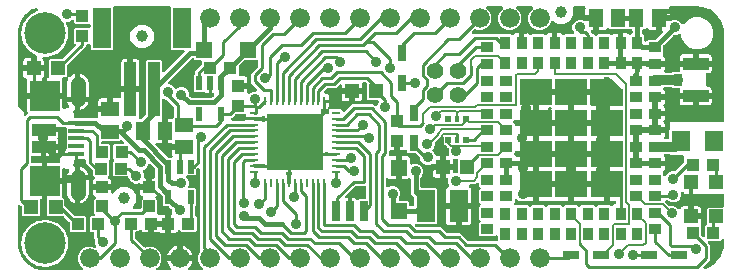
<source format=gbr>
G04 EAGLE Gerber RS-274X export*
G75*
%MOMM*%
%FSLAX34Y34*%
%LPD*%
%INTop Copper*%
%IPPOS*%
%AMOC8*
5,1,8,0,0,1.08239X$1,22.5*%
G01*
%ADD10R,1.500000X1.300000*%
%ADD11R,1.000000X1.100000*%
%ADD12R,1.100000X1.000000*%
%ADD13R,1.200000X1.300000*%
%ADD14R,1.200000X1.200000*%
%ADD15R,0.250000X0.800000*%
%ADD16R,0.800000X0.250000*%
%ADD17R,4.700000X4.700000*%
%ADD18C,1.000000*%
%ADD19R,1.000000X1.000000*%
%ADD20C,3.516000*%
%ADD21R,0.700000X1.700000*%
%ADD22R,2.500000X2.500000*%
%ADD23C,1.308000*%
%ADD24R,1.350000X0.400000*%
%ADD25R,2.000000X1.000000*%
%ADD26R,0.550000X1.200000*%
%ADD27R,1.400000X1.400000*%
%ADD28C,1.676400*%
%ADD29R,1.000000X4.600000*%
%ADD30R,1.600000X3.400000*%
%ADD31R,1.300000X1.500000*%
%ADD32R,0.900000X1.100000*%
%ADD33R,1.100000X0.900000*%
%ADD34R,1.500000X1.500000*%
%ADD35R,2.700000X2.300000*%
%ADD36R,1.350000X0.800000*%
%ADD37R,0.800000X1.350000*%
%ADD38R,0.500000X0.500000*%
%ADD39R,0.400000X0.500000*%
%ADD40R,1.600000X2.700000*%
%ADD41R,2.200000X1.050000*%
%ADD42R,0.800000X1.000000*%
%ADD43C,1.408000*%
%ADD44R,1.600000X1.800000*%
%ADD45C,0.254000*%
%ADD46C,0.906400*%
%ADD47C,0.406400*%
%ADD48C,0.152400*%
%ADD49C,0.304800*%
%ADD50C,0.203200*%
%ADD51C,0.812800*%

G36*
X492248Y56394D02*
X492248Y56394D01*
X492367Y56397D01*
X492406Y56409D01*
X492446Y56412D01*
X492559Y56453D01*
X492673Y56486D01*
X492707Y56506D01*
X492746Y56520D01*
X492844Y56587D01*
X492947Y56647D01*
X492992Y56687D01*
X493009Y56699D01*
X493022Y56714D01*
X493067Y56754D01*
X494038Y57725D01*
X504302Y57725D01*
X504600Y57427D01*
X504699Y57350D01*
X504794Y57267D01*
X504824Y57252D01*
X504851Y57232D01*
X504966Y57182D01*
X505079Y57126D01*
X505112Y57119D01*
X505143Y57105D01*
X505267Y57086D01*
X505390Y57060D01*
X505423Y57061D01*
X505457Y57056D01*
X505582Y57067D01*
X505708Y57073D01*
X505740Y57082D01*
X505773Y57085D01*
X505891Y57128D01*
X506012Y57164D01*
X506041Y57182D01*
X506073Y57193D01*
X506176Y57263D01*
X506284Y57329D01*
X506308Y57353D01*
X506336Y57372D01*
X506419Y57466D01*
X506507Y57556D01*
X506534Y57596D01*
X506546Y57610D01*
X506556Y57629D01*
X506596Y57690D01*
X506637Y57760D01*
X507110Y58233D01*
X507689Y58568D01*
X508422Y58764D01*
X508564Y58822D01*
X508705Y58878D01*
X508711Y58882D01*
X508717Y58884D01*
X508839Y58975D01*
X508963Y59064D01*
X508967Y59070D01*
X508972Y59074D01*
X509067Y59191D01*
X509165Y59309D01*
X509168Y59316D01*
X509172Y59321D01*
X509236Y59460D01*
X509301Y59597D01*
X509302Y59604D01*
X509305Y59610D01*
X509332Y59761D01*
X509361Y59910D01*
X509360Y59916D01*
X509361Y59923D01*
X509350Y60074D01*
X509341Y60227D01*
X509339Y60233D01*
X509338Y60240D01*
X509289Y60386D01*
X509243Y60529D01*
X509239Y60535D01*
X509237Y60542D01*
X509154Y60670D01*
X509073Y60798D01*
X509068Y60803D01*
X509064Y60808D01*
X508953Y60911D01*
X508841Y61016D01*
X508835Y61019D01*
X508830Y61024D01*
X508696Y61096D01*
X508563Y61170D01*
X508556Y61171D01*
X508550Y61174D01*
X508401Y61211D01*
X508255Y61249D01*
X508246Y61250D01*
X508241Y61251D01*
X508231Y61251D01*
X508094Y61259D01*
X503709Y61259D01*
X503709Y72761D01*
X513588Y72761D01*
X513706Y72776D01*
X513825Y72783D01*
X513863Y72796D01*
X513904Y72801D01*
X514014Y72844D01*
X514127Y72881D01*
X514162Y72903D01*
X514199Y72918D01*
X514295Y72988D01*
X514396Y73051D01*
X514424Y73081D01*
X514457Y73105D01*
X514533Y73196D01*
X514614Y73283D01*
X514634Y73318D01*
X514659Y73349D01*
X514710Y73457D01*
X514768Y73561D01*
X514778Y73601D01*
X514795Y73637D01*
X514817Y73754D01*
X514847Y73869D01*
X514851Y73930D01*
X514855Y73950D01*
X514853Y73970D01*
X514857Y74030D01*
X514857Y76570D01*
X514842Y76688D01*
X514835Y76807D01*
X514822Y76845D01*
X514817Y76885D01*
X514774Y76996D01*
X514737Y77109D01*
X514715Y77144D01*
X514700Y77181D01*
X514631Y77277D01*
X514567Y77378D01*
X514537Y77406D01*
X514514Y77438D01*
X514422Y77514D01*
X514335Y77596D01*
X514300Y77615D01*
X514269Y77641D01*
X514161Y77692D01*
X514057Y77749D01*
X514017Y77760D01*
X513981Y77777D01*
X513864Y77799D01*
X513749Y77829D01*
X513689Y77833D01*
X513669Y77837D01*
X513648Y77835D01*
X513588Y77839D01*
X503709Y77839D01*
X503709Y100030D01*
X503694Y100148D01*
X503687Y100267D01*
X503674Y100305D01*
X503669Y100345D01*
X503626Y100456D01*
X503589Y100569D01*
X503567Y100604D01*
X503552Y100641D01*
X503482Y100737D01*
X503419Y100838D01*
X503389Y100866D01*
X503365Y100898D01*
X503274Y100974D01*
X503187Y101056D01*
X503152Y101075D01*
X503120Y101101D01*
X503013Y101152D01*
X502909Y101209D01*
X502869Y101220D01*
X502833Y101237D01*
X502716Y101259D01*
X502601Y101289D01*
X502540Y101293D01*
X502520Y101297D01*
X502500Y101295D01*
X502440Y101299D01*
X501169Y101299D01*
X501169Y101301D01*
X502440Y101301D01*
X502558Y101316D01*
X502677Y101323D01*
X502715Y101336D01*
X502755Y101341D01*
X502866Y101385D01*
X502979Y101421D01*
X503014Y101443D01*
X503051Y101458D01*
X503147Y101528D01*
X503248Y101591D01*
X503276Y101621D01*
X503308Y101645D01*
X503384Y101736D01*
X503466Y101823D01*
X503485Y101858D01*
X503511Y101890D01*
X503562Y101997D01*
X503619Y102101D01*
X503630Y102141D01*
X503647Y102177D01*
X503669Y102294D01*
X503699Y102409D01*
X503703Y102470D01*
X503707Y102490D01*
X503705Y102510D01*
X503709Y102570D01*
X503709Y126030D01*
X503694Y126148D01*
X503687Y126267D01*
X503674Y126305D01*
X503669Y126345D01*
X503625Y126456D01*
X503589Y126569D01*
X503567Y126604D01*
X503552Y126641D01*
X503482Y126737D01*
X503419Y126838D01*
X503389Y126866D01*
X503365Y126898D01*
X503274Y126974D01*
X503187Y127056D01*
X503152Y127075D01*
X503120Y127101D01*
X503013Y127152D01*
X502909Y127209D01*
X502869Y127220D01*
X502833Y127237D01*
X502716Y127259D01*
X502601Y127289D01*
X502540Y127293D01*
X502520Y127297D01*
X502500Y127295D01*
X502440Y127299D01*
X501169Y127299D01*
X501169Y127301D01*
X502440Y127301D01*
X502558Y127316D01*
X502677Y127323D01*
X502715Y127336D01*
X502755Y127341D01*
X502866Y127385D01*
X502979Y127421D01*
X503014Y127443D01*
X503051Y127458D01*
X503147Y127528D01*
X503248Y127591D01*
X503276Y127621D01*
X503308Y127645D01*
X503384Y127736D01*
X503466Y127823D01*
X503485Y127858D01*
X503511Y127890D01*
X503562Y127997D01*
X503619Y128101D01*
X503630Y128141D01*
X503647Y128177D01*
X503669Y128294D01*
X503699Y128409D01*
X503703Y128470D01*
X503707Y128490D01*
X503705Y128510D01*
X503709Y128570D01*
X503709Y141666D01*
X514170Y141666D01*
X514235Y141677D01*
X514301Y141679D01*
X514344Y141697D01*
X514391Y141705D01*
X514448Y141739D01*
X514508Y141764D01*
X514543Y141795D01*
X514584Y141820D01*
X514626Y141871D01*
X514674Y141915D01*
X514696Y141957D01*
X514725Y141994D01*
X514746Y142056D01*
X514777Y142115D01*
X514785Y142169D01*
X514797Y142206D01*
X514796Y142246D01*
X514804Y142300D01*
X514804Y151686D01*
X514817Y151754D01*
X514847Y151869D01*
X514851Y151930D01*
X514855Y151950D01*
X514853Y151970D01*
X514857Y152030D01*
X514857Y154570D01*
X514842Y154688D01*
X514835Y154807D01*
X514823Y154845D01*
X514817Y154885D01*
X514804Y154919D01*
X514804Y155800D01*
X514797Y155842D01*
X514799Y155884D01*
X514777Y155951D01*
X514765Y156021D01*
X514743Y156057D01*
X514730Y156098D01*
X514676Y156171D01*
X514650Y156214D01*
X514634Y156227D01*
X514618Y156248D01*
X506118Y164748D01*
X506084Y164773D01*
X506055Y164804D01*
X505992Y164836D01*
X505934Y164877D01*
X505893Y164887D01*
X505855Y164907D01*
X505766Y164920D01*
X505717Y164933D01*
X505696Y164930D01*
X505670Y164934D01*
X503698Y164934D01*
X503694Y164964D01*
X503687Y165083D01*
X503674Y165121D01*
X503669Y165162D01*
X503625Y165272D01*
X503589Y165385D01*
X503567Y165420D01*
X503552Y165457D01*
X503482Y165553D01*
X503419Y165654D01*
X503389Y165682D01*
X503365Y165715D01*
X503274Y165791D01*
X503187Y165872D01*
X503152Y165892D01*
X503120Y165917D01*
X503013Y165968D01*
X502909Y166026D01*
X502869Y166036D01*
X502833Y166053D01*
X502716Y166075D01*
X502601Y166105D01*
X502540Y166109D01*
X502520Y166113D01*
X502500Y166111D01*
X502440Y166115D01*
X499900Y166115D01*
X499782Y166100D01*
X499663Y166093D01*
X499625Y166080D01*
X499585Y166075D01*
X499474Y166032D01*
X499361Y165995D01*
X499326Y165973D01*
X499289Y165958D01*
X499193Y165889D01*
X499092Y165825D01*
X499064Y165795D01*
X499031Y165772D01*
X498956Y165680D01*
X498874Y165593D01*
X498854Y165558D01*
X498829Y165527D01*
X498778Y165419D01*
X498720Y165315D01*
X498710Y165275D01*
X498693Y165239D01*
X498671Y165122D01*
X498641Y165007D01*
X498637Y164947D01*
X498635Y164934D01*
X488170Y164934D01*
X488105Y164923D01*
X488039Y164921D01*
X487996Y164903D01*
X487949Y164895D01*
X487892Y164861D01*
X487832Y164836D01*
X487797Y164805D01*
X487756Y164780D01*
X487715Y164729D01*
X487666Y164685D01*
X487644Y164643D01*
X487615Y164606D01*
X487594Y164544D01*
X487563Y164485D01*
X487555Y164431D01*
X487543Y164394D01*
X487544Y164354D01*
X487536Y164300D01*
X487536Y155839D01*
X472440Y155839D01*
X472322Y155824D01*
X472203Y155817D01*
X472165Y155804D01*
X472125Y155799D01*
X472014Y155755D01*
X471901Y155719D01*
X471866Y155697D01*
X471829Y155682D01*
X471733Y155612D01*
X471632Y155549D01*
X471604Y155519D01*
X471572Y155495D01*
X471496Y155404D01*
X471414Y155317D01*
X471395Y155282D01*
X471369Y155250D01*
X471318Y155143D01*
X471261Y155039D01*
X471250Y154999D01*
X471233Y154963D01*
X471211Y154846D01*
X471181Y154731D01*
X471177Y154670D01*
X471173Y154650D01*
X471175Y154630D01*
X471171Y154570D01*
X471171Y153299D01*
X471169Y153299D01*
X471169Y154570D01*
X471154Y154688D01*
X471147Y154807D01*
X471134Y154845D01*
X471129Y154885D01*
X471085Y154996D01*
X471049Y155109D01*
X471027Y155144D01*
X471012Y155181D01*
X470942Y155277D01*
X470879Y155378D01*
X470849Y155406D01*
X470825Y155438D01*
X470734Y155514D01*
X470647Y155596D01*
X470612Y155615D01*
X470580Y155641D01*
X470473Y155692D01*
X470369Y155749D01*
X470329Y155760D01*
X470293Y155777D01*
X470176Y155799D01*
X470061Y155829D01*
X470000Y155833D01*
X469980Y155837D01*
X469960Y155835D01*
X469900Y155839D01*
X442440Y155839D01*
X442322Y155824D01*
X442203Y155817D01*
X442165Y155804D01*
X442125Y155799D01*
X442014Y155755D01*
X441901Y155719D01*
X441866Y155697D01*
X441829Y155682D01*
X441733Y155612D01*
X441632Y155549D01*
X441604Y155519D01*
X441572Y155495D01*
X441496Y155404D01*
X441414Y155317D01*
X441395Y155282D01*
X441369Y155250D01*
X441318Y155143D01*
X441261Y155039D01*
X441250Y154999D01*
X441233Y154963D01*
X441211Y154846D01*
X441181Y154731D01*
X441177Y154670D01*
X441173Y154650D01*
X441175Y154630D01*
X441171Y154570D01*
X441171Y153299D01*
X439900Y153299D01*
X439782Y153284D01*
X439663Y153277D01*
X439625Y153264D01*
X439585Y153259D01*
X439474Y153215D01*
X439361Y153179D01*
X439326Y153157D01*
X439289Y153142D01*
X439193Y153072D01*
X439092Y153009D01*
X439064Y152979D01*
X439031Y152955D01*
X438956Y152864D01*
X438874Y152777D01*
X438854Y152742D01*
X438829Y152710D01*
X438778Y152603D01*
X438720Y152499D01*
X438710Y152459D01*
X438693Y152423D01*
X438671Y152306D01*
X438641Y152191D01*
X438637Y152130D01*
X438633Y152110D01*
X438635Y152090D01*
X438631Y152030D01*
X438631Y129839D01*
X424839Y129839D01*
X424813Y129877D01*
X424797Y129891D01*
X424786Y129907D01*
X424678Y129996D01*
X424574Y130088D01*
X424556Y130097D01*
X424541Y130110D01*
X424415Y130169D01*
X424291Y130233D01*
X424271Y130237D01*
X424253Y130246D01*
X424117Y130272D01*
X423981Y130302D01*
X423960Y130302D01*
X423940Y130305D01*
X423802Y130297D01*
X423663Y130293D01*
X423643Y130287D01*
X423623Y130286D01*
X423491Y130243D01*
X423357Y130204D01*
X423340Y130194D01*
X423321Y130188D01*
X423203Y130113D01*
X423083Y130043D01*
X423062Y130024D01*
X423052Y130017D01*
X423038Y130003D01*
X422962Y129936D01*
X422224Y129198D01*
X422151Y129103D01*
X422072Y129014D01*
X422054Y128978D01*
X422029Y128946D01*
X421982Y128837D01*
X421927Y128731D01*
X421919Y128692D01*
X421903Y128654D01*
X421884Y128537D01*
X421858Y128421D01*
X421859Y128380D01*
X421853Y128340D01*
X421864Y128222D01*
X421867Y128103D01*
X421879Y128064D01*
X421882Y128024D01*
X421923Y127911D01*
X421956Y127797D01*
X421976Y127763D01*
X421990Y127724D01*
X422057Y127626D01*
X422117Y127523D01*
X422157Y127478D01*
X422169Y127461D01*
X422184Y127448D01*
X422224Y127403D01*
X423195Y126432D01*
X423195Y126030D01*
X423210Y125912D01*
X423217Y125793D01*
X423230Y125755D01*
X423235Y125715D01*
X423278Y125604D01*
X423315Y125491D01*
X423337Y125456D01*
X423352Y125419D01*
X423421Y125323D01*
X423485Y125222D01*
X423515Y125194D01*
X423538Y125161D01*
X423630Y125086D01*
X423717Y125004D01*
X423752Y124984D01*
X423783Y124959D01*
X423891Y124908D01*
X423995Y124850D01*
X424035Y124840D01*
X424071Y124823D01*
X424188Y124801D01*
X424303Y124771D01*
X424363Y124767D01*
X424383Y124763D01*
X424404Y124765D01*
X424464Y124761D01*
X438631Y124761D01*
X438631Y103839D01*
X424464Y103839D01*
X424346Y103824D01*
X424227Y103817D01*
X424189Y103804D01*
X424148Y103799D01*
X424038Y103755D01*
X423925Y103719D01*
X423890Y103697D01*
X423853Y103682D01*
X423757Y103612D01*
X423656Y103549D01*
X423628Y103519D01*
X423595Y103495D01*
X423519Y103404D01*
X423438Y103317D01*
X423418Y103282D01*
X423393Y103250D01*
X423342Y103143D01*
X423284Y103039D01*
X423274Y102999D01*
X423257Y102963D01*
X423235Y102846D01*
X423205Y102731D01*
X423201Y102670D01*
X423197Y102650D01*
X423199Y102630D01*
X423195Y102570D01*
X423195Y102168D01*
X422897Y101870D01*
X422820Y101771D01*
X422737Y101676D01*
X422722Y101646D01*
X422702Y101619D01*
X422652Y101504D01*
X422596Y101391D01*
X422589Y101358D01*
X422575Y101327D01*
X422556Y101203D01*
X422530Y101080D01*
X422531Y101047D01*
X422526Y101013D01*
X422537Y100888D01*
X422543Y100762D01*
X422552Y100730D01*
X422555Y100697D01*
X422598Y100579D01*
X422634Y100458D01*
X422652Y100429D01*
X422663Y100397D01*
X422733Y100294D01*
X422799Y100186D01*
X422823Y100162D01*
X422842Y100134D01*
X422936Y100051D01*
X423026Y99963D01*
X423066Y99936D01*
X423080Y99924D01*
X423099Y99914D01*
X423160Y99874D01*
X423230Y99833D01*
X423730Y99333D01*
X423747Y99311D01*
X423803Y99222D01*
X423842Y99185D01*
X423875Y99142D01*
X423958Y99076D01*
X424035Y99004D01*
X424082Y98978D01*
X424124Y98945D01*
X424221Y98902D01*
X424313Y98850D01*
X424365Y98837D01*
X424415Y98815D01*
X424519Y98797D01*
X424621Y98771D01*
X424707Y98766D01*
X424728Y98762D01*
X424744Y98763D01*
X424782Y98761D01*
X438631Y98761D01*
X438631Y76570D01*
X438646Y76452D01*
X438653Y76333D01*
X438666Y76295D01*
X438671Y76255D01*
X438714Y76144D01*
X438751Y76031D01*
X438773Y75996D01*
X438788Y75959D01*
X438858Y75863D01*
X438921Y75762D01*
X438951Y75734D01*
X438975Y75702D01*
X439066Y75626D01*
X439153Y75544D01*
X439188Y75525D01*
X439219Y75499D01*
X439327Y75448D01*
X439431Y75391D01*
X439471Y75380D01*
X439507Y75363D01*
X439624Y75341D01*
X439739Y75311D01*
X439800Y75307D01*
X439820Y75303D01*
X439840Y75305D01*
X439900Y75301D01*
X441171Y75301D01*
X441171Y75299D01*
X439900Y75299D01*
X439782Y75284D01*
X439663Y75277D01*
X439625Y75264D01*
X439585Y75259D01*
X439474Y75215D01*
X439361Y75179D01*
X439326Y75157D01*
X439289Y75142D01*
X439193Y75072D01*
X439092Y75009D01*
X439064Y74979D01*
X439031Y74955D01*
X438956Y74864D01*
X438874Y74777D01*
X438854Y74742D01*
X438829Y74710D01*
X438778Y74603D01*
X438720Y74499D01*
X438710Y74459D01*
X438693Y74423D01*
X438671Y74306D01*
X438641Y74191D01*
X438637Y74130D01*
X438633Y74110D01*
X438635Y74090D01*
X438631Y74030D01*
X438631Y61259D01*
X427336Y61259D01*
X426689Y61432D01*
X426110Y61767D01*
X425637Y62240D01*
X425563Y62368D01*
X425475Y62483D01*
X425390Y62602D01*
X425379Y62610D01*
X425371Y62621D01*
X425257Y62711D01*
X425145Y62804D01*
X425132Y62810D01*
X425122Y62819D01*
X424988Y62878D01*
X424857Y62940D01*
X424844Y62942D01*
X424831Y62948D01*
X424687Y62973D01*
X424544Y63000D01*
X424531Y62999D01*
X424518Y63001D01*
X424372Y62989D01*
X424227Y62980D01*
X424214Y62976D01*
X424201Y62975D01*
X424063Y62927D01*
X423925Y62882D01*
X423913Y62875D01*
X423900Y62870D01*
X423779Y62790D01*
X423656Y62712D01*
X423647Y62702D01*
X423635Y62695D01*
X423538Y62587D01*
X423438Y62480D01*
X423431Y62468D01*
X423422Y62458D01*
X423355Y62329D01*
X423284Y62202D01*
X423281Y62189D01*
X423275Y62177D01*
X423241Y62034D01*
X423205Y61894D01*
X423204Y61876D01*
X423202Y61867D01*
X423202Y61850D01*
X423195Y61733D01*
X423195Y60168D01*
X422918Y59892D01*
X422833Y59782D01*
X422744Y59675D01*
X422735Y59656D01*
X422723Y59640D01*
X422667Y59512D01*
X422608Y59387D01*
X422605Y59367D01*
X422596Y59348D01*
X422575Y59210D01*
X422549Y59074D01*
X422550Y59054D01*
X422547Y59034D01*
X422560Y58895D01*
X422568Y58757D01*
X422575Y58738D01*
X422576Y58718D01*
X422624Y58587D01*
X422666Y58455D01*
X422677Y58437D01*
X422684Y58418D01*
X422762Y58304D01*
X422837Y58186D01*
X422851Y58172D01*
X422863Y58155D01*
X422967Y58063D01*
X423068Y57968D01*
X423086Y57958D01*
X423101Y57945D01*
X423225Y57882D01*
X423347Y57814D01*
X423366Y57809D01*
X423384Y57800D01*
X423520Y57770D01*
X423655Y57735D01*
X423683Y57733D01*
X423695Y57730D01*
X423715Y57731D01*
X423815Y57725D01*
X434302Y57725D01*
X435272Y56754D01*
X435367Y56681D01*
X435456Y56602D01*
X435492Y56584D01*
X435524Y56559D01*
X435633Y56512D01*
X435739Y56457D01*
X435778Y56449D01*
X435816Y56433D01*
X435933Y56414D01*
X436049Y56388D01*
X436090Y56389D01*
X436130Y56383D01*
X436248Y56394D01*
X436367Y56397D01*
X436406Y56409D01*
X436446Y56412D01*
X436559Y56453D01*
X436673Y56486D01*
X436707Y56506D01*
X436746Y56520D01*
X436844Y56587D01*
X436947Y56647D01*
X436992Y56687D01*
X437009Y56699D01*
X437022Y56714D01*
X437067Y56754D01*
X438038Y57725D01*
X448302Y57725D01*
X449272Y56754D01*
X449367Y56681D01*
X449456Y56602D01*
X449492Y56584D01*
X449524Y56559D01*
X449633Y56512D01*
X449739Y56457D01*
X449778Y56449D01*
X449816Y56433D01*
X449933Y56414D01*
X450049Y56388D01*
X450090Y56389D01*
X450130Y56383D01*
X450248Y56394D01*
X450367Y56397D01*
X450406Y56409D01*
X450446Y56412D01*
X450559Y56453D01*
X450673Y56486D01*
X450707Y56506D01*
X450746Y56520D01*
X450844Y56587D01*
X450947Y56647D01*
X450992Y56687D01*
X451009Y56699D01*
X451022Y56714D01*
X451067Y56754D01*
X452038Y57725D01*
X462302Y57725D01*
X463272Y56754D01*
X463367Y56681D01*
X463456Y56602D01*
X463492Y56584D01*
X463524Y56559D01*
X463633Y56512D01*
X463739Y56457D01*
X463778Y56449D01*
X463816Y56433D01*
X463933Y56414D01*
X464049Y56388D01*
X464090Y56389D01*
X464130Y56383D01*
X464248Y56394D01*
X464367Y56397D01*
X464406Y56409D01*
X464446Y56412D01*
X464559Y56453D01*
X464673Y56486D01*
X464707Y56506D01*
X464746Y56520D01*
X464844Y56587D01*
X464947Y56647D01*
X464992Y56687D01*
X465009Y56699D01*
X465022Y56714D01*
X465067Y56754D01*
X466038Y57725D01*
X476302Y57725D01*
X477272Y56754D01*
X477367Y56681D01*
X477456Y56602D01*
X477492Y56584D01*
X477524Y56559D01*
X477633Y56512D01*
X477739Y56457D01*
X477778Y56449D01*
X477816Y56433D01*
X477933Y56414D01*
X478049Y56388D01*
X478090Y56389D01*
X478130Y56383D01*
X478248Y56394D01*
X478367Y56397D01*
X478406Y56409D01*
X478446Y56412D01*
X478559Y56453D01*
X478673Y56486D01*
X478707Y56506D01*
X478746Y56520D01*
X478844Y56587D01*
X478947Y56647D01*
X478992Y56687D01*
X479009Y56699D01*
X479022Y56714D01*
X479067Y56754D01*
X480038Y57725D01*
X490302Y57725D01*
X491272Y56754D01*
X491367Y56681D01*
X491456Y56602D01*
X491492Y56584D01*
X491524Y56559D01*
X491633Y56512D01*
X491739Y56457D01*
X491778Y56449D01*
X491816Y56433D01*
X491933Y56414D01*
X492049Y56388D01*
X492090Y56389D01*
X492130Y56383D01*
X492248Y56394D01*
G37*
G36*
X550611Y82170D02*
X550611Y82170D01*
X550701Y82175D01*
X550767Y82197D01*
X550836Y82209D01*
X550918Y82246D01*
X551003Y82273D01*
X551062Y82311D01*
X551126Y82339D01*
X551196Y82395D01*
X551272Y82444D01*
X551320Y82494D01*
X551374Y82538D01*
X551429Y82610D01*
X551490Y82675D01*
X551524Y82736D01*
X551566Y82792D01*
X551637Y82937D01*
X551965Y83729D01*
X553811Y85575D01*
X556224Y86575D01*
X558898Y86575D01*
X558996Y86587D01*
X559095Y86590D01*
X559154Y86607D01*
X559214Y86615D01*
X559306Y86651D01*
X559401Y86679D01*
X559453Y86709D01*
X559509Y86732D01*
X559589Y86790D01*
X559675Y86840D01*
X559750Y86906D01*
X559767Y86918D01*
X559775Y86928D01*
X559796Y86946D01*
X566141Y93292D01*
X566209Y93380D01*
X566284Y93462D01*
X566306Y93505D01*
X566336Y93543D01*
X566380Y93645D01*
X566432Y93744D01*
X566443Y93791D01*
X566462Y93835D01*
X566480Y93945D01*
X566506Y94053D01*
X566509Y94128D01*
X566512Y94149D01*
X566511Y94167D01*
X566513Y94214D01*
X566419Y99084D01*
X566404Y99190D01*
X566397Y99297D01*
X566381Y99347D01*
X566373Y99399D01*
X566332Y99498D01*
X566299Y99599D01*
X566271Y99644D01*
X566250Y99693D01*
X566186Y99778D01*
X566129Y99868D01*
X566090Y99904D01*
X566059Y99946D01*
X565975Y100013D01*
X565897Y100086D01*
X565851Y100111D01*
X565810Y100144D01*
X565712Y100188D01*
X565619Y100240D01*
X565568Y100253D01*
X565520Y100274D01*
X565414Y100292D01*
X565311Y100319D01*
X565228Y100324D01*
X565206Y100328D01*
X565190Y100327D01*
X565150Y100329D01*
X554918Y100329D01*
X554906Y100360D01*
X554869Y100473D01*
X554847Y100508D01*
X554832Y100545D01*
X554763Y100641D01*
X554699Y100742D01*
X554669Y100770D01*
X554646Y100803D01*
X554554Y100879D01*
X554467Y100960D01*
X554432Y100980D01*
X554401Y101005D01*
X554293Y101056D01*
X554189Y101114D01*
X554149Y101124D01*
X554113Y101141D01*
X553996Y101163D01*
X553881Y101193D01*
X553821Y101197D01*
X553801Y101201D01*
X553780Y101199D01*
X553720Y101203D01*
X550837Y101203D01*
X550706Y101187D01*
X550574Y101176D01*
X550549Y101167D01*
X550522Y101163D01*
X550399Y101115D01*
X550274Y101071D01*
X550251Y101056D01*
X550226Y101046D01*
X550119Y100969D01*
X550009Y100895D01*
X549991Y100875D01*
X549969Y100860D01*
X549884Y100758D01*
X549796Y100659D01*
X549783Y100635D01*
X549766Y100615D01*
X549710Y100495D01*
X549648Y100378D01*
X549642Y100351D01*
X549630Y100327D01*
X549606Y100197D01*
X549575Y100068D01*
X549576Y100041D01*
X549571Y100015D01*
X549579Y99883D01*
X549581Y99750D01*
X549589Y99724D01*
X549590Y99697D01*
X549631Y99571D01*
X549667Y99444D01*
X549684Y99409D01*
X549688Y99395D01*
X549700Y99376D01*
X549738Y99299D01*
X550038Y98781D01*
X550211Y98134D01*
X550211Y95549D01*
X543150Y95549D01*
X543032Y95534D01*
X542913Y95527D01*
X542875Y95514D01*
X542835Y95509D01*
X542724Y95466D01*
X542611Y95429D01*
X542577Y95407D01*
X542539Y95392D01*
X542443Y95323D01*
X542342Y95259D01*
X542314Y95229D01*
X542282Y95206D01*
X542206Y95114D01*
X542174Y95080D01*
X542169Y95088D01*
X542139Y95116D01*
X542115Y95149D01*
X542024Y95225D01*
X541937Y95306D01*
X541902Y95326D01*
X541870Y95351D01*
X541763Y95402D01*
X541658Y95460D01*
X541619Y95470D01*
X541583Y95487D01*
X541466Y95509D01*
X541350Y95539D01*
X541290Y95543D01*
X541270Y95547D01*
X541250Y95545D01*
X541190Y95549D01*
X528419Y95549D01*
X528419Y106320D01*
X528404Y106438D01*
X528397Y106557D01*
X528384Y106595D01*
X528379Y106635D01*
X528336Y106746D01*
X528299Y106859D01*
X528277Y106893D01*
X528262Y106931D01*
X528193Y107027D01*
X528129Y107128D01*
X528099Y107156D01*
X528076Y107188D01*
X527984Y107264D01*
X527950Y107296D01*
X527958Y107301D01*
X527986Y107331D01*
X528019Y107355D01*
X528095Y107446D01*
X528176Y107533D01*
X528196Y107568D01*
X528221Y107600D01*
X528272Y107707D01*
X528330Y107812D01*
X528340Y107851D01*
X528357Y107887D01*
X528379Y108004D01*
X528409Y108120D01*
X528413Y108180D01*
X528417Y108200D01*
X528415Y108220D01*
X528419Y108280D01*
X528419Y119051D01*
X541190Y119051D01*
X541308Y119066D01*
X541427Y119073D01*
X541465Y119085D01*
X541505Y119091D01*
X541616Y119134D01*
X541729Y119171D01*
X541763Y119193D01*
X541801Y119208D01*
X541897Y119277D01*
X541998Y119341D01*
X542026Y119371D01*
X542058Y119394D01*
X542134Y119486D01*
X542166Y119520D01*
X542171Y119512D01*
X542201Y119484D01*
X542225Y119451D01*
X542316Y119375D01*
X542403Y119294D01*
X542438Y119274D01*
X542470Y119249D01*
X542577Y119198D01*
X542682Y119140D01*
X542721Y119130D01*
X542757Y119113D01*
X542874Y119091D01*
X542990Y119061D01*
X543050Y119057D01*
X543070Y119053D01*
X543090Y119055D01*
X543150Y119051D01*
X550211Y119051D01*
X550211Y116466D01*
X550038Y115819D01*
X549738Y115301D01*
X549687Y115179D01*
X549630Y115059D01*
X549625Y115032D01*
X549615Y115007D01*
X549595Y114876D01*
X549571Y114746D01*
X549572Y114720D01*
X549568Y114693D01*
X549582Y114561D01*
X549590Y114429D01*
X549599Y114403D01*
X549601Y114377D01*
X549648Y114252D01*
X549688Y114127D01*
X549703Y114104D01*
X549712Y114078D01*
X549788Y113970D01*
X549859Y113858D01*
X549878Y113839D01*
X549894Y113817D01*
X549994Y113731D01*
X550090Y113640D01*
X550114Y113627D01*
X550134Y113609D01*
X550253Y113550D01*
X550369Y113486D01*
X550395Y113480D01*
X550419Y113468D01*
X550549Y113440D01*
X550677Y113407D01*
X550715Y113405D01*
X550730Y113401D01*
X550752Y113402D01*
X550837Y113397D01*
X553056Y113397D01*
X553174Y113412D01*
X553293Y113419D01*
X553331Y113432D01*
X553372Y113437D01*
X553482Y113480D01*
X553595Y113517D01*
X553630Y113539D01*
X553667Y113554D01*
X553763Y113623D01*
X553864Y113687D01*
X553892Y113717D01*
X553925Y113740D01*
X554001Y113832D01*
X554082Y113919D01*
X554102Y113954D01*
X554127Y113985D01*
X554178Y114093D01*
X554236Y114197D01*
X554246Y114237D01*
X554263Y114273D01*
X554285Y114390D01*
X554315Y114505D01*
X554319Y114565D01*
X554323Y114585D01*
X554321Y114606D01*
X554325Y114666D01*
X554325Y121392D01*
X554617Y121684D01*
X554678Y121762D01*
X554746Y121834D01*
X554775Y121887D01*
X554812Y121935D01*
X554852Y122026D01*
X554900Y122113D01*
X554915Y122171D01*
X554939Y122227D01*
X554954Y122325D01*
X554979Y122421D01*
X554985Y122521D01*
X554989Y122541D01*
X554987Y122553D01*
X554989Y122581D01*
X554989Y128271D01*
X599440Y128271D01*
X599558Y128286D01*
X599677Y128293D01*
X599715Y128306D01*
X599756Y128311D01*
X599866Y128354D01*
X599979Y128391D01*
X600014Y128413D01*
X600051Y128428D01*
X600147Y128498D01*
X600248Y128561D01*
X600276Y128591D01*
X600309Y128614D01*
X600385Y128706D01*
X600466Y128793D01*
X600486Y128828D01*
X600511Y128859D01*
X600562Y128967D01*
X600620Y129071D01*
X600630Y129111D01*
X600647Y129147D01*
X600669Y129264D01*
X600699Y129379D01*
X600703Y129440D01*
X600707Y129460D01*
X600705Y129480D01*
X600709Y129540D01*
X600709Y203200D01*
X600707Y203222D01*
X600705Y203300D01*
X600440Y206677D01*
X600426Y206745D01*
X600421Y206814D01*
X600381Y206970D01*
X598294Y213394D01*
X598244Y213501D01*
X598200Y213612D01*
X598167Y213663D01*
X598159Y213682D01*
X598146Y213697D01*
X598114Y213748D01*
X594143Y219212D01*
X594062Y219299D01*
X593986Y219391D01*
X593940Y219429D01*
X593926Y219444D01*
X593908Y219455D01*
X593862Y219493D01*
X588398Y223464D01*
X588294Y223521D01*
X588194Y223585D01*
X588137Y223607D01*
X588119Y223617D01*
X588099Y223622D01*
X588044Y223644D01*
X581620Y225731D01*
X581552Y225744D01*
X581486Y225767D01*
X581327Y225790D01*
X577950Y226055D01*
X577928Y226054D01*
X577850Y226059D01*
X555512Y226059D01*
X555387Y226044D01*
X555262Y226034D01*
X555230Y226024D01*
X555196Y226019D01*
X555080Y225973D01*
X554960Y225933D01*
X554932Y225915D01*
X554901Y225902D01*
X554799Y225829D01*
X554693Y225760D01*
X554671Y225735D01*
X554643Y225716D01*
X554563Y225619D01*
X554478Y225526D01*
X554462Y225497D01*
X554441Y225471D01*
X554387Y225357D01*
X554327Y225246D01*
X554319Y225213D01*
X554305Y225183D01*
X554281Y225059D01*
X554251Y224937D01*
X554252Y224904D01*
X554245Y224871D01*
X554253Y224745D01*
X554254Y224619D01*
X554264Y224571D01*
X554265Y224553D01*
X554272Y224533D01*
X554286Y224461D01*
X554481Y223734D01*
X554481Y218439D01*
X546710Y218439D01*
X546592Y218424D01*
X546473Y218417D01*
X546435Y218404D01*
X546395Y218399D01*
X546284Y218355D01*
X546171Y218319D01*
X546136Y218297D01*
X546099Y218282D01*
X546003Y218212D01*
X545902Y218149D01*
X545874Y218119D01*
X545842Y218095D01*
X545766Y218004D01*
X545684Y217917D01*
X545665Y217882D01*
X545639Y217850D01*
X545588Y217743D01*
X545531Y217639D01*
X545520Y217599D01*
X545503Y217563D01*
X545481Y217446D01*
X545451Y217331D01*
X545447Y217270D01*
X545443Y217250D01*
X545445Y217230D01*
X545441Y217170D01*
X545441Y215899D01*
X544170Y215899D01*
X544052Y215884D01*
X543933Y215877D01*
X543895Y215864D01*
X543855Y215859D01*
X543744Y215815D01*
X543631Y215779D01*
X543596Y215757D01*
X543559Y215742D01*
X543463Y215672D01*
X543362Y215609D01*
X543334Y215579D01*
X543301Y215555D01*
X543226Y215464D01*
X543144Y215377D01*
X543124Y215342D01*
X543099Y215310D01*
X543048Y215203D01*
X542990Y215099D01*
X542980Y215059D01*
X542963Y215023D01*
X542941Y214906D01*
X542911Y214791D01*
X542907Y214730D01*
X542903Y214710D01*
X542905Y214690D01*
X542901Y214630D01*
X542901Y205859D01*
X538606Y205859D01*
X537959Y206032D01*
X537380Y206367D01*
X536907Y206840D01*
X536500Y207544D01*
X536430Y207638D01*
X536391Y207698D01*
X536382Y207707D01*
X536354Y207748D01*
X536328Y207771D01*
X536308Y207798D01*
X536209Y207876D01*
X536115Y207959D01*
X536085Y207974D01*
X536059Y207995D01*
X535944Y208046D01*
X535832Y208104D01*
X535799Y208111D01*
X535768Y208125D01*
X535644Y208146D01*
X535522Y208173D01*
X535488Y208172D01*
X535455Y208178D01*
X535329Y208167D01*
X535204Y208164D01*
X535171Y208154D01*
X535138Y208151D01*
X535019Y208110D01*
X534898Y208075D01*
X534869Y208058D01*
X534837Y208047D01*
X534770Y208002D01*
X534769Y208002D01*
X534733Y207978D01*
X534624Y207914D01*
X534588Y207881D01*
X534572Y207871D01*
X534558Y207855D01*
X534514Y207816D01*
X534513Y207816D01*
X534512Y207815D01*
X534504Y207807D01*
X533572Y206875D01*
X532504Y206875D01*
X532386Y206860D01*
X532267Y206853D01*
X532229Y206840D01*
X532188Y206835D01*
X532078Y206792D01*
X531965Y206755D01*
X531930Y206733D01*
X531893Y206718D01*
X531797Y206649D01*
X531696Y206585D01*
X531668Y206555D01*
X531635Y206532D01*
X531559Y206440D01*
X531478Y206353D01*
X531458Y206318D01*
X531433Y206287D01*
X531382Y206179D01*
X531324Y206075D01*
X531314Y206035D01*
X531297Y205999D01*
X531275Y205882D01*
X531245Y205767D01*
X531241Y205707D01*
X531237Y205687D01*
X531239Y205666D01*
X531235Y205606D01*
X531235Y203594D01*
X531250Y203476D01*
X531257Y203357D01*
X531270Y203319D01*
X531275Y203278D01*
X531318Y203168D01*
X531355Y203055D01*
X531377Y203020D01*
X531392Y202983D01*
X531461Y202887D01*
X531525Y202786D01*
X531555Y202758D01*
X531578Y202725D01*
X531670Y202649D01*
X531757Y202568D01*
X531792Y202548D01*
X531823Y202523D01*
X531931Y202472D01*
X532035Y202414D01*
X532075Y202404D01*
X532111Y202387D01*
X532228Y202365D01*
X532273Y202353D01*
X533195Y201432D01*
X533195Y197545D01*
X533212Y197407D01*
X533225Y197269D01*
X533232Y197250D01*
X533235Y197230D01*
X533286Y197101D01*
X533333Y196970D01*
X533344Y196953D01*
X533352Y196934D01*
X533433Y196822D01*
X533511Y196706D01*
X533527Y196693D01*
X533538Y196677D01*
X533646Y196588D01*
X533750Y196496D01*
X533768Y196487D01*
X533783Y196474D01*
X533909Y196415D01*
X534033Y196351D01*
X534053Y196347D01*
X534071Y196338D01*
X534208Y196312D01*
X534343Y196282D01*
X534364Y196282D01*
X534383Y196279D01*
X534522Y196287D01*
X534661Y196291D01*
X534681Y196297D01*
X534701Y196298D01*
X534833Y196341D01*
X534967Y196380D01*
X534984Y196390D01*
X535003Y196396D01*
X535121Y196471D01*
X535241Y196541D01*
X535262Y196560D01*
X535272Y196567D01*
X535286Y196581D01*
X535361Y196648D01*
X536038Y197325D01*
X541571Y197325D01*
X541669Y197337D01*
X541768Y197340D01*
X541826Y197357D01*
X541886Y197365D01*
X541978Y197401D01*
X542073Y197429D01*
X542125Y197459D01*
X542182Y197482D01*
X542262Y197540D01*
X542347Y197590D01*
X542423Y197656D01*
X542439Y197668D01*
X542447Y197678D01*
X542468Y197696D01*
X548464Y203693D01*
X548549Y203802D01*
X548638Y203909D01*
X548647Y203928D01*
X548659Y203944D01*
X548715Y204072D01*
X548774Y204197D01*
X548777Y204217D01*
X548785Y204236D01*
X548807Y204374D01*
X548833Y204510D01*
X548832Y204530D01*
X548835Y204550D01*
X548822Y204689D01*
X548814Y204827D01*
X548807Y204846D01*
X548805Y204866D01*
X548758Y204998D01*
X548716Y205129D01*
X548705Y205147D01*
X548698Y205166D01*
X548620Y205281D01*
X548545Y205398D01*
X548531Y205412D01*
X548519Y205429D01*
X548415Y205521D01*
X548314Y205616D01*
X548296Y205626D01*
X548281Y205639D01*
X548157Y205703D01*
X548035Y205770D01*
X548016Y205775D01*
X547998Y205784D01*
X547979Y205788D01*
X547979Y213361D01*
X554071Y213361D01*
X554170Y213373D01*
X554268Y213376D01*
X554327Y213393D01*
X554387Y213401D01*
X554479Y213437D01*
X554574Y213465D01*
X554626Y213495D01*
X554682Y213518D01*
X554763Y213576D01*
X554848Y213626D01*
X554923Y213692D01*
X554940Y213705D01*
X554948Y213714D01*
X554969Y213733D01*
X555081Y213845D01*
X557494Y214845D01*
X560106Y214845D01*
X562519Y213845D01*
X564365Y211999D01*
X564556Y211538D01*
X564581Y211495D01*
X564598Y211448D01*
X564659Y211357D01*
X564714Y211261D01*
X564748Y211226D01*
X564776Y211185D01*
X564859Y211112D01*
X564935Y211033D01*
X564977Y211007D01*
X565015Y210974D01*
X565113Y210924D01*
X565206Y210867D01*
X565254Y210852D01*
X565298Y210830D01*
X565405Y210805D01*
X565510Y210773D01*
X565560Y210771D01*
X565608Y210760D01*
X565718Y210763D01*
X565828Y210758D01*
X565876Y210768D01*
X565926Y210770D01*
X566032Y210800D01*
X566139Y210822D01*
X566184Y210844D01*
X566232Y210858D01*
X566326Y210914D01*
X566425Y210962D01*
X566463Y210994D01*
X566506Y211019D01*
X566626Y211126D01*
X570180Y214679D01*
X575157Y216741D01*
X580543Y216741D01*
X585520Y214679D01*
X589329Y210870D01*
X591391Y205893D01*
X591391Y200507D01*
X589329Y195530D01*
X585520Y191721D01*
X580543Y189659D01*
X575157Y189659D01*
X570180Y191721D01*
X566371Y195530D01*
X564309Y200507D01*
X564309Y201557D01*
X564303Y201606D01*
X564305Y201656D01*
X564283Y201763D01*
X564269Y201872D01*
X564251Y201919D01*
X564241Y201967D01*
X564193Y202066D01*
X564152Y202168D01*
X564123Y202208D01*
X564101Y202253D01*
X564030Y202336D01*
X563966Y202425D01*
X563927Y202457D01*
X563895Y202495D01*
X563805Y202558D01*
X563721Y202628D01*
X563676Y202649D01*
X563635Y202678D01*
X563532Y202717D01*
X563433Y202764D01*
X563384Y202773D01*
X563338Y202791D01*
X563228Y202803D01*
X563121Y202824D01*
X563071Y202820D01*
X563022Y202826D01*
X562913Y202811D01*
X562803Y202804D01*
X562756Y202788D01*
X562707Y202782D01*
X562554Y202729D01*
X560106Y201715D01*
X558509Y201715D01*
X558411Y201703D01*
X558312Y201700D01*
X558254Y201683D01*
X558194Y201675D01*
X558102Y201639D01*
X558007Y201611D01*
X557955Y201581D01*
X557898Y201558D01*
X557818Y201500D01*
X557733Y201450D01*
X557657Y201384D01*
X557641Y201372D01*
X557633Y201362D01*
X557612Y201344D01*
X549566Y193298D01*
X549506Y193220D01*
X549438Y193148D01*
X549409Y193095D01*
X549372Y193047D01*
X549332Y192956D01*
X549284Y192869D01*
X549269Y192811D01*
X549245Y192755D01*
X549230Y192657D01*
X549205Y192561D01*
X549199Y192461D01*
X549195Y192441D01*
X549197Y192429D01*
X549195Y192401D01*
X549195Y186168D01*
X548897Y185870D01*
X548820Y185771D01*
X548737Y185676D01*
X548722Y185646D01*
X548702Y185619D01*
X548652Y185504D01*
X548596Y185391D01*
X548589Y185358D01*
X548575Y185327D01*
X548556Y185203D01*
X548530Y185080D01*
X548531Y185047D01*
X548526Y185013D01*
X548537Y184888D01*
X548543Y184762D01*
X548552Y184730D01*
X548555Y184697D01*
X548598Y184579D01*
X548634Y184458D01*
X548652Y184429D01*
X548663Y184397D01*
X548733Y184294D01*
X548799Y184186D01*
X548823Y184162D01*
X548842Y184134D01*
X548936Y184051D01*
X549026Y183963D01*
X549066Y183936D01*
X549080Y183924D01*
X549099Y183914D01*
X549160Y183874D01*
X549230Y183833D01*
X549703Y183360D01*
X550038Y182781D01*
X550211Y182134D01*
X550211Y179549D01*
X543150Y179549D01*
X543032Y179534D01*
X542913Y179527D01*
X542875Y179514D01*
X542835Y179509D01*
X542724Y179466D01*
X542611Y179429D01*
X542577Y179407D01*
X542539Y179392D01*
X542443Y179323D01*
X542342Y179259D01*
X542314Y179229D01*
X542282Y179206D01*
X542206Y179114D01*
X542174Y179080D01*
X542169Y179088D01*
X542139Y179116D01*
X542115Y179149D01*
X542024Y179225D01*
X541937Y179306D01*
X541902Y179326D01*
X541870Y179351D01*
X541763Y179402D01*
X541658Y179460D01*
X541619Y179470D01*
X541583Y179487D01*
X541466Y179509D01*
X541350Y179539D01*
X541290Y179543D01*
X541270Y179547D01*
X541250Y179545D01*
X541190Y179549D01*
X533930Y179549D01*
X533902Y179588D01*
X533839Y179688D01*
X533809Y179716D01*
X533786Y179749D01*
X533694Y179824D01*
X533607Y179906D01*
X533572Y179926D01*
X533541Y179951D01*
X533433Y180002D01*
X533329Y180060D01*
X533290Y180070D01*
X533253Y180087D01*
X533136Y180109D01*
X533021Y180139D01*
X532961Y180143D01*
X532941Y180147D01*
X532920Y180145D01*
X532860Y180149D01*
X528150Y180149D01*
X528032Y180134D01*
X527913Y180127D01*
X527875Y180114D01*
X527835Y180109D01*
X527724Y180066D01*
X527611Y180029D01*
X527577Y180007D01*
X527539Y179992D01*
X527443Y179923D01*
X527342Y179859D01*
X527314Y179829D01*
X527282Y179806D01*
X527206Y179714D01*
X527174Y179680D01*
X527169Y179688D01*
X527139Y179716D01*
X527115Y179749D01*
X527024Y179825D01*
X526937Y179906D01*
X526902Y179926D01*
X526870Y179951D01*
X526763Y180002D01*
X526658Y180060D01*
X526619Y180070D01*
X526583Y180087D01*
X526466Y180109D01*
X526350Y180139D01*
X526290Y180143D01*
X526270Y180147D01*
X526250Y180145D01*
X526190Y180149D01*
X515419Y180149D01*
X515419Y194320D01*
X515404Y194438D01*
X515397Y194557D01*
X515384Y194595D01*
X515379Y194635D01*
X515336Y194746D01*
X515299Y194859D01*
X515277Y194893D01*
X515262Y194931D01*
X515193Y195027D01*
X515129Y195128D01*
X515099Y195156D01*
X515076Y195188D01*
X514984Y195264D01*
X514950Y195296D01*
X514958Y195301D01*
X514986Y195331D01*
X515019Y195355D01*
X515095Y195446D01*
X515176Y195533D01*
X515196Y195568D01*
X515221Y195600D01*
X515272Y195707D01*
X515330Y195812D01*
X515340Y195851D01*
X515357Y195887D01*
X515379Y196004D01*
X515409Y196120D01*
X515413Y196180D01*
X515417Y196200D01*
X515415Y196220D01*
X515419Y196280D01*
X515419Y203341D01*
X518004Y203341D01*
X518651Y203168D01*
X519230Y202833D01*
X519703Y202360D01*
X519744Y202290D01*
X519820Y202189D01*
X519890Y202085D01*
X519916Y202063D01*
X519936Y202036D01*
X520035Y201958D01*
X520129Y201875D01*
X520159Y201860D01*
X520185Y201839D01*
X520300Y201787D01*
X520412Y201730D01*
X520445Y201723D01*
X520476Y201709D01*
X520600Y201688D01*
X520722Y201661D01*
X520756Y201662D01*
X520789Y201656D01*
X520915Y201667D01*
X521040Y201670D01*
X521073Y201680D01*
X521106Y201683D01*
X521225Y201724D01*
X521346Y201759D01*
X521375Y201776D01*
X521407Y201787D01*
X521511Y201856D01*
X521620Y201920D01*
X521656Y201953D01*
X521672Y201963D01*
X521686Y201979D01*
X521740Y202027D01*
X522060Y202346D01*
X522073Y202347D01*
X522111Y202360D01*
X522152Y202365D01*
X522262Y202408D01*
X522375Y202445D01*
X522410Y202467D01*
X522447Y202482D01*
X522543Y202551D01*
X522644Y202615D01*
X522672Y202645D01*
X522705Y202668D01*
X522781Y202760D01*
X522862Y202847D01*
X522882Y202882D01*
X522907Y202913D01*
X522958Y203021D01*
X523016Y203125D01*
X523026Y203165D01*
X523043Y203201D01*
X523065Y203318D01*
X523095Y203433D01*
X523099Y203493D01*
X523103Y203513D01*
X523101Y203534D01*
X523105Y203594D01*
X523105Y205606D01*
X523090Y205724D01*
X523083Y205843D01*
X523070Y205881D01*
X523065Y205922D01*
X523022Y206032D01*
X522985Y206145D01*
X522963Y206180D01*
X522948Y206217D01*
X522879Y206313D01*
X522815Y206414D01*
X522785Y206442D01*
X522762Y206475D01*
X522670Y206551D01*
X522583Y206632D01*
X522548Y206652D01*
X522517Y206677D01*
X522409Y206728D01*
X522305Y206786D01*
X522265Y206796D01*
X522229Y206813D01*
X522112Y206835D01*
X521997Y206865D01*
X521937Y206869D01*
X521917Y206873D01*
X521896Y206871D01*
X521836Y206875D01*
X504018Y206875D01*
X503086Y207807D01*
X503001Y207873D01*
X502956Y207916D01*
X502941Y207924D01*
X502892Y207966D01*
X502862Y207981D01*
X502835Y208002D01*
X502720Y208052D01*
X502607Y208108D01*
X502574Y208115D01*
X502543Y208129D01*
X502419Y208148D01*
X502296Y208174D01*
X502263Y208173D01*
X502229Y208178D01*
X502104Y208167D01*
X501978Y208161D01*
X501946Y208152D01*
X501913Y208149D01*
X501794Y208106D01*
X501674Y208070D01*
X501645Y208052D01*
X501613Y208041D01*
X501509Y207970D01*
X501402Y207905D01*
X501378Y207881D01*
X501350Y207862D01*
X501267Y207768D01*
X501179Y207678D01*
X501152Y207638D01*
X501140Y207624D01*
X501130Y207605D01*
X501111Y207577D01*
X501106Y207571D01*
X501104Y207565D01*
X501090Y207544D01*
X500683Y206840D01*
X500210Y206367D01*
X499631Y206032D01*
X498984Y205859D01*
X494689Y205859D01*
X494689Y214630D01*
X494674Y214748D01*
X494667Y214867D01*
X494654Y214905D01*
X494649Y214945D01*
X494605Y215056D01*
X494569Y215169D01*
X494547Y215204D01*
X494532Y215241D01*
X494462Y215337D01*
X494399Y215438D01*
X494369Y215466D01*
X494345Y215498D01*
X494254Y215574D01*
X494167Y215656D01*
X494132Y215675D01*
X494100Y215701D01*
X493993Y215752D01*
X493889Y215809D01*
X493849Y215820D01*
X493813Y215837D01*
X493696Y215859D01*
X493581Y215889D01*
X493520Y215893D01*
X493500Y215897D01*
X493480Y215895D01*
X493420Y215899D01*
X492149Y215899D01*
X492149Y217170D01*
X492134Y217288D01*
X492127Y217407D01*
X492114Y217445D01*
X492109Y217485D01*
X492065Y217596D01*
X492029Y217709D01*
X492007Y217744D01*
X491992Y217781D01*
X491922Y217877D01*
X491859Y217978D01*
X491829Y218006D01*
X491805Y218038D01*
X491714Y218114D01*
X491627Y218196D01*
X491592Y218215D01*
X491560Y218241D01*
X491453Y218292D01*
X491349Y218349D01*
X491309Y218360D01*
X491273Y218377D01*
X491156Y218399D01*
X491041Y218429D01*
X490980Y218433D01*
X490960Y218437D01*
X490940Y218435D01*
X490880Y218439D01*
X483109Y218439D01*
X483109Y223734D01*
X483304Y224461D01*
X483321Y224586D01*
X483345Y224710D01*
X483343Y224743D01*
X483347Y224777D01*
X483333Y224902D01*
X483325Y225027D01*
X483315Y225059D01*
X483311Y225092D01*
X483266Y225210D01*
X483227Y225329D01*
X483209Y225358D01*
X483197Y225389D01*
X483124Y225492D01*
X483057Y225598D01*
X483032Y225621D01*
X483013Y225649D01*
X482917Y225730D01*
X482825Y225816D01*
X482796Y225832D01*
X482770Y225854D01*
X482657Y225909D01*
X482547Y225970D01*
X482514Y225978D01*
X482484Y225993D01*
X482360Y226018D01*
X482239Y226049D01*
X482190Y226052D01*
X482172Y226056D01*
X482150Y226055D01*
X482078Y226059D01*
X473606Y226059D01*
X473475Y226043D01*
X473343Y226032D01*
X473317Y226023D01*
X473291Y226019D01*
X473168Y225971D01*
X473042Y225927D01*
X473020Y225912D01*
X472995Y225902D01*
X472888Y225825D01*
X472777Y225751D01*
X472759Y225731D01*
X472738Y225716D01*
X472653Y225613D01*
X472564Y225515D01*
X472552Y225491D01*
X472535Y225471D01*
X472478Y225351D01*
X472417Y225234D01*
X472411Y225207D01*
X472399Y225183D01*
X472374Y225053D01*
X472344Y224924D01*
X472345Y224897D01*
X472339Y224871D01*
X472348Y224739D01*
X472350Y224606D01*
X472358Y224580D01*
X472359Y224553D01*
X472400Y224427D01*
X472435Y224300D01*
X472452Y224265D01*
X472457Y224251D01*
X472469Y224232D01*
X472507Y224155D01*
X472753Y223730D01*
X472753Y218370D01*
X470073Y213729D01*
X465432Y211049D01*
X460072Y211049D01*
X455791Y213521D01*
X455751Y213538D01*
X455715Y213561D01*
X455605Y213599D01*
X455498Y213644D01*
X455455Y213651D01*
X455414Y213665D01*
X455298Y213674D01*
X455183Y213691D01*
X455140Y213687D01*
X455097Y213690D01*
X454983Y213670D01*
X454867Y213658D01*
X454826Y213643D01*
X454784Y213636D01*
X454678Y213588D01*
X454569Y213547D01*
X454533Y213523D01*
X454494Y213505D01*
X454403Y213432D01*
X454307Y213366D01*
X454279Y213333D01*
X454246Y213306D01*
X454176Y213213D01*
X454099Y213125D01*
X454080Y213087D01*
X454054Y213052D01*
X453984Y212908D01*
X452899Y210288D01*
X450112Y207501D01*
X446471Y205993D01*
X442529Y205993D01*
X438888Y207501D01*
X436101Y210288D01*
X434593Y213929D01*
X434593Y217871D01*
X436101Y221512D01*
X438482Y223893D01*
X438568Y224002D01*
X438656Y224109D01*
X438665Y224128D01*
X438677Y224144D01*
X438733Y224272D01*
X438792Y224397D01*
X438795Y224417D01*
X438804Y224436D01*
X438825Y224574D01*
X438851Y224710D01*
X438850Y224730D01*
X438853Y224750D01*
X438840Y224889D01*
X438832Y225027D01*
X438826Y225046D01*
X438824Y225066D01*
X438776Y225198D01*
X438734Y225329D01*
X438723Y225347D01*
X438716Y225366D01*
X438638Y225481D01*
X438564Y225598D01*
X438549Y225612D01*
X438537Y225629D01*
X438433Y225721D01*
X438332Y225816D01*
X438314Y225826D01*
X438299Y225839D01*
X438175Y225903D01*
X438053Y225970D01*
X438034Y225975D01*
X438016Y225984D01*
X437880Y226014D01*
X437745Y226049D01*
X437717Y226051D01*
X437705Y226054D01*
X437685Y226053D01*
X437585Y226059D01*
X426015Y226059D01*
X425878Y226042D01*
X425739Y226029D01*
X425720Y226022D01*
X425700Y226019D01*
X425571Y225968D01*
X425440Y225921D01*
X425423Y225910D01*
X425404Y225902D01*
X425292Y225821D01*
X425176Y225743D01*
X425163Y225727D01*
X425147Y225716D01*
X425058Y225608D01*
X424966Y225504D01*
X424957Y225486D01*
X424944Y225471D01*
X424885Y225345D01*
X424821Y225221D01*
X424817Y225201D01*
X424808Y225183D01*
X424782Y225047D01*
X424752Y224911D01*
X424752Y224890D01*
X424749Y224871D01*
X424757Y224732D01*
X424761Y224593D01*
X424767Y224573D01*
X424768Y224553D01*
X424811Y224421D01*
X424850Y224287D01*
X424860Y224270D01*
X424866Y224251D01*
X424941Y224133D01*
X425011Y224013D01*
X425030Y223992D01*
X425036Y223982D01*
X425051Y223968D01*
X425118Y223893D01*
X427499Y221512D01*
X429007Y217871D01*
X429007Y213929D01*
X427499Y210288D01*
X424712Y207501D01*
X421071Y205993D01*
X417129Y205993D01*
X413488Y207501D01*
X410701Y210288D01*
X409193Y213929D01*
X409193Y217871D01*
X410701Y221512D01*
X413082Y223893D01*
X413168Y224002D01*
X413256Y224109D01*
X413265Y224128D01*
X413277Y224144D01*
X413333Y224272D01*
X413392Y224397D01*
X413395Y224417D01*
X413404Y224436D01*
X413425Y224574D01*
X413451Y224710D01*
X413450Y224730D01*
X413453Y224750D01*
X413440Y224889D01*
X413432Y225027D01*
X413426Y225046D01*
X413424Y225066D01*
X413376Y225198D01*
X413334Y225329D01*
X413323Y225347D01*
X413316Y225366D01*
X413238Y225481D01*
X413164Y225598D01*
X413149Y225612D01*
X413137Y225629D01*
X413033Y225721D01*
X412932Y225816D01*
X412914Y225826D01*
X412899Y225839D01*
X412775Y225903D01*
X412653Y225970D01*
X412634Y225975D01*
X412616Y225984D01*
X412480Y226014D01*
X412345Y226049D01*
X412317Y226051D01*
X412305Y226054D01*
X412285Y226053D01*
X412185Y226059D01*
X400615Y226059D01*
X400478Y226042D01*
X400339Y226029D01*
X400320Y226022D01*
X400300Y226019D01*
X400171Y225968D01*
X400040Y225921D01*
X400023Y225910D01*
X400004Y225902D01*
X399892Y225821D01*
X399776Y225743D01*
X399763Y225727D01*
X399747Y225716D01*
X399658Y225608D01*
X399566Y225504D01*
X399557Y225486D01*
X399544Y225471D01*
X399485Y225345D01*
X399421Y225221D01*
X399417Y225201D01*
X399408Y225183D01*
X399382Y225047D01*
X399352Y224911D01*
X399352Y224890D01*
X399349Y224871D01*
X399357Y224732D01*
X399361Y224593D01*
X399367Y224573D01*
X399368Y224553D01*
X399411Y224421D01*
X399450Y224287D01*
X399460Y224270D01*
X399466Y224251D01*
X399541Y224133D01*
X399611Y224013D01*
X399630Y223992D01*
X399636Y223982D01*
X399651Y223968D01*
X399718Y223893D01*
X402099Y221512D01*
X403607Y217871D01*
X403607Y213929D01*
X402099Y210288D01*
X399312Y207501D01*
X395671Y205993D01*
X391729Y205993D01*
X390204Y206625D01*
X390176Y206633D01*
X390149Y206646D01*
X390023Y206675D01*
X389897Y206709D01*
X389868Y206710D01*
X389839Y206716D01*
X389709Y206712D01*
X389579Y206714D01*
X389551Y206707D01*
X389521Y206706D01*
X389396Y206670D01*
X389270Y206640D01*
X389244Y206626D01*
X389216Y206618D01*
X389104Y206552D01*
X388989Y206491D01*
X388967Y206471D01*
X388942Y206456D01*
X388821Y206350D01*
X387330Y204859D01*
X387245Y204750D01*
X387156Y204643D01*
X387148Y204624D01*
X387135Y204608D01*
X387080Y204480D01*
X387021Y204355D01*
X387017Y204335D01*
X387009Y204316D01*
X386987Y204178D01*
X386961Y204042D01*
X386962Y204022D01*
X386959Y204002D01*
X386972Y203863D01*
X386981Y203725D01*
X386987Y203706D01*
X386989Y203686D01*
X387036Y203554D01*
X387079Y203423D01*
X387090Y203405D01*
X387097Y203386D01*
X387175Y203271D01*
X387249Y203154D01*
X387264Y203140D01*
X387275Y203123D01*
X387379Y203031D01*
X387481Y202936D01*
X387498Y202926D01*
X387514Y202913D01*
X387637Y202849D01*
X387759Y202782D01*
X387779Y202777D01*
X387797Y202768D01*
X387933Y202738D01*
X388067Y202703D01*
X388095Y202701D01*
X388107Y202698D01*
X388128Y202699D01*
X388228Y202693D01*
X409039Y202693D01*
X409113Y202636D01*
X409185Y202568D01*
X409238Y202539D01*
X409286Y202502D01*
X409377Y202462D01*
X409463Y202414D01*
X409522Y202399D01*
X409577Y202375D01*
X409675Y202360D01*
X409771Y202335D01*
X409871Y202329D01*
X409892Y202325D01*
X409904Y202327D01*
X409932Y202325D01*
X420302Y202325D01*
X420600Y202027D01*
X420699Y201950D01*
X420794Y201867D01*
X420824Y201852D01*
X420851Y201832D01*
X420966Y201782D01*
X421079Y201726D01*
X421112Y201719D01*
X421143Y201705D01*
X421267Y201686D01*
X421390Y201660D01*
X421423Y201661D01*
X421457Y201656D01*
X421582Y201667D01*
X421708Y201673D01*
X421740Y201682D01*
X421773Y201685D01*
X421891Y201728D01*
X422012Y201764D01*
X422041Y201782D01*
X422073Y201793D01*
X422176Y201863D01*
X422284Y201929D01*
X422308Y201953D01*
X422336Y201972D01*
X422419Y202066D01*
X422507Y202156D01*
X422534Y202196D01*
X422546Y202210D01*
X422556Y202229D01*
X422596Y202290D01*
X422637Y202360D01*
X423110Y202833D01*
X423689Y203168D01*
X424336Y203341D01*
X426921Y203341D01*
X426921Y196280D01*
X426936Y196162D01*
X426943Y196043D01*
X426955Y196005D01*
X426961Y195965D01*
X427004Y195854D01*
X427041Y195741D01*
X427063Y195707D01*
X427078Y195669D01*
X427147Y195573D01*
X427211Y195472D01*
X427241Y195444D01*
X427264Y195412D01*
X427356Y195336D01*
X427443Y195254D01*
X427478Y195235D01*
X427509Y195209D01*
X427617Y195158D01*
X427721Y195101D01*
X427761Y195091D01*
X427797Y195073D01*
X427914Y195051D01*
X428029Y195021D01*
X428089Y195017D01*
X428109Y195014D01*
X428130Y195015D01*
X428190Y195011D01*
X430150Y195011D01*
X430268Y195026D01*
X430387Y195033D01*
X430425Y195046D01*
X430466Y195051D01*
X430576Y195095D01*
X430689Y195131D01*
X430724Y195153D01*
X430761Y195168D01*
X430857Y195238D01*
X430958Y195301D01*
X430986Y195331D01*
X431019Y195355D01*
X431095Y195446D01*
X431176Y195533D01*
X431196Y195568D01*
X431221Y195600D01*
X431272Y195707D01*
X431330Y195812D01*
X431340Y195851D01*
X431357Y195887D01*
X431379Y196004D01*
X431409Y196120D01*
X431413Y196180D01*
X431417Y196200D01*
X431415Y196220D01*
X431419Y196280D01*
X431419Y203341D01*
X434004Y203341D01*
X434651Y203168D01*
X435230Y202833D01*
X435703Y202360D01*
X435744Y202290D01*
X435820Y202189D01*
X435890Y202085D01*
X435916Y202063D01*
X435936Y202036D01*
X436035Y201958D01*
X436129Y201875D01*
X436159Y201860D01*
X436185Y201839D01*
X436300Y201787D01*
X436412Y201730D01*
X436445Y201723D01*
X436476Y201709D01*
X436600Y201688D01*
X436722Y201661D01*
X436756Y201662D01*
X436789Y201656D01*
X436915Y201667D01*
X437040Y201670D01*
X437073Y201680D01*
X437106Y201683D01*
X437225Y201724D01*
X437346Y201759D01*
X437375Y201776D01*
X437407Y201787D01*
X437511Y201856D01*
X437620Y201920D01*
X437656Y201953D01*
X437672Y201963D01*
X437686Y201979D01*
X437740Y202027D01*
X438038Y202325D01*
X448302Y202325D01*
X448600Y202027D01*
X448699Y201950D01*
X448794Y201867D01*
X448824Y201852D01*
X448851Y201832D01*
X448966Y201782D01*
X449079Y201726D01*
X449112Y201719D01*
X449143Y201705D01*
X449267Y201686D01*
X449390Y201660D01*
X449423Y201661D01*
X449457Y201656D01*
X449582Y201667D01*
X449708Y201673D01*
X449740Y201682D01*
X449773Y201685D01*
X449891Y201728D01*
X450012Y201764D01*
X450041Y201782D01*
X450073Y201793D01*
X450176Y201863D01*
X450284Y201929D01*
X450308Y201953D01*
X450336Y201972D01*
X450419Y202066D01*
X450507Y202156D01*
X450534Y202196D01*
X450546Y202210D01*
X450556Y202229D01*
X450596Y202290D01*
X450637Y202360D01*
X451110Y202833D01*
X451689Y203168D01*
X452336Y203341D01*
X454921Y203341D01*
X454921Y196280D01*
X454936Y196162D01*
X454943Y196043D01*
X454955Y196005D01*
X454961Y195965D01*
X455004Y195854D01*
X455041Y195741D01*
X455063Y195707D01*
X455078Y195669D01*
X455147Y195573D01*
X455211Y195472D01*
X455241Y195444D01*
X455264Y195412D01*
X455356Y195336D01*
X455443Y195254D01*
X455478Y195235D01*
X455509Y195209D01*
X455617Y195158D01*
X455721Y195101D01*
X455761Y195091D01*
X455797Y195073D01*
X455914Y195051D01*
X456029Y195021D01*
X456089Y195017D01*
X456109Y195014D01*
X456130Y195015D01*
X456190Y195011D01*
X458150Y195011D01*
X458268Y195026D01*
X458387Y195033D01*
X458425Y195046D01*
X458466Y195051D01*
X458576Y195095D01*
X458689Y195131D01*
X458724Y195153D01*
X458761Y195168D01*
X458857Y195238D01*
X458958Y195301D01*
X458986Y195331D01*
X459019Y195355D01*
X459095Y195446D01*
X459176Y195533D01*
X459196Y195568D01*
X459221Y195600D01*
X459272Y195707D01*
X459330Y195812D01*
X459340Y195851D01*
X459357Y195887D01*
X459379Y196004D01*
X459409Y196120D01*
X459413Y196180D01*
X459417Y196200D01*
X459415Y196220D01*
X459419Y196280D01*
X459419Y203341D01*
X462004Y203341D01*
X462651Y203168D01*
X463230Y202833D01*
X463703Y202360D01*
X463744Y202290D01*
X463820Y202189D01*
X463890Y202085D01*
X463916Y202063D01*
X463936Y202036D01*
X464035Y201958D01*
X464129Y201875D01*
X464159Y201860D01*
X464185Y201839D01*
X464300Y201787D01*
X464412Y201730D01*
X464445Y201723D01*
X464476Y201709D01*
X464600Y201688D01*
X464722Y201661D01*
X464756Y201662D01*
X464789Y201656D01*
X464915Y201667D01*
X465040Y201670D01*
X465073Y201680D01*
X465106Y201683D01*
X465225Y201724D01*
X465346Y201759D01*
X465375Y201776D01*
X465407Y201787D01*
X465511Y201856D01*
X465620Y201920D01*
X465656Y201953D01*
X465672Y201963D01*
X465686Y201979D01*
X465740Y202027D01*
X466038Y202325D01*
X472397Y202325D01*
X472535Y202342D01*
X472674Y202355D01*
X472693Y202362D01*
X472713Y202365D01*
X472842Y202416D01*
X472973Y202463D01*
X472990Y202474D01*
X473008Y202482D01*
X473121Y202563D01*
X473236Y202641D01*
X473249Y202657D01*
X473266Y202668D01*
X473355Y202776D01*
X473446Y202880D01*
X473456Y202898D01*
X473468Y202913D01*
X473528Y203039D01*
X473591Y203163D01*
X473595Y203183D01*
X473604Y203201D01*
X473630Y203338D01*
X473661Y203473D01*
X473660Y203494D01*
X473664Y203513D01*
X473655Y203652D01*
X473651Y203791D01*
X473645Y203811D01*
X473644Y203831D01*
X473601Y203963D01*
X473563Y204097D01*
X473552Y204114D01*
X473546Y204133D01*
X473472Y204251D01*
X473401Y204371D01*
X473382Y204392D01*
X473376Y204402D01*
X473361Y204416D01*
X473295Y204492D01*
X473225Y204561D01*
X472225Y206974D01*
X472225Y209586D01*
X473225Y211999D01*
X475071Y213845D01*
X477484Y214845D01*
X480096Y214845D01*
X482509Y213845D01*
X482621Y213733D01*
X482700Y213672D01*
X482772Y213604D01*
X482825Y213575D01*
X482873Y213538D01*
X482964Y213498D01*
X483050Y213450D01*
X483109Y213435D01*
X483165Y213411D01*
X483262Y213396D01*
X483358Y213371D01*
X483458Y213365D01*
X483479Y213361D01*
X483491Y213363D01*
X483519Y213361D01*
X489611Y213361D01*
X489611Y205859D01*
X488946Y205859D01*
X488808Y205842D01*
X488669Y205829D01*
X488650Y205822D01*
X488630Y205819D01*
X488501Y205768D01*
X488370Y205721D01*
X488353Y205710D01*
X488335Y205702D01*
X488222Y205621D01*
X488107Y205543D01*
X488094Y205527D01*
X488077Y205516D01*
X487988Y205408D01*
X487896Y205304D01*
X487887Y205286D01*
X487874Y205271D01*
X487815Y205145D01*
X487752Y205021D01*
X487747Y205001D01*
X487739Y204983D01*
X487713Y204846D01*
X487682Y204711D01*
X487683Y204690D01*
X487679Y204671D01*
X487688Y204532D01*
X487692Y204393D01*
X487698Y204373D01*
X487699Y204353D01*
X487741Y204221D01*
X487780Y204087D01*
X487791Y204070D01*
X487797Y204051D01*
X487871Y203933D01*
X487942Y203813D01*
X487960Y203792D01*
X487967Y203782D01*
X487982Y203768D01*
X488048Y203693D01*
X488545Y203195D01*
X488556Y203168D01*
X488593Y203055D01*
X488615Y203020D01*
X488630Y202983D01*
X488699Y202887D01*
X488763Y202786D01*
X488793Y202758D01*
X488816Y202725D01*
X488908Y202649D01*
X488995Y202568D01*
X489030Y202548D01*
X489061Y202523D01*
X489169Y202472D01*
X489273Y202414D01*
X489313Y202404D01*
X489349Y202387D01*
X489466Y202365D01*
X489581Y202335D01*
X489641Y202331D01*
X489661Y202327D01*
X489682Y202329D01*
X489742Y202325D01*
X490302Y202325D01*
X491273Y201354D01*
X491367Y201281D01*
X491456Y201202D01*
X491492Y201184D01*
X491524Y201159D01*
X491633Y201111D01*
X491739Y201057D01*
X491778Y201049D01*
X491816Y201033D01*
X491933Y201014D01*
X492049Y200988D01*
X492090Y200989D01*
X492130Y200983D01*
X492248Y200994D01*
X492367Y200997D01*
X492406Y201009D01*
X492446Y201012D01*
X492558Y201053D01*
X492673Y201086D01*
X492708Y201106D01*
X492746Y201120D01*
X492844Y201187D01*
X492947Y201247D01*
X492992Y201287D01*
X493009Y201299D01*
X493022Y201314D01*
X493068Y201354D01*
X494038Y202325D01*
X504302Y202325D01*
X504600Y202027D01*
X504699Y201950D01*
X504794Y201867D01*
X504824Y201852D01*
X504851Y201832D01*
X504966Y201782D01*
X505079Y201726D01*
X505112Y201719D01*
X505143Y201705D01*
X505267Y201686D01*
X505390Y201660D01*
X505423Y201661D01*
X505457Y201656D01*
X505582Y201667D01*
X505708Y201673D01*
X505740Y201682D01*
X505773Y201685D01*
X505891Y201728D01*
X506012Y201764D01*
X506041Y201782D01*
X506073Y201793D01*
X506176Y201863D01*
X506284Y201929D01*
X506308Y201953D01*
X506336Y201972D01*
X506419Y202066D01*
X506507Y202156D01*
X506534Y202196D01*
X506546Y202210D01*
X506556Y202229D01*
X506596Y202290D01*
X506637Y202360D01*
X507110Y202833D01*
X507689Y203168D01*
X508336Y203341D01*
X510921Y203341D01*
X510921Y196280D01*
X510936Y196162D01*
X510943Y196043D01*
X510955Y196005D01*
X510961Y195965D01*
X511004Y195854D01*
X511041Y195741D01*
X511063Y195707D01*
X511078Y195669D01*
X511147Y195573D01*
X511211Y195472D01*
X511241Y195444D01*
X511264Y195412D01*
X511356Y195336D01*
X511390Y195304D01*
X511382Y195299D01*
X511354Y195269D01*
X511321Y195245D01*
X511245Y195154D01*
X511164Y195067D01*
X511144Y195032D01*
X511119Y195000D01*
X511068Y194893D01*
X511010Y194788D01*
X511000Y194749D01*
X510983Y194713D01*
X510961Y194596D01*
X510931Y194480D01*
X510927Y194420D01*
X510923Y194400D01*
X510925Y194380D01*
X510921Y194320D01*
X510921Y180149D01*
X500150Y180149D01*
X500032Y180134D01*
X499913Y180127D01*
X499875Y180114D01*
X499835Y180109D01*
X499724Y180066D01*
X499611Y180029D01*
X499577Y180007D01*
X499539Y179992D01*
X499443Y179923D01*
X499342Y179859D01*
X499314Y179829D01*
X499282Y179806D01*
X499206Y179714D01*
X499124Y179627D01*
X499105Y179592D01*
X499079Y179561D01*
X499028Y179453D01*
X498971Y179349D01*
X498961Y179309D01*
X498943Y179273D01*
X498921Y179156D01*
X498891Y179041D01*
X498887Y178981D01*
X498884Y178961D01*
X498885Y178940D01*
X498881Y178880D01*
X498881Y176920D01*
X498896Y176802D01*
X498903Y176683D01*
X498916Y176645D01*
X498921Y176604D01*
X498965Y176494D01*
X499001Y176381D01*
X499023Y176346D01*
X499038Y176309D01*
X499108Y176212D01*
X499171Y176112D01*
X499201Y176084D01*
X499225Y176051D01*
X499316Y175975D01*
X499403Y175894D01*
X499438Y175874D01*
X499470Y175849D01*
X499577Y175798D01*
X499682Y175740D01*
X499721Y175730D01*
X499757Y175713D01*
X499874Y175691D01*
X499990Y175661D01*
X500050Y175657D01*
X500070Y175653D01*
X500090Y175655D01*
X500150Y175651D01*
X512190Y175651D01*
X512308Y175666D01*
X512427Y175673D01*
X512465Y175685D01*
X512505Y175691D01*
X512616Y175734D01*
X512729Y175771D01*
X512763Y175793D01*
X512801Y175808D01*
X512897Y175877D01*
X512998Y175941D01*
X513026Y175971D01*
X513058Y175994D01*
X513134Y176086D01*
X513166Y176120D01*
X513171Y176112D01*
X513201Y176084D01*
X513225Y176051D01*
X513316Y175975D01*
X513403Y175894D01*
X513438Y175874D01*
X513470Y175849D01*
X513577Y175798D01*
X513682Y175740D01*
X513721Y175730D01*
X513757Y175713D01*
X513874Y175691D01*
X513990Y175661D01*
X514050Y175657D01*
X514070Y175653D01*
X514090Y175655D01*
X514150Y175651D01*
X524921Y175651D01*
X524921Y169826D01*
X524915Y169824D01*
X524874Y169819D01*
X524764Y169776D01*
X524651Y169739D01*
X524616Y169717D01*
X524579Y169702D01*
X524483Y169633D01*
X524382Y169569D01*
X524354Y169539D01*
X524321Y169516D01*
X524246Y169424D01*
X524164Y169337D01*
X524144Y169302D01*
X524119Y169271D01*
X524068Y169163D01*
X524010Y169059D01*
X524000Y169020D01*
X523983Y168983D01*
X523961Y168866D01*
X523931Y168751D01*
X523927Y168691D01*
X523923Y168671D01*
X523925Y168650D01*
X523921Y168590D01*
X523921Y164280D01*
X523936Y164162D01*
X523943Y164043D01*
X523955Y164005D01*
X523961Y163965D01*
X524004Y163854D01*
X524041Y163741D01*
X524063Y163707D01*
X524078Y163669D01*
X524147Y163573D01*
X524211Y163472D01*
X524241Y163444D01*
X524264Y163412D01*
X524356Y163336D01*
X524443Y163254D01*
X524478Y163235D01*
X524509Y163209D01*
X524617Y163158D01*
X524721Y163101D01*
X524761Y163091D01*
X524797Y163073D01*
X524914Y163051D01*
X525029Y163021D01*
X525089Y163017D01*
X525109Y163014D01*
X525130Y163015D01*
X525190Y163011D01*
X527150Y163011D01*
X527268Y163026D01*
X527387Y163033D01*
X527425Y163046D01*
X527466Y163051D01*
X527576Y163095D01*
X527689Y163131D01*
X527724Y163153D01*
X527761Y163168D01*
X527857Y163238D01*
X527958Y163301D01*
X527986Y163331D01*
X528019Y163355D01*
X528095Y163446D01*
X528176Y163533D01*
X528196Y163568D01*
X528221Y163600D01*
X528272Y163707D01*
X528330Y163812D01*
X528340Y163851D01*
X528357Y163887D01*
X528379Y164004D01*
X528409Y164120D01*
X528413Y164180D01*
X528417Y164200D01*
X528415Y164220D01*
X528419Y164280D01*
X528419Y170374D01*
X528425Y170376D01*
X528466Y170381D01*
X528576Y170424D01*
X528689Y170461D01*
X528724Y170483D01*
X528761Y170498D01*
X528857Y170567D01*
X528958Y170631D01*
X528986Y170661D01*
X529019Y170684D01*
X529095Y170776D01*
X529176Y170863D01*
X529196Y170898D01*
X529221Y170929D01*
X529272Y171037D01*
X529330Y171141D01*
X529340Y171181D01*
X529357Y171217D01*
X529379Y171334D01*
X529409Y171449D01*
X529413Y171509D01*
X529417Y171529D01*
X529415Y171550D01*
X529419Y171610D01*
X529419Y175651D01*
X534410Y175651D01*
X534437Y175612D01*
X534501Y175512D01*
X534531Y175484D01*
X534554Y175451D01*
X534646Y175375D01*
X534733Y175294D01*
X534768Y175274D01*
X534799Y175249D01*
X534907Y175198D01*
X535011Y175140D01*
X535051Y175130D01*
X535087Y175113D01*
X535204Y175091D01*
X535319Y175061D01*
X535379Y175057D01*
X535399Y175053D01*
X535420Y175055D01*
X535480Y175051D01*
X541190Y175051D01*
X541308Y175066D01*
X541427Y175073D01*
X541465Y175085D01*
X541505Y175091D01*
X541616Y175134D01*
X541729Y175171D01*
X541763Y175193D01*
X541801Y175208D01*
X541897Y175277D01*
X541998Y175341D01*
X542026Y175371D01*
X542058Y175394D01*
X542134Y175486D01*
X542166Y175520D01*
X542171Y175512D01*
X542201Y175484D01*
X542225Y175451D01*
X542316Y175375D01*
X542403Y175294D01*
X542438Y175274D01*
X542470Y175249D01*
X542577Y175198D01*
X542682Y175140D01*
X542721Y175130D01*
X542757Y175113D01*
X542874Y175091D01*
X542990Y175061D01*
X543050Y175057D01*
X543070Y175053D01*
X543090Y175055D01*
X543150Y175051D01*
X550211Y175051D01*
X550211Y172466D01*
X550034Y171808D01*
X549993Y171709D01*
X549936Y171589D01*
X549931Y171562D01*
X549921Y171538D01*
X549901Y171406D01*
X549877Y171276D01*
X549878Y171250D01*
X549874Y171223D01*
X549888Y171091D01*
X549896Y170959D01*
X549905Y170933D01*
X549907Y170907D01*
X549954Y170782D01*
X549994Y170657D01*
X550009Y170634D01*
X550018Y170608D01*
X550094Y170500D01*
X550165Y170388D01*
X550184Y170369D01*
X550200Y170347D01*
X550300Y170261D01*
X550396Y170170D01*
X550420Y170157D01*
X550440Y170139D01*
X550559Y170080D01*
X550675Y170016D01*
X550701Y170010D01*
X550725Y169998D01*
X550854Y169970D01*
X550983Y169937D01*
X551021Y169935D01*
X551036Y169931D01*
X551058Y169932D01*
X551143Y169927D01*
X555745Y169927D01*
X555843Y169939D01*
X555942Y169942D01*
X556000Y169959D01*
X556060Y169967D01*
X556152Y170003D01*
X556247Y170031D01*
X556300Y170061D01*
X556356Y170084D01*
X556436Y170142D01*
X556521Y170192D01*
X556597Y170258D01*
X556613Y170270D01*
X556621Y170280D01*
X556642Y170298D01*
X556698Y170355D01*
X561825Y170355D01*
X561950Y170371D01*
X562075Y170380D01*
X562107Y170390D01*
X562140Y170395D01*
X562257Y170441D01*
X562376Y170481D01*
X562405Y170499D01*
X562436Y170512D01*
X562538Y170585D01*
X562643Y170654D01*
X562666Y170679D01*
X562693Y170698D01*
X562774Y170795D01*
X562859Y170888D01*
X562875Y170917D01*
X562896Y170943D01*
X562950Y171057D01*
X563009Y171168D01*
X563017Y171201D01*
X563032Y171231D01*
X563055Y171354D01*
X563085Y171477D01*
X563085Y171510D01*
X563091Y171543D01*
X563084Y171669D01*
X563083Y171795D01*
X563073Y171843D01*
X563072Y171861D01*
X563065Y171881D01*
X563051Y171953D01*
X563039Y171996D01*
X563039Y175041D01*
X575310Y175041D01*
X575428Y175056D01*
X575547Y175063D01*
X575585Y175076D01*
X575625Y175081D01*
X575736Y175124D01*
X575849Y175161D01*
X575884Y175183D01*
X575921Y175198D01*
X576017Y175268D01*
X576118Y175331D01*
X576146Y175361D01*
X576178Y175385D01*
X576254Y175476D01*
X576336Y175563D01*
X576355Y175598D01*
X576381Y175629D01*
X576432Y175737D01*
X576489Y175841D01*
X576500Y175881D01*
X576517Y175917D01*
X576539Y176034D01*
X576569Y176149D01*
X576573Y176210D01*
X576577Y176230D01*
X576575Y176250D01*
X576579Y176310D01*
X576579Y177581D01*
X576581Y177581D01*
X576581Y176310D01*
X576596Y176192D01*
X576603Y176073D01*
X576616Y176035D01*
X576621Y175995D01*
X576665Y175884D01*
X576701Y175771D01*
X576723Y175736D01*
X576738Y175699D01*
X576808Y175603D01*
X576871Y175502D01*
X576901Y175474D01*
X576925Y175441D01*
X577016Y175366D01*
X577103Y175284D01*
X577138Y175264D01*
X577170Y175239D01*
X577277Y175188D01*
X577381Y175130D01*
X577421Y175120D01*
X577457Y175103D01*
X577574Y175081D01*
X577689Y175051D01*
X577750Y175047D01*
X577770Y175043D01*
X577790Y175045D01*
X577850Y175041D01*
X590121Y175041D01*
X590121Y171996D01*
X589948Y171349D01*
X589613Y170770D01*
X589140Y170297D01*
X588561Y169962D01*
X587914Y169789D01*
X586740Y169789D01*
X586622Y169774D01*
X586503Y169767D01*
X586465Y169754D01*
X586424Y169749D01*
X586314Y169706D01*
X586201Y169669D01*
X586166Y169647D01*
X586129Y169632D01*
X586033Y169563D01*
X585932Y169499D01*
X585904Y169469D01*
X585871Y169446D01*
X585795Y169354D01*
X585714Y169267D01*
X585694Y169232D01*
X585669Y169201D01*
X585618Y169093D01*
X585560Y168989D01*
X585550Y168949D01*
X585533Y168913D01*
X585511Y168796D01*
X585481Y168681D01*
X585477Y168621D01*
X585473Y168601D01*
X585475Y168580D01*
X585471Y168520D01*
X585471Y159140D01*
X585486Y159022D01*
X585493Y158903D01*
X585506Y158865D01*
X585511Y158824D01*
X585554Y158714D01*
X585591Y158601D01*
X585613Y158566D01*
X585628Y158529D01*
X585697Y158433D01*
X585761Y158332D01*
X585791Y158304D01*
X585814Y158271D01*
X585906Y158195D01*
X585993Y158114D01*
X586028Y158094D01*
X586059Y158069D01*
X586167Y158018D01*
X586271Y157960D01*
X586311Y157950D01*
X586347Y157933D01*
X586464Y157911D01*
X586579Y157881D01*
X586639Y157877D01*
X586659Y157873D01*
X586680Y157875D01*
X586740Y157871D01*
X587914Y157871D01*
X588561Y157698D01*
X589140Y157363D01*
X589613Y156890D01*
X589948Y156311D01*
X590121Y155664D01*
X590121Y152619D01*
X577850Y152619D01*
X577732Y152604D01*
X577613Y152597D01*
X577575Y152584D01*
X577535Y152579D01*
X577424Y152535D01*
X577311Y152499D01*
X577276Y152477D01*
X577239Y152462D01*
X577143Y152392D01*
X577042Y152329D01*
X577014Y152299D01*
X576982Y152275D01*
X576906Y152184D01*
X576824Y152097D01*
X576805Y152062D01*
X576779Y152030D01*
X576728Y151923D01*
X576671Y151819D01*
X576660Y151779D01*
X576643Y151743D01*
X576621Y151626D01*
X576591Y151511D01*
X576587Y151450D01*
X576583Y151430D01*
X576585Y151410D01*
X576581Y151350D01*
X576581Y150079D01*
X576579Y150079D01*
X576579Y151350D01*
X576564Y151468D01*
X576557Y151587D01*
X576544Y151625D01*
X576539Y151665D01*
X576495Y151776D01*
X576459Y151889D01*
X576437Y151924D01*
X576422Y151961D01*
X576352Y152057D01*
X576289Y152158D01*
X576259Y152186D01*
X576235Y152218D01*
X576144Y152294D01*
X576057Y152376D01*
X576022Y152395D01*
X575990Y152421D01*
X575883Y152472D01*
X575779Y152529D01*
X575739Y152540D01*
X575703Y152557D01*
X575586Y152579D01*
X575471Y152609D01*
X575410Y152613D01*
X575390Y152617D01*
X575370Y152615D01*
X575310Y152619D01*
X563039Y152619D01*
X563039Y155664D01*
X563051Y155707D01*
X563068Y155832D01*
X563091Y155956D01*
X563089Y155989D01*
X563094Y156023D01*
X563080Y156148D01*
X563072Y156273D01*
X563061Y156305D01*
X563057Y156338D01*
X563012Y156456D01*
X562974Y156575D01*
X562956Y156604D01*
X562944Y156635D01*
X562871Y156738D01*
X562804Y156844D01*
X562779Y156867D01*
X562759Y156895D01*
X562664Y156976D01*
X562572Y157062D01*
X562542Y157078D01*
X562517Y157100D01*
X562403Y157155D01*
X562293Y157216D01*
X562261Y157224D01*
X562230Y157239D01*
X562107Y157264D01*
X561985Y157295D01*
X561937Y157298D01*
X561919Y157302D01*
X561897Y157301D01*
X561825Y157305D01*
X556698Y157305D01*
X556642Y157362D01*
X556564Y157422D01*
X556492Y157490D01*
X556439Y157519D01*
X556391Y157556D01*
X556300Y157596D01*
X556213Y157644D01*
X556155Y157659D01*
X556099Y157683D01*
X556001Y157698D01*
X555905Y157723D01*
X555805Y157729D01*
X555785Y157733D01*
X555773Y157731D01*
X555745Y157733D01*
X550394Y157733D01*
X550256Y157716D01*
X550118Y157703D01*
X550099Y157696D01*
X550079Y157693D01*
X549949Y157642D01*
X549818Y157595D01*
X549802Y157584D01*
X549783Y157576D01*
X549670Y157495D01*
X549555Y157417D01*
X549542Y157401D01*
X549526Y157390D01*
X549437Y157282D01*
X549345Y157178D01*
X549336Y157160D01*
X549323Y157145D01*
X549264Y157019D01*
X549200Y156895D01*
X549196Y156875D01*
X549187Y156857D01*
X549161Y156721D01*
X549131Y156585D01*
X549131Y156564D01*
X549127Y156545D01*
X549136Y156406D01*
X549140Y156267D01*
X549146Y156247D01*
X549147Y156227D01*
X549190Y156095D01*
X549229Y155961D01*
X549239Y155944D01*
X549245Y155925D01*
X549320Y155807D01*
X549390Y155687D01*
X549409Y155666D01*
X549415Y155656D01*
X549430Y155642D01*
X549497Y155566D01*
X549703Y155360D01*
X550038Y154781D01*
X550211Y154134D01*
X550211Y151549D01*
X543150Y151549D01*
X543032Y151534D01*
X542913Y151527D01*
X542875Y151514D01*
X542835Y151509D01*
X542724Y151466D01*
X542611Y151429D01*
X542577Y151407D01*
X542539Y151392D01*
X542443Y151323D01*
X542342Y151259D01*
X542314Y151229D01*
X542282Y151206D01*
X542206Y151114D01*
X542124Y151027D01*
X542105Y150992D01*
X542079Y150961D01*
X542028Y150853D01*
X541971Y150749D01*
X541961Y150709D01*
X541943Y150673D01*
X541921Y150556D01*
X541891Y150441D01*
X541887Y150381D01*
X541884Y150361D01*
X541885Y150340D01*
X541881Y150280D01*
X541881Y149589D01*
X541190Y149589D01*
X541072Y149574D01*
X540953Y149567D01*
X540915Y149554D01*
X540874Y149549D01*
X540764Y149505D01*
X540651Y149469D01*
X540616Y149447D01*
X540579Y149432D01*
X540482Y149362D01*
X540382Y149299D01*
X540354Y149269D01*
X540321Y149245D01*
X540245Y149154D01*
X540164Y149067D01*
X540144Y149032D01*
X540119Y149000D01*
X540068Y148893D01*
X540010Y148788D01*
X540000Y148749D01*
X539983Y148713D01*
X539961Y148596D01*
X539931Y148480D01*
X539927Y148420D01*
X539923Y148400D01*
X539925Y148380D01*
X539921Y148320D01*
X539921Y136280D01*
X539936Y136162D01*
X539943Y136043D01*
X539955Y136005D01*
X539961Y135965D01*
X540004Y135854D01*
X540041Y135741D01*
X540063Y135707D01*
X540078Y135669D01*
X540147Y135573D01*
X540211Y135472D01*
X540241Y135444D01*
X540264Y135412D01*
X540356Y135336D01*
X540390Y135304D01*
X540382Y135299D01*
X540354Y135269D01*
X540321Y135245D01*
X540245Y135154D01*
X540164Y135067D01*
X540144Y135032D01*
X540119Y135000D01*
X540068Y134893D01*
X540010Y134788D01*
X540000Y134749D01*
X539983Y134713D01*
X539961Y134596D01*
X539931Y134480D01*
X539927Y134420D01*
X539923Y134400D01*
X539925Y134380D01*
X539921Y134320D01*
X539921Y123549D01*
X527150Y123549D01*
X527032Y123534D01*
X526913Y123527D01*
X526875Y123514D01*
X526835Y123509D01*
X526724Y123466D01*
X526611Y123429D01*
X526577Y123407D01*
X526539Y123392D01*
X526443Y123323D01*
X526342Y123259D01*
X526314Y123229D01*
X526282Y123206D01*
X526206Y123114D01*
X526124Y123027D01*
X526105Y122992D01*
X526079Y122961D01*
X526028Y122853D01*
X525971Y122749D01*
X525961Y122709D01*
X525943Y122673D01*
X525921Y122556D01*
X525891Y122441D01*
X525887Y122381D01*
X525884Y122361D01*
X525885Y122340D01*
X525881Y122280D01*
X525881Y121589D01*
X525190Y121589D01*
X525072Y121574D01*
X524953Y121567D01*
X524915Y121554D01*
X524874Y121549D01*
X524764Y121505D01*
X524651Y121469D01*
X524616Y121447D01*
X524579Y121432D01*
X524482Y121362D01*
X524382Y121299D01*
X524354Y121269D01*
X524321Y121245D01*
X524245Y121154D01*
X524164Y121067D01*
X524144Y121032D01*
X524119Y121000D01*
X524068Y120893D01*
X524010Y120788D01*
X524000Y120749D01*
X523983Y120713D01*
X523961Y120596D01*
X523931Y120480D01*
X523927Y120420D01*
X523923Y120400D01*
X523925Y120380D01*
X523921Y120320D01*
X523921Y108280D01*
X523936Y108162D01*
X523943Y108043D01*
X523955Y108005D01*
X523961Y107965D01*
X524004Y107854D01*
X524041Y107741D01*
X524063Y107707D01*
X524078Y107669D01*
X524147Y107573D01*
X524211Y107472D01*
X524241Y107444D01*
X524264Y107412D01*
X524356Y107336D01*
X524390Y107304D01*
X524382Y107299D01*
X524354Y107269D01*
X524321Y107245D01*
X524245Y107154D01*
X524164Y107067D01*
X524144Y107032D01*
X524119Y107000D01*
X524068Y106893D01*
X524010Y106788D01*
X524000Y106749D01*
X523983Y106713D01*
X523961Y106596D01*
X523931Y106480D01*
X523927Y106420D01*
X523923Y106400D01*
X523925Y106380D01*
X523921Y106320D01*
X523921Y94280D01*
X523936Y94162D01*
X523943Y94043D01*
X523955Y94005D01*
X523961Y93965D01*
X524004Y93854D01*
X524041Y93741D01*
X524063Y93707D01*
X524078Y93669D01*
X524147Y93573D01*
X524211Y93472D01*
X524241Y93444D01*
X524264Y93412D01*
X524356Y93336D01*
X524443Y93254D01*
X524478Y93235D01*
X524509Y93209D01*
X524617Y93158D01*
X524721Y93101D01*
X524761Y93091D01*
X524797Y93073D01*
X524914Y93051D01*
X525029Y93021D01*
X525089Y93017D01*
X525109Y93014D01*
X525130Y93015D01*
X525190Y93011D01*
X525881Y93011D01*
X525881Y92320D01*
X525896Y92202D01*
X525903Y92083D01*
X525916Y92045D01*
X525921Y92004D01*
X525965Y91894D01*
X526001Y91781D01*
X526023Y91746D01*
X526038Y91709D01*
X526108Y91612D01*
X526171Y91512D01*
X526201Y91484D01*
X526225Y91451D01*
X526316Y91375D01*
X526403Y91294D01*
X526438Y91274D01*
X526470Y91249D01*
X526577Y91198D01*
X526682Y91140D01*
X526721Y91130D01*
X526757Y91113D01*
X526874Y91091D01*
X526990Y91061D01*
X527050Y91057D01*
X527070Y91053D01*
X527090Y91055D01*
X527150Y91051D01*
X541190Y91051D01*
X541308Y91066D01*
X541427Y91073D01*
X541465Y91085D01*
X541505Y91091D01*
X541616Y91134D01*
X541729Y91171D01*
X541763Y91193D01*
X541801Y91208D01*
X541897Y91277D01*
X541998Y91341D01*
X542026Y91371D01*
X542058Y91394D01*
X542134Y91486D01*
X542166Y91520D01*
X542171Y91512D01*
X542201Y91484D01*
X542225Y91451D01*
X542316Y91375D01*
X542403Y91294D01*
X542438Y91274D01*
X542470Y91249D01*
X542577Y91198D01*
X542682Y91140D01*
X542721Y91130D01*
X542757Y91113D01*
X542874Y91091D01*
X542990Y91061D01*
X543050Y91057D01*
X543070Y91053D01*
X543090Y91055D01*
X543150Y91051D01*
X550211Y91051D01*
X550211Y88466D01*
X550038Y87819D01*
X549703Y87240D01*
X549230Y86767D01*
X549160Y86726D01*
X549059Y86650D01*
X548955Y86580D01*
X548933Y86554D01*
X548906Y86534D01*
X548828Y86435D01*
X548745Y86341D01*
X548730Y86311D01*
X548709Y86285D01*
X548657Y86170D01*
X548600Y86058D01*
X548593Y86025D01*
X548579Y85994D01*
X548558Y85870D01*
X548531Y85748D01*
X548532Y85714D01*
X548526Y85681D01*
X548537Y85555D01*
X548540Y85430D01*
X548550Y85397D01*
X548553Y85364D01*
X548594Y85245D01*
X548629Y85124D01*
X548646Y85095D01*
X548657Y85063D01*
X548726Y84959D01*
X548790Y84850D01*
X548823Y84814D01*
X548833Y84798D01*
X548849Y84784D01*
X548897Y84730D01*
X549195Y84432D01*
X549195Y83422D01*
X549203Y83353D01*
X549202Y83283D01*
X549223Y83196D01*
X549235Y83107D01*
X549260Y83042D01*
X549277Y82974D01*
X549319Y82895D01*
X549352Y82811D01*
X549393Y82755D01*
X549425Y82693D01*
X549486Y82626D01*
X549538Y82554D01*
X549592Y82509D01*
X549639Y82458D01*
X549714Y82408D01*
X549783Y82351D01*
X549847Y82321D01*
X549905Y82283D01*
X549990Y82254D01*
X550071Y82215D01*
X550140Y82202D01*
X550206Y82180D01*
X550295Y82172D01*
X550383Y82156D01*
X550453Y82160D01*
X550523Y82154D01*
X550611Y82170D01*
G37*
G36*
X106645Y130659D02*
X106645Y130659D01*
X106791Y130663D01*
X106804Y130667D01*
X106817Y130667D01*
X106956Y130711D01*
X107096Y130751D01*
X107108Y130758D01*
X107121Y130762D01*
X107245Y130839D01*
X107370Y130913D01*
X107384Y130925D01*
X107391Y130930D01*
X107403Y130942D01*
X107491Y131019D01*
X111054Y134582D01*
X111114Y134660D01*
X111182Y134732D01*
X111211Y134785D01*
X111248Y134833D01*
X111288Y134924D01*
X111336Y135011D01*
X111351Y135069D01*
X111375Y135125D01*
X111390Y135223D01*
X111415Y135319D01*
X111421Y135419D01*
X111425Y135439D01*
X111423Y135451D01*
X111425Y135479D01*
X111425Y179672D01*
X112318Y180565D01*
X123582Y180565D01*
X124475Y179672D01*
X124475Y171377D01*
X124492Y171240D01*
X124505Y171101D01*
X124512Y171082D01*
X124515Y171062D01*
X124566Y170933D01*
X124613Y170802D01*
X124624Y170785D01*
X124632Y170766D01*
X124713Y170654D01*
X124791Y170539D01*
X124807Y170525D01*
X124818Y170509D01*
X124926Y170420D01*
X125030Y170328D01*
X125048Y170319D01*
X125063Y170306D01*
X125189Y170247D01*
X125313Y170184D01*
X125333Y170179D01*
X125351Y170170D01*
X125487Y170144D01*
X125623Y170114D01*
X125644Y170114D01*
X125663Y170111D01*
X125802Y170119D01*
X125941Y170124D01*
X125961Y170129D01*
X125981Y170130D01*
X126113Y170173D01*
X126247Y170212D01*
X126264Y170222D01*
X126283Y170228D01*
X126401Y170303D01*
X126521Y170373D01*
X126542Y170392D01*
X126552Y170399D01*
X126566Y170413D01*
X126641Y170480D01*
X143510Y187349D01*
X143595Y187458D01*
X143684Y187565D01*
X143693Y187584D01*
X143705Y187600D01*
X143761Y187728D01*
X143820Y187853D01*
X143823Y187873D01*
X143831Y187892D01*
X143853Y188030D01*
X143879Y188166D01*
X143878Y188186D01*
X143881Y188206D01*
X143868Y188345D01*
X143860Y188483D01*
X143853Y188502D01*
X143851Y188522D01*
X143804Y188654D01*
X143762Y188785D01*
X143751Y188803D01*
X143744Y188822D01*
X143666Y188937D01*
X143591Y189054D01*
X143577Y189068D01*
X143565Y189085D01*
X143461Y189177D01*
X143360Y189272D01*
X143342Y189282D01*
X143327Y189295D01*
X143203Y189358D01*
X143081Y189426D01*
X143062Y189431D01*
X143044Y189440D01*
X142908Y189470D01*
X142773Y189505D01*
X142745Y189507D01*
X142733Y189510D01*
X142713Y189509D01*
X142613Y189515D01*
X133318Y189515D01*
X132425Y190408D01*
X132425Y224790D01*
X132410Y224908D01*
X132403Y225027D01*
X132390Y225065D01*
X132385Y225106D01*
X132342Y225216D01*
X132305Y225329D01*
X132283Y225364D01*
X132268Y225401D01*
X132199Y225497D01*
X132135Y225598D01*
X132105Y225626D01*
X132082Y225659D01*
X131990Y225735D01*
X131903Y225816D01*
X131868Y225836D01*
X131837Y225861D01*
X131729Y225912D01*
X131625Y225970D01*
X131585Y225980D01*
X131549Y225997D01*
X131432Y226019D01*
X131317Y226049D01*
X131257Y226053D01*
X131237Y226057D01*
X131216Y226055D01*
X131156Y226059D01*
X84744Y226059D01*
X84626Y226044D01*
X84507Y226037D01*
X84469Y226024D01*
X84428Y226019D01*
X84318Y225976D01*
X84205Y225939D01*
X84170Y225917D01*
X84133Y225902D01*
X84037Y225833D01*
X83936Y225769D01*
X83908Y225739D01*
X83875Y225716D01*
X83799Y225624D01*
X83718Y225537D01*
X83698Y225502D01*
X83673Y225471D01*
X83622Y225363D01*
X83564Y225259D01*
X83554Y225219D01*
X83537Y225183D01*
X83515Y225066D01*
X83485Y224951D01*
X83481Y224891D01*
X83477Y224871D01*
X83479Y224850D01*
X83475Y224790D01*
X83475Y190408D01*
X82582Y189515D01*
X65318Y189515D01*
X64425Y190408D01*
X64425Y192756D01*
X64410Y192874D01*
X64403Y192993D01*
X64390Y193031D01*
X64385Y193072D01*
X64342Y193182D01*
X64305Y193295D01*
X64283Y193330D01*
X64268Y193367D01*
X64199Y193463D01*
X64135Y193564D01*
X64105Y193592D01*
X64082Y193625D01*
X63990Y193701D01*
X63903Y193782D01*
X63868Y193802D01*
X63837Y193827D01*
X63729Y193878D01*
X63625Y193936D01*
X63585Y193946D01*
X63549Y193963D01*
X63432Y193985D01*
X63317Y194015D01*
X63257Y194019D01*
X63237Y194023D01*
X63216Y194021D01*
X63156Y194025D01*
X61722Y194025D01*
X61604Y194010D01*
X61485Y194003D01*
X61447Y193990D01*
X61406Y193985D01*
X61296Y193942D01*
X61183Y193905D01*
X61148Y193883D01*
X61111Y193868D01*
X61015Y193799D01*
X60914Y193735D01*
X60886Y193705D01*
X60853Y193682D01*
X60777Y193590D01*
X60696Y193503D01*
X60676Y193468D01*
X60651Y193437D01*
X60600Y193329D01*
X60542Y193225D01*
X60532Y193185D01*
X60515Y193149D01*
X60493Y193032D01*
X60463Y192917D01*
X60459Y192857D01*
X60455Y192837D01*
X60457Y192816D01*
X60453Y192756D01*
X60453Y192422D01*
X44846Y176816D01*
X44786Y176737D01*
X44718Y176665D01*
X44689Y176612D01*
X44652Y176564D01*
X44612Y176473D01*
X44564Y176387D01*
X44549Y176328D01*
X44525Y176273D01*
X44510Y176175D01*
X44485Y176079D01*
X44479Y175979D01*
X44475Y175958D01*
X44477Y175946D01*
X44475Y175918D01*
X44475Y167311D01*
X44492Y167173D01*
X44505Y167035D01*
X44512Y167016D01*
X44515Y166996D01*
X44566Y166866D01*
X44613Y166735D01*
X44624Y166719D01*
X44632Y166700D01*
X44713Y166588D01*
X44791Y166472D01*
X44807Y166459D01*
X44818Y166442D01*
X44926Y166354D01*
X45030Y166262D01*
X45048Y166253D01*
X45063Y166240D01*
X45189Y166180D01*
X45313Y166117D01*
X45333Y166113D01*
X45351Y166104D01*
X45488Y166078D01*
X45623Y166048D01*
X45644Y166048D01*
X45663Y166044D01*
X45802Y166053D01*
X45941Y166057D01*
X45961Y166063D01*
X45981Y166064D01*
X46113Y166107D01*
X46247Y166146D01*
X46264Y166156D01*
X46283Y166162D01*
X46401Y166236D01*
X46521Y166307D01*
X46542Y166326D01*
X46552Y166332D01*
X46566Y166347D01*
X46641Y166414D01*
X47534Y167306D01*
X48691Y168147D01*
X49964Y168795D01*
X51324Y169237D01*
X51451Y169257D01*
X51451Y149299D01*
X44369Y149299D01*
X44369Y161095D01*
X44593Y162506D01*
X45035Y163866D01*
X45215Y164220D01*
X45249Y164313D01*
X45291Y164403D01*
X45302Y164462D01*
X45323Y164519D01*
X45332Y164618D01*
X45351Y164716D01*
X45347Y164776D01*
X45353Y164836D01*
X45337Y164934D01*
X45331Y165033D01*
X45312Y165090D01*
X45303Y165150D01*
X45264Y165241D01*
X45233Y165335D01*
X45201Y165386D01*
X45177Y165442D01*
X45116Y165520D01*
X45063Y165604D01*
X45019Y165645D01*
X44982Y165693D01*
X44904Y165754D01*
X44831Y165822D01*
X44778Y165851D01*
X44731Y165888D01*
X44640Y165928D01*
X44553Y165976D01*
X44494Y165991D01*
X44439Y166015D01*
X44341Y166030D01*
X44245Y166055D01*
X44145Y166061D01*
X44125Y166065D01*
X44113Y166063D01*
X44084Y166065D01*
X41197Y166065D01*
X41066Y166049D01*
X40934Y166038D01*
X40908Y166029D01*
X40881Y166025D01*
X40759Y165977D01*
X40633Y165933D01*
X40611Y165918D01*
X40586Y165908D01*
X40479Y165831D01*
X40368Y165757D01*
X40350Y165737D01*
X40328Y165722D01*
X40244Y165620D01*
X40155Y165521D01*
X40143Y165497D01*
X40126Y165477D01*
X40069Y165357D01*
X40008Y165240D01*
X40001Y165213D01*
X39990Y165189D01*
X39965Y165059D01*
X39935Y164930D01*
X39935Y164903D01*
X39930Y164877D01*
X39938Y164745D01*
X39941Y164612D01*
X39948Y164586D01*
X39950Y164559D01*
X39991Y164433D01*
X40026Y164306D01*
X40043Y164271D01*
X40048Y164257D01*
X40060Y164238D01*
X40098Y164161D01*
X40318Y163781D01*
X40491Y163134D01*
X40491Y152549D01*
X35760Y152549D01*
X35642Y152534D01*
X35523Y152527D01*
X35485Y152514D01*
X35444Y152509D01*
X35334Y152466D01*
X35221Y152429D01*
X35186Y152407D01*
X35149Y152392D01*
X35053Y152323D01*
X34952Y152259D01*
X34924Y152229D01*
X34891Y152206D01*
X34815Y152114D01*
X34734Y152027D01*
X34714Y151992D01*
X34689Y151961D01*
X34638Y151853D01*
X34580Y151749D01*
X34570Y151709D01*
X34553Y151673D01*
X34531Y151556D01*
X34501Y151441D01*
X34497Y151381D01*
X34493Y151361D01*
X34495Y151340D01*
X34491Y151280D01*
X34491Y149320D01*
X34506Y149202D01*
X34513Y149083D01*
X34526Y149045D01*
X34531Y149004D01*
X34574Y148894D01*
X34611Y148781D01*
X34633Y148746D01*
X34648Y148709D01*
X34717Y148612D01*
X34781Y148512D01*
X34811Y148484D01*
X34834Y148451D01*
X34926Y148375D01*
X35013Y148294D01*
X35048Y148274D01*
X35079Y148249D01*
X35187Y148198D01*
X35291Y148140D01*
X35331Y148130D01*
X35367Y148113D01*
X35484Y148091D01*
X35599Y148061D01*
X35659Y148057D01*
X35679Y148053D01*
X35700Y148055D01*
X35760Y148051D01*
X40491Y148051D01*
X40491Y140598D01*
X40497Y140549D01*
X40495Y140499D01*
X40517Y140392D01*
X40531Y140282D01*
X40549Y140236D01*
X40559Y140188D01*
X40607Y140089D01*
X40648Y139987D01*
X40677Y139947D01*
X40699Y139902D01*
X40770Y139818D01*
X40834Y139729D01*
X40873Y139698D01*
X40905Y139660D01*
X40995Y139597D01*
X41079Y139527D01*
X41124Y139505D01*
X41165Y139477D01*
X41268Y139438D01*
X41367Y139391D01*
X41416Y139382D01*
X41462Y139364D01*
X41572Y139352D01*
X41679Y139331D01*
X41729Y139334D01*
X41778Y139329D01*
X41887Y139344D01*
X41997Y139351D01*
X42044Y139366D01*
X42093Y139373D01*
X42246Y139425D01*
X43248Y139841D01*
X45154Y139841D01*
X45194Y139846D01*
X45233Y139843D01*
X45351Y139866D01*
X45470Y139881D01*
X45507Y139895D01*
X45546Y139903D01*
X45654Y139954D01*
X45765Y139998D01*
X45797Y140021D01*
X45833Y140038D01*
X45926Y140114D01*
X46023Y140184D01*
X46048Y140215D01*
X46079Y140240D01*
X46149Y140337D01*
X46225Y140429D01*
X46242Y140465D01*
X46266Y140498D01*
X46310Y140609D01*
X46361Y140717D01*
X46368Y140756D01*
X46383Y140793D01*
X46398Y140912D01*
X46421Y141029D01*
X46418Y141069D01*
X46423Y141109D01*
X46408Y141227D01*
X46401Y141347D01*
X46389Y141385D01*
X46384Y141424D01*
X46340Y141536D01*
X46303Y141649D01*
X46282Y141683D01*
X46267Y141720D01*
X46181Y141856D01*
X45683Y142541D01*
X45035Y143814D01*
X44593Y145174D01*
X44573Y145301D01*
X51451Y145301D01*
X51451Y138423D01*
X51286Y138449D01*
X51245Y138457D01*
X51159Y138483D01*
X51089Y138486D01*
X51020Y138500D01*
X50931Y138494D01*
X50841Y138498D01*
X50773Y138484D01*
X50703Y138480D01*
X50618Y138452D01*
X50530Y138434D01*
X50467Y138403D01*
X50400Y138382D01*
X50325Y138333D01*
X50244Y138294D01*
X50191Y138249D01*
X50132Y138211D01*
X50070Y138146D01*
X50002Y138088D01*
X49962Y138031D01*
X49914Y137980D01*
X49871Y137901D01*
X49819Y137828D01*
X49794Y137762D01*
X49761Y137701D01*
X49738Y137614D01*
X49706Y137530D01*
X49699Y137461D01*
X49681Y137393D01*
X49681Y137304D01*
X49671Y137214D01*
X49681Y137145D01*
X49681Y137075D01*
X49703Y136988D01*
X49716Y136899D01*
X49756Y136781D01*
X49760Y136767D01*
X49763Y136761D01*
X49768Y136747D01*
X50491Y135002D01*
X50491Y132634D01*
X50506Y132516D01*
X50513Y132397D01*
X50526Y132359D01*
X50531Y132318D01*
X50574Y132208D01*
X50611Y132095D01*
X50633Y132060D01*
X50648Y132023D01*
X50717Y131927D01*
X50781Y131826D01*
X50811Y131798D01*
X50834Y131765D01*
X50926Y131689D01*
X51013Y131608D01*
X51048Y131588D01*
X51079Y131563D01*
X51187Y131512D01*
X51291Y131454D01*
X51331Y131444D01*
X51367Y131427D01*
X51484Y131405D01*
X51599Y131375D01*
X51659Y131371D01*
X51679Y131367D01*
X51700Y131369D01*
X51760Y131365D01*
X69570Y131365D01*
X69688Y131380D01*
X69807Y131387D01*
X69845Y131400D01*
X69886Y131405D01*
X69996Y131448D01*
X70109Y131485D01*
X70144Y131507D01*
X70181Y131522D01*
X70277Y131591D01*
X70378Y131655D01*
X70406Y131685D01*
X70439Y131708D01*
X70515Y131800D01*
X70596Y131887D01*
X70616Y131922D01*
X70641Y131953D01*
X70692Y132061D01*
X70750Y132165D01*
X70760Y132205D01*
X70777Y132241D01*
X70799Y132358D01*
X70829Y132473D01*
X70833Y132533D01*
X70837Y132553D01*
X70835Y132574D01*
X70839Y132634D01*
X70839Y136551D01*
X79610Y136551D01*
X79728Y136566D01*
X79847Y136573D01*
X79885Y136586D01*
X79925Y136591D01*
X80036Y136634D01*
X80149Y136671D01*
X80184Y136693D01*
X80221Y136708D01*
X80317Y136778D01*
X80418Y136841D01*
X80446Y136871D01*
X80478Y136895D01*
X80554Y136986D01*
X80636Y137073D01*
X80655Y137108D01*
X80681Y137139D01*
X80732Y137247D01*
X80789Y137351D01*
X80800Y137391D01*
X80817Y137427D01*
X80839Y137544D01*
X80869Y137659D01*
X80873Y137720D01*
X80877Y137740D01*
X80875Y137760D01*
X80879Y137820D01*
X80879Y139091D01*
X82150Y139091D01*
X82268Y139106D01*
X82387Y139113D01*
X82425Y139126D01*
X82465Y139131D01*
X82576Y139175D01*
X82689Y139211D01*
X82724Y139233D01*
X82761Y139248D01*
X82857Y139318D01*
X82958Y139381D01*
X82986Y139411D01*
X83018Y139435D01*
X83094Y139526D01*
X83176Y139613D01*
X83195Y139648D01*
X83221Y139680D01*
X83272Y139787D01*
X83329Y139891D01*
X83340Y139931D01*
X83357Y139967D01*
X83379Y140084D01*
X83409Y140199D01*
X83413Y140260D01*
X83417Y140280D01*
X83415Y140300D01*
X83419Y140360D01*
X83419Y148131D01*
X88714Y148131D01*
X88811Y148105D01*
X88936Y148088D01*
X89060Y148064D01*
X89093Y148066D01*
X89127Y148062D01*
X89252Y148076D01*
X89377Y148084D01*
X89409Y148094D01*
X89442Y148098D01*
X89560Y148143D01*
X89679Y148182D01*
X89708Y148200D01*
X89739Y148212D01*
X89842Y148285D01*
X89948Y148352D01*
X89971Y148377D01*
X89999Y148396D01*
X90080Y148492D01*
X90166Y148584D01*
X90182Y148613D01*
X90204Y148639D01*
X90259Y148752D01*
X90320Y148862D01*
X90328Y148895D01*
X90343Y148925D01*
X90368Y149049D01*
X90399Y149170D01*
X90402Y149219D01*
X90406Y149237D01*
X90405Y149259D01*
X90409Y149331D01*
X90409Y153541D01*
X96720Y153541D01*
X96838Y153556D01*
X96957Y153563D01*
X96995Y153575D01*
X97035Y153581D01*
X97146Y153624D01*
X97259Y153661D01*
X97293Y153683D01*
X97331Y153698D01*
X97427Y153767D01*
X97528Y153831D01*
X97556Y153861D01*
X97588Y153884D01*
X97664Y153976D01*
X97746Y154063D01*
X97765Y154098D01*
X97791Y154129D01*
X97842Y154237D01*
X97899Y154341D01*
X97909Y154381D01*
X97927Y154417D01*
X97947Y154524D01*
X97951Y154494D01*
X97995Y154384D01*
X98031Y154271D01*
X98053Y154236D01*
X98068Y154199D01*
X98138Y154102D01*
X98201Y154002D01*
X98231Y153974D01*
X98255Y153941D01*
X98346Y153865D01*
X98433Y153784D01*
X98468Y153764D01*
X98500Y153739D01*
X98607Y153688D01*
X98712Y153630D01*
X98751Y153620D01*
X98787Y153603D01*
X98904Y153581D01*
X99020Y153551D01*
X99080Y153547D01*
X99100Y153543D01*
X99120Y153545D01*
X99180Y153541D01*
X105491Y153541D01*
X105491Y132706D01*
X105367Y132245D01*
X105348Y132101D01*
X105325Y131957D01*
X105326Y131944D01*
X105324Y131930D01*
X105341Y131786D01*
X105355Y131640D01*
X105359Y131628D01*
X105361Y131614D01*
X105413Y131478D01*
X105462Y131341D01*
X105470Y131330D01*
X105475Y131317D01*
X105559Y131199D01*
X105641Y131078D01*
X105651Y131069D01*
X105659Y131058D01*
X105770Y130964D01*
X105879Y130868D01*
X105891Y130861D01*
X105902Y130853D01*
X106033Y130789D01*
X106162Y130723D01*
X106176Y130720D01*
X106188Y130714D01*
X106331Y130685D01*
X106473Y130653D01*
X106486Y130654D01*
X106500Y130651D01*
X106645Y130659D01*
G37*
G36*
X56722Y2558D02*
X56722Y2558D01*
X56861Y2571D01*
X56880Y2578D01*
X56900Y2581D01*
X57029Y2632D01*
X57160Y2679D01*
X57177Y2690D01*
X57196Y2698D01*
X57308Y2779D01*
X57424Y2857D01*
X57437Y2873D01*
X57453Y2884D01*
X57542Y2992D01*
X57634Y3096D01*
X57643Y3114D01*
X57656Y3129D01*
X57715Y3255D01*
X57779Y3379D01*
X57783Y3399D01*
X57792Y3417D01*
X57818Y3553D01*
X57848Y3689D01*
X57848Y3710D01*
X57851Y3729D01*
X57843Y3868D01*
X57839Y4007D01*
X57833Y4027D01*
X57832Y4047D01*
X57789Y4179D01*
X57750Y4313D01*
X57740Y4330D01*
X57734Y4349D01*
X57659Y4467D01*
X57589Y4587D01*
X57570Y4608D01*
X57564Y4618D01*
X57549Y4632D01*
X57482Y4707D01*
X55101Y7088D01*
X53593Y10729D01*
X53593Y14671D01*
X55101Y18312D01*
X57888Y21099D01*
X61529Y22607D01*
X65471Y22607D01*
X67513Y21761D01*
X67647Y21724D01*
X67780Y21683D01*
X67800Y21682D01*
X67819Y21677D01*
X67959Y21675D01*
X68097Y21668D01*
X68117Y21672D01*
X68137Y21672D01*
X68273Y21705D01*
X68409Y21732D01*
X68427Y21741D01*
X68447Y21746D01*
X68570Y21811D01*
X68694Y21872D01*
X68710Y21885D01*
X68728Y21895D01*
X68831Y21988D01*
X68936Y22079D01*
X68948Y22095D01*
X68963Y22109D01*
X69040Y22225D01*
X69119Y22339D01*
X69127Y22357D01*
X69138Y22374D01*
X69183Y22506D01*
X69232Y22636D01*
X69234Y22656D01*
X69241Y22675D01*
X69252Y22814D01*
X69267Y22952D01*
X69265Y22972D01*
X69266Y22992D01*
X69242Y23129D01*
X69223Y23267D01*
X69214Y23294D01*
X69212Y23306D01*
X69203Y23324D01*
X69171Y23419D01*
X68365Y25364D01*
X68365Y28038D01*
X68353Y28136D01*
X68350Y28235D01*
X68333Y28294D01*
X68325Y28354D01*
X68289Y28446D01*
X68261Y28541D01*
X68231Y28593D01*
X68208Y28649D01*
X68150Y28729D01*
X68100Y28815D01*
X68034Y28890D01*
X68022Y28907D01*
X68012Y28915D01*
X67994Y28936D01*
X67427Y29502D01*
X67427Y34116D01*
X67412Y34234D01*
X67405Y34353D01*
X67392Y34391D01*
X67387Y34432D01*
X67344Y34542D01*
X67307Y34655D01*
X67285Y34690D01*
X67270Y34727D01*
X67201Y34823D01*
X67137Y34924D01*
X67107Y34952D01*
X67084Y34985D01*
X66992Y35060D01*
X66905Y35142D01*
X66870Y35162D01*
X66839Y35187D01*
X66731Y35238D01*
X66627Y35296D01*
X66587Y35306D01*
X66551Y35323D01*
X66434Y35345D01*
X66319Y35375D01*
X66259Y35379D01*
X66239Y35383D01*
X66218Y35381D01*
X66158Y35385D01*
X64598Y35385D01*
X63705Y36278D01*
X63705Y47542D01*
X64598Y48435D01*
X67095Y48435D01*
X67233Y48452D01*
X67371Y48465D01*
X67390Y48472D01*
X67410Y48475D01*
X67539Y48526D01*
X67670Y48573D01*
X67687Y48584D01*
X67706Y48592D01*
X67818Y48673D01*
X67934Y48751D01*
X67947Y48767D01*
X67963Y48778D01*
X68052Y48886D01*
X68144Y48990D01*
X68153Y49008D01*
X68166Y49023D01*
X68225Y49149D01*
X68289Y49273D01*
X68293Y49293D01*
X68302Y49311D01*
X68328Y49448D01*
X68358Y49583D01*
X68358Y49604D01*
X68361Y49623D01*
X68353Y49762D01*
X68349Y49901D01*
X68343Y49921D01*
X68342Y49941D01*
X68299Y50073D01*
X68260Y50207D01*
X68250Y50224D01*
X68244Y50243D01*
X68169Y50361D01*
X68099Y50481D01*
X68080Y50502D01*
X68073Y50512D01*
X68059Y50526D01*
X67992Y50601D01*
X67455Y51138D01*
X67455Y62402D01*
X68387Y63334D01*
X68464Y63433D01*
X68546Y63528D01*
X68562Y63558D01*
X68582Y63585D01*
X68632Y63700D01*
X68688Y63813D01*
X68695Y63846D01*
X68709Y63877D01*
X68728Y64001D01*
X68754Y64124D01*
X68753Y64157D01*
X68758Y64191D01*
X68747Y64316D01*
X68741Y64441D01*
X68732Y64474D01*
X68729Y64507D01*
X68686Y64626D01*
X68650Y64746D01*
X68632Y64775D01*
X68621Y64807D01*
X68550Y64911D01*
X68485Y65018D01*
X68461Y65042D01*
X68442Y65070D01*
X68348Y65153D01*
X68258Y65241D01*
X68218Y65268D01*
X68204Y65280D01*
X68184Y65290D01*
X68124Y65330D01*
X67420Y65737D01*
X66947Y66210D01*
X66612Y66789D01*
X66439Y67436D01*
X66439Y70271D01*
X72750Y70271D01*
X72868Y70286D01*
X72987Y70293D01*
X73025Y70305D01*
X73065Y70311D01*
X73176Y70354D01*
X73289Y70391D01*
X73323Y70413D01*
X73361Y70428D01*
X73457Y70497D01*
X73558Y70561D01*
X73586Y70591D01*
X73618Y70614D01*
X73694Y70706D01*
X73776Y70793D01*
X73795Y70828D01*
X73821Y70859D01*
X73872Y70967D01*
X73929Y71071D01*
X73939Y71111D01*
X73957Y71147D01*
X73977Y71254D01*
X73981Y71224D01*
X74025Y71114D01*
X74061Y71001D01*
X74083Y70966D01*
X74098Y70929D01*
X74168Y70832D01*
X74231Y70732D01*
X74261Y70704D01*
X74285Y70671D01*
X74376Y70595D01*
X74463Y70514D01*
X74499Y70494D01*
X74530Y70469D01*
X74637Y70418D01*
X74742Y70360D01*
X74781Y70350D01*
X74817Y70333D01*
X74934Y70311D01*
X75050Y70281D01*
X75110Y70277D01*
X75130Y70273D01*
X75150Y70275D01*
X75210Y70271D01*
X81521Y70271D01*
X81521Y68858D01*
X81539Y68714D01*
X81554Y68569D01*
X81559Y68556D01*
X81561Y68542D01*
X81614Y68407D01*
X81665Y68270D01*
X81673Y68259D01*
X81678Y68247D01*
X81763Y68129D01*
X81846Y68009D01*
X81857Y68000D01*
X81864Y67989D01*
X81976Y67897D01*
X82087Y67801D01*
X82099Y67795D01*
X82109Y67787D01*
X82241Y67725D01*
X82372Y67660D01*
X82385Y67657D01*
X82397Y67651D01*
X82539Y67624D01*
X82683Y67593D01*
X82696Y67594D01*
X82709Y67591D01*
X82854Y67600D01*
X83000Y67606D01*
X83013Y67610D01*
X83027Y67611D01*
X83165Y67656D01*
X83305Y67698D01*
X83317Y67705D01*
X83329Y67709D01*
X83452Y67787D01*
X83577Y67862D01*
X83587Y67872D01*
X83598Y67879D01*
X83698Y67985D01*
X83800Y68089D01*
X83810Y68105D01*
X83816Y68111D01*
X83824Y68126D01*
X83889Y68223D01*
X85389Y70821D01*
X90030Y73501D01*
X95390Y73501D01*
X100031Y70821D01*
X102711Y66180D01*
X102711Y60820D01*
X99932Y56007D01*
X99880Y55884D01*
X99824Y55765D01*
X99819Y55738D01*
X99808Y55713D01*
X99789Y55582D01*
X99764Y55452D01*
X99766Y55426D01*
X99762Y55399D01*
X99776Y55267D01*
X99784Y55135D01*
X99792Y55109D01*
X99795Y55083D01*
X99841Y54958D01*
X99882Y54833D01*
X99896Y54810D01*
X99906Y54784D01*
X99981Y54676D01*
X100052Y54564D01*
X100072Y54545D01*
X100087Y54523D01*
X100187Y54437D01*
X100284Y54346D01*
X100307Y54333D01*
X100328Y54315D01*
X100446Y54256D01*
X100562Y54192D01*
X100588Y54186D01*
X100612Y54174D01*
X100742Y54146D01*
X100870Y54113D01*
X100908Y54111D01*
X100923Y54107D01*
X100945Y54108D01*
X101031Y54103D01*
X106116Y54103D01*
X106214Y54115D01*
X106313Y54118D01*
X106372Y54135D01*
X106432Y54143D01*
X106524Y54179D01*
X106619Y54207D01*
X106671Y54237D01*
X106727Y54260D01*
X106807Y54318D01*
X106893Y54368D01*
X106968Y54434D01*
X106985Y54446D01*
X106993Y54456D01*
X107014Y54474D01*
X107084Y54544D01*
X107144Y54623D01*
X107212Y54695D01*
X107241Y54748D01*
X107278Y54796D01*
X107318Y54887D01*
X107366Y54973D01*
X107381Y55032D01*
X107405Y55087D01*
X107420Y55185D01*
X107445Y55281D01*
X107451Y55381D01*
X107455Y55402D01*
X107453Y55414D01*
X107455Y55442D01*
X107455Y62402D01*
X108387Y63334D01*
X108464Y63433D01*
X108546Y63528D01*
X108562Y63558D01*
X108582Y63585D01*
X108632Y63700D01*
X108688Y63813D01*
X108695Y63846D01*
X108709Y63877D01*
X108728Y64001D01*
X108754Y64124D01*
X108753Y64157D01*
X108758Y64191D01*
X108747Y64316D01*
X108741Y64441D01*
X108732Y64474D01*
X108729Y64507D01*
X108686Y64626D01*
X108650Y64746D01*
X108632Y64775D01*
X108621Y64807D01*
X108550Y64911D01*
X108485Y65018D01*
X108461Y65042D01*
X108442Y65070D01*
X108348Y65153D01*
X108258Y65241D01*
X108218Y65268D01*
X108204Y65280D01*
X108184Y65290D01*
X108124Y65330D01*
X107420Y65737D01*
X106947Y66210D01*
X106612Y66789D01*
X106439Y67436D01*
X106439Y70271D01*
X112750Y70271D01*
X112868Y70286D01*
X112987Y70293D01*
X113025Y70305D01*
X113065Y70311D01*
X113176Y70354D01*
X113289Y70391D01*
X113323Y70413D01*
X113361Y70428D01*
X113457Y70497D01*
X113558Y70561D01*
X113586Y70591D01*
X113618Y70614D01*
X113694Y70706D01*
X113776Y70793D01*
X113795Y70828D01*
X113821Y70859D01*
X113872Y70967D01*
X113929Y71071D01*
X113939Y71111D01*
X113957Y71147D01*
X113979Y71264D01*
X114009Y71379D01*
X114013Y71439D01*
X114016Y71459D01*
X114015Y71480D01*
X114019Y71540D01*
X114019Y72731D01*
X115210Y72731D01*
X115328Y72746D01*
X115447Y72753D01*
X115485Y72766D01*
X115526Y72771D01*
X115636Y72815D01*
X115749Y72851D01*
X115784Y72873D01*
X115821Y72888D01*
X115917Y72958D01*
X116018Y73021D01*
X116046Y73051D01*
X116079Y73075D01*
X116155Y73166D01*
X116236Y73253D01*
X116256Y73288D01*
X116281Y73320D01*
X116332Y73427D01*
X116390Y73532D01*
X116400Y73571D01*
X116417Y73607D01*
X116439Y73724D01*
X116469Y73840D01*
X116473Y73900D01*
X116477Y73920D01*
X116475Y73940D01*
X116479Y74000D01*
X116479Y80311D01*
X117856Y80311D01*
X117974Y80326D01*
X118093Y80333D01*
X118131Y80346D01*
X118172Y80351D01*
X118282Y80394D01*
X118395Y80431D01*
X118430Y80453D01*
X118467Y80468D01*
X118563Y80537D01*
X118664Y80601D01*
X118692Y80631D01*
X118725Y80654D01*
X118801Y80746D01*
X118882Y80833D01*
X118902Y80868D01*
X118927Y80899D01*
X118978Y81007D01*
X119036Y81111D01*
X119046Y81151D01*
X119063Y81187D01*
X119085Y81304D01*
X119115Y81419D01*
X119119Y81479D01*
X119123Y81499D01*
X119121Y81520D01*
X119125Y81580D01*
X119125Y87961D01*
X119113Y88059D01*
X119110Y88158D01*
X119093Y88216D01*
X119085Y88276D01*
X119049Y88368D01*
X119021Y88463D01*
X118991Y88515D01*
X118968Y88572D01*
X118910Y88652D01*
X118860Y88737D01*
X118794Y88813D01*
X118782Y88829D01*
X118772Y88837D01*
X118754Y88858D01*
X115084Y92528D01*
X115044Y92558D01*
X115011Y92595D01*
X114919Y92655D01*
X114832Y92723D01*
X114787Y92743D01*
X114745Y92770D01*
X114642Y92806D01*
X114541Y92849D01*
X114491Y92857D01*
X114445Y92873D01*
X114335Y92882D01*
X114226Y92899D01*
X114177Y92894D01*
X114127Y92898D01*
X114019Y92880D01*
X113910Y92869D01*
X113863Y92852D01*
X113814Y92844D01*
X113714Y92799D01*
X113611Y92762D01*
X113569Y92734D01*
X113524Y92713D01*
X113438Y92645D01*
X113347Y92583D01*
X113315Y92546D01*
X113276Y92515D01*
X113210Y92427D01*
X113137Y92345D01*
X113114Y92300D01*
X113084Y92261D01*
X113014Y92116D01*
X112245Y90261D01*
X110399Y88415D01*
X109137Y87892D01*
X109033Y87833D01*
X108926Y87781D01*
X108896Y87755D01*
X108860Y87734D01*
X108775Y87651D01*
X108684Y87574D01*
X108661Y87541D01*
X108632Y87513D01*
X108570Y87412D01*
X108501Y87314D01*
X108487Y87277D01*
X108466Y87242D01*
X108431Y87128D01*
X108389Y87017D01*
X108384Y86977D01*
X108372Y86938D01*
X108367Y86819D01*
X108353Y86701D01*
X108359Y86661D01*
X108357Y86620D01*
X108381Y86504D01*
X108398Y86386D01*
X108417Y86329D01*
X108421Y86309D01*
X108430Y86291D01*
X108450Y86234D01*
X109435Y83856D01*
X109435Y81580D01*
X109450Y81462D01*
X109457Y81343D01*
X109470Y81305D01*
X109475Y81264D01*
X109518Y81154D01*
X109555Y81041D01*
X109577Y81006D01*
X109592Y80969D01*
X109662Y80872D01*
X109725Y80772D01*
X109755Y80744D01*
X109778Y80711D01*
X109870Y80635D01*
X109957Y80554D01*
X109992Y80534D01*
X110023Y80509D01*
X110131Y80458D01*
X110235Y80400D01*
X110275Y80390D01*
X110311Y80373D01*
X110428Y80351D01*
X110543Y80321D01*
X110603Y80317D01*
X110623Y80313D01*
X110644Y80315D01*
X110704Y80311D01*
X111481Y80311D01*
X111481Y75269D01*
X106408Y75269D01*
X106399Y75339D01*
X106381Y75385D01*
X106371Y75434D01*
X106323Y75532D01*
X106282Y75634D01*
X106253Y75675D01*
X106231Y75719D01*
X106160Y75803D01*
X106096Y75892D01*
X106057Y75924D01*
X106025Y75961D01*
X105935Y76025D01*
X105851Y76095D01*
X105806Y76116D01*
X105765Y76144D01*
X105662Y76183D01*
X105563Y76230D01*
X105514Y76239D01*
X105468Y76257D01*
X105358Y76269D01*
X105251Y76290D01*
X105201Y76287D01*
X105152Y76292D01*
X105043Y76277D01*
X104933Y76270D01*
X104886Y76255D01*
X104837Y76248D01*
X104684Y76196D01*
X104176Y75985D01*
X101564Y75985D01*
X99151Y76985D01*
X97305Y78831D01*
X96209Y81477D01*
X96195Y81501D01*
X96185Y81532D01*
X96163Y81567D01*
X96148Y81604D01*
X96092Y81681D01*
X96051Y81754D01*
X96033Y81773D01*
X96015Y81801D01*
X95985Y81829D01*
X95962Y81861D01*
X95887Y81924D01*
X95830Y81982D01*
X95808Y81995D01*
X95783Y82019D01*
X95748Y82038D01*
X95717Y82064D01*
X95627Y82106D01*
X95559Y82148D01*
X95535Y82156D01*
X95505Y82172D01*
X95465Y82183D01*
X95429Y82200D01*
X95331Y82219D01*
X95255Y82242D01*
X95231Y82243D01*
X95197Y82252D01*
X95137Y82256D01*
X95117Y82260D01*
X95096Y82258D01*
X95036Y82262D01*
X83866Y82262D01*
X82973Y83155D01*
X82973Y94418D01*
X83737Y95182D01*
X83810Y95276D01*
X83888Y95365D01*
X83907Y95401D01*
X83932Y95433D01*
X83979Y95543D01*
X84033Y95649D01*
X84042Y95688D01*
X84058Y95725D01*
X84077Y95843D01*
X84103Y95959D01*
X84101Y95999D01*
X84108Y96039D01*
X84097Y96158D01*
X84093Y96277D01*
X84082Y96316D01*
X84078Y96356D01*
X84038Y96468D01*
X84005Y96582D01*
X83984Y96617D01*
X83970Y96655D01*
X83904Y96754D01*
X83843Y96856D01*
X83803Y96901D01*
X83792Y96918D01*
X83777Y96932D01*
X83737Y96977D01*
X83665Y97048D01*
X83665Y108312D01*
X84558Y109205D01*
X91533Y109205D01*
X91670Y109222D01*
X91809Y109235D01*
X91828Y109242D01*
X91848Y109245D01*
X91977Y109296D01*
X92108Y109343D01*
X92125Y109354D01*
X92144Y109362D01*
X92256Y109443D01*
X92371Y109521D01*
X92385Y109537D01*
X92401Y109548D01*
X92490Y109656D01*
X92582Y109760D01*
X92591Y109778D01*
X92604Y109793D01*
X92663Y109919D01*
X92726Y110043D01*
X92731Y110063D01*
X92740Y110081D01*
X92766Y110217D01*
X92796Y110353D01*
X92796Y110374D01*
X92799Y110393D01*
X92791Y110531D01*
X92786Y110671D01*
X92781Y110691D01*
X92780Y110711D01*
X92737Y110843D01*
X92698Y110977D01*
X92688Y110994D01*
X92682Y111013D01*
X92607Y111131D01*
X92537Y111251D01*
X92518Y111272D01*
X92511Y111282D01*
X92497Y111296D01*
X92430Y111371D01*
X91271Y112530D01*
X91177Y112603D01*
X91088Y112682D01*
X91052Y112700D01*
X91020Y112725D01*
X90911Y112772D01*
X90805Y112827D01*
X90766Y112835D01*
X90728Y112851D01*
X90610Y112870D01*
X90495Y112896D01*
X90454Y112895D01*
X90414Y112901D01*
X90296Y112890D01*
X90177Y112887D01*
X90138Y112875D01*
X90098Y112871D01*
X89986Y112831D01*
X89871Y112798D01*
X89836Y112778D01*
X89798Y112764D01*
X89700Y112697D01*
X89597Y112637D01*
X89552Y112597D01*
X89535Y112585D01*
X89522Y112570D01*
X89476Y112530D01*
X89012Y112065D01*
X74422Y112065D01*
X74304Y112050D01*
X74185Y112043D01*
X74147Y112030D01*
X74106Y112025D01*
X73996Y111982D01*
X73883Y111945D01*
X73848Y111923D01*
X73811Y111908D01*
X73715Y111839D01*
X73614Y111775D01*
X73586Y111745D01*
X73553Y111722D01*
X73477Y111630D01*
X73396Y111543D01*
X73376Y111508D01*
X73351Y111477D01*
X73300Y111369D01*
X73242Y111265D01*
X73232Y111225D01*
X73215Y111189D01*
X73193Y111072D01*
X73163Y110957D01*
X73159Y110897D01*
X73155Y110877D01*
X73157Y110856D01*
X73153Y110796D01*
X73153Y110474D01*
X73168Y110356D01*
X73175Y110237D01*
X73188Y110199D01*
X73193Y110158D01*
X73236Y110048D01*
X73273Y109935D01*
X73295Y109900D01*
X73310Y109863D01*
X73379Y109767D01*
X73443Y109666D01*
X73473Y109638D01*
X73496Y109605D01*
X73588Y109529D01*
X73675Y109448D01*
X73710Y109428D01*
X73741Y109403D01*
X73849Y109352D01*
X73953Y109294D01*
X73993Y109284D01*
X74029Y109267D01*
X74146Y109245D01*
X74261Y109215D01*
X74321Y109211D01*
X74341Y109207D01*
X74362Y109209D01*
X74422Y109205D01*
X79822Y109205D01*
X80715Y108312D01*
X80715Y97048D01*
X79951Y96285D01*
X79878Y96191D01*
X79799Y96102D01*
X79781Y96065D01*
X79756Y96034D01*
X79709Y95925D01*
X79655Y95818D01*
X79646Y95779D01*
X79630Y95742D01*
X79611Y95624D01*
X79585Y95508D01*
X79586Y95468D01*
X79580Y95428D01*
X79591Y95309D01*
X79595Y95190D01*
X79606Y95151D01*
X79610Y95111D01*
X79650Y94999D01*
X79683Y94885D01*
X79704Y94850D01*
X79717Y94812D01*
X79784Y94713D01*
X79845Y94611D01*
X79885Y94565D01*
X79896Y94549D01*
X79911Y94535D01*
X79951Y94490D01*
X80023Y94418D01*
X80023Y83155D01*
X79184Y82317D01*
X79103Y82213D01*
X79017Y82111D01*
X79006Y82087D01*
X78989Y82065D01*
X78937Y81944D01*
X78879Y81825D01*
X78873Y81798D01*
X78863Y81774D01*
X78842Y81642D01*
X78816Y81513D01*
X78817Y81486D01*
X78813Y81460D01*
X78825Y81327D01*
X78832Y81196D01*
X78840Y81170D01*
X78843Y81143D01*
X78888Y81018D01*
X78927Y80892D01*
X78941Y80869D01*
X78950Y80844D01*
X79025Y80734D01*
X79094Y80622D01*
X79114Y80603D01*
X79129Y80580D01*
X79228Y80493D01*
X79324Y80401D01*
X79347Y80388D01*
X79367Y80370D01*
X79485Y80310D01*
X79600Y80245D01*
X79637Y80232D01*
X79651Y80225D01*
X79672Y80221D01*
X79753Y80193D01*
X79961Y80138D01*
X80540Y79803D01*
X81013Y79330D01*
X81348Y78751D01*
X81521Y78104D01*
X81521Y75269D01*
X75210Y75269D01*
X75092Y75254D01*
X74973Y75247D01*
X74935Y75234D01*
X74895Y75229D01*
X74784Y75186D01*
X74671Y75149D01*
X74637Y75127D01*
X74599Y75112D01*
X74503Y75043D01*
X74402Y74979D01*
X74374Y74949D01*
X74342Y74926D01*
X74266Y74834D01*
X74184Y74747D01*
X74165Y74712D01*
X74139Y74681D01*
X74088Y74573D01*
X74031Y74469D01*
X74021Y74429D01*
X74003Y74393D01*
X73983Y74286D01*
X73979Y74316D01*
X73935Y74426D01*
X73899Y74539D01*
X73877Y74574D01*
X73862Y74611D01*
X73792Y74707D01*
X73729Y74808D01*
X73699Y74836D01*
X73675Y74869D01*
X73584Y74945D01*
X73497Y75026D01*
X73462Y75046D01*
X73430Y75071D01*
X73323Y75122D01*
X73218Y75180D01*
X73179Y75190D01*
X73143Y75207D01*
X73026Y75229D01*
X72910Y75259D01*
X72850Y75263D01*
X72830Y75267D01*
X72810Y75265D01*
X72750Y75269D01*
X66439Y75269D01*
X66439Y78104D01*
X66612Y78751D01*
X66947Y79330D01*
X67420Y79803D01*
X67577Y79894D01*
X67693Y79982D01*
X67811Y80067D01*
X67819Y80078D01*
X67830Y80086D01*
X67921Y80200D01*
X68014Y80312D01*
X68019Y80324D01*
X68028Y80335D01*
X68087Y80469D01*
X68149Y80600D01*
X68152Y80613D01*
X68157Y80626D01*
X68182Y80770D01*
X68209Y80912D01*
X68208Y80926D01*
X68210Y80939D01*
X68198Y81085D01*
X68189Y81230D01*
X68185Y81243D01*
X68184Y81256D01*
X68136Y81394D01*
X68091Y81532D01*
X68084Y81544D01*
X68080Y81556D01*
X67999Y81678D01*
X67921Y81801D01*
X67911Y81810D01*
X67904Y81821D01*
X67796Y81919D01*
X67689Y82019D01*
X67678Y82025D01*
X67668Y82034D01*
X67539Y82102D01*
X67411Y82172D01*
X67398Y82176D01*
X67386Y82182D01*
X67244Y82216D01*
X67103Y82252D01*
X67085Y82253D01*
X67076Y82255D01*
X67059Y82255D01*
X66942Y82262D01*
X66866Y82262D01*
X65973Y83155D01*
X65973Y86805D01*
X65961Y86903D01*
X65958Y87003D01*
X65941Y87061D01*
X65933Y87121D01*
X65897Y87213D01*
X65869Y87308D01*
X65839Y87360D01*
X65816Y87416D01*
X65758Y87497D01*
X65708Y87582D01*
X65641Y87657D01*
X65629Y87674D01*
X65620Y87682D01*
X65601Y87703D01*
X65514Y87790D01*
X65513Y87791D01*
X60197Y93107D01*
X60197Y95490D01*
X60182Y95608D01*
X60175Y95727D01*
X60162Y95765D01*
X60157Y95806D01*
X60114Y95916D01*
X60077Y96029D01*
X60055Y96064D01*
X60040Y96101D01*
X59971Y96197D01*
X59907Y96298D01*
X59877Y96326D01*
X59854Y96359D01*
X59762Y96435D01*
X59675Y96516D01*
X59640Y96536D01*
X59609Y96561D01*
X59501Y96612D01*
X59397Y96670D01*
X59357Y96680D01*
X59321Y96697D01*
X59204Y96719D01*
X59089Y96749D01*
X59029Y96753D01*
X59009Y96757D01*
X58988Y96755D01*
X58928Y96759D01*
X53469Y96759D01*
X53469Y101300D01*
X53454Y101418D01*
X53447Y101537D01*
X53435Y101575D01*
X53430Y101615D01*
X53386Y101726D01*
X53349Y101839D01*
X53327Y101873D01*
X53313Y101911D01*
X53243Y102007D01*
X53179Y102108D01*
X53149Y102136D01*
X53126Y102168D01*
X53034Y102244D01*
X52947Y102326D01*
X52912Y102345D01*
X52881Y102371D01*
X52773Y102422D01*
X52669Y102479D01*
X52630Y102489D01*
X52593Y102507D01*
X52476Y102529D01*
X52361Y102559D01*
X52301Y102563D01*
X52281Y102566D01*
X52280Y102566D01*
X52260Y102565D01*
X52200Y102569D01*
X52082Y102554D01*
X51963Y102547D01*
X51924Y102534D01*
X51884Y102529D01*
X51774Y102485D01*
X51660Y102449D01*
X51626Y102427D01*
X51589Y102412D01*
X51492Y102342D01*
X51392Y102278D01*
X51364Y102249D01*
X51331Y102225D01*
X51255Y102133D01*
X51174Y102047D01*
X51154Y102011D01*
X51128Y101980D01*
X51078Y101873D01*
X51020Y101768D01*
X51010Y101729D01*
X50993Y101693D01*
X50971Y101576D01*
X50941Y101460D01*
X50937Y101400D01*
X50933Y101380D01*
X50934Y101360D01*
X50931Y101300D01*
X50931Y96446D01*
X50924Y96439D01*
X50891Y96416D01*
X50815Y96324D01*
X50734Y96237D01*
X50714Y96202D01*
X50689Y96171D01*
X50638Y96063D01*
X50580Y95959D01*
X50570Y95919D01*
X50553Y95883D01*
X50531Y95766D01*
X50501Y95651D01*
X50497Y95591D01*
X50493Y95571D01*
X50495Y95550D01*
X50491Y95490D01*
X50491Y93598D01*
X49768Y91853D01*
X49756Y91811D01*
X49742Y91781D01*
X49735Y91743D01*
X49711Y91683D01*
X49702Y91614D01*
X49684Y91546D01*
X49683Y91470D01*
X49682Y91469D01*
X49682Y91467D01*
X49682Y91457D01*
X49671Y91368D01*
X49680Y91298D01*
X49679Y91228D01*
X49700Y91141D01*
X49711Y91052D01*
X49737Y90987D01*
X49753Y90919D01*
X49795Y90840D01*
X49828Y90756D01*
X49869Y90700D01*
X49902Y90638D01*
X49962Y90571D01*
X50014Y90499D01*
X50068Y90454D01*
X50115Y90402D01*
X50190Y90353D01*
X50259Y90296D01*
X50323Y90266D01*
X50381Y90228D01*
X50466Y90199D01*
X50547Y90160D01*
X50616Y90147D01*
X50682Y90124D01*
X50771Y90117D01*
X50859Y90101D01*
X50929Y90105D01*
X50999Y90099D01*
X51087Y90115D01*
X51177Y90120D01*
X51298Y90151D01*
X51312Y90154D01*
X51318Y90156D01*
X51451Y90177D01*
X51451Y83299D01*
X44573Y83299D01*
X44593Y83426D01*
X45035Y84786D01*
X45683Y86059D01*
X46181Y86744D01*
X46200Y86779D01*
X46225Y86809D01*
X46276Y86918D01*
X46334Y87023D01*
X46344Y87061D01*
X46361Y87097D01*
X46383Y87214D01*
X46413Y87331D01*
X46413Y87371D01*
X46421Y87410D01*
X46413Y87529D01*
X46413Y87649D01*
X46403Y87687D01*
X46401Y87727D01*
X46364Y87841D01*
X46334Y87957D01*
X46315Y87992D01*
X46303Y88029D01*
X46239Y88131D01*
X46181Y88235D01*
X46154Y88264D01*
X46133Y88298D01*
X46045Y88380D01*
X45964Y88467D01*
X45930Y88489D01*
X45901Y88516D01*
X45796Y88574D01*
X45695Y88638D01*
X45657Y88650D01*
X45623Y88670D01*
X45507Y88699D01*
X45393Y88737D01*
X45353Y88739D01*
X45315Y88749D01*
X45154Y88759D01*
X43248Y88759D01*
X42246Y89175D01*
X42198Y89188D01*
X42153Y89209D01*
X42045Y89230D01*
X41939Y89259D01*
X41889Y89259D01*
X41840Y89269D01*
X41731Y89262D01*
X41621Y89264D01*
X41573Y89252D01*
X41523Y89249D01*
X41419Y89215D01*
X41312Y89189D01*
X41268Y89166D01*
X41221Y89151D01*
X41128Y89092D01*
X41031Y89041D01*
X40994Y89007D01*
X40952Y88981D01*
X40877Y88901D01*
X40795Y88827D01*
X40768Y88785D01*
X40734Y88749D01*
X40681Y88653D01*
X40621Y88561D01*
X40604Y88514D01*
X40580Y88471D01*
X40553Y88364D01*
X40517Y88260D01*
X40513Y88211D01*
X40501Y88163D01*
X40491Y88002D01*
X40491Y80549D01*
X35912Y80549D01*
X35872Y80544D01*
X35832Y80547D01*
X35715Y80524D01*
X35597Y80509D01*
X35559Y80495D01*
X35519Y80487D01*
X35412Y80436D01*
X35301Y80392D01*
X35268Y80369D01*
X35232Y80351D01*
X35140Y80276D01*
X35044Y80206D01*
X35018Y80174D01*
X34987Y80149D01*
X34917Y80052D01*
X34841Y79961D01*
X34824Y79924D01*
X34800Y79891D01*
X34756Y79780D01*
X34705Y79673D01*
X34698Y79633D01*
X34683Y79596D01*
X34653Y79437D01*
X34530Y78457D01*
X34530Y78380D01*
X34520Y78303D01*
X34530Y78143D01*
X34531Y78140D01*
X34531Y78139D01*
X34653Y77163D01*
X34663Y77123D01*
X34665Y77083D01*
X34702Y76970D01*
X34731Y76854D01*
X34751Y76819D01*
X34763Y76781D01*
X34827Y76680D01*
X34884Y76575D01*
X34912Y76546D01*
X34933Y76512D01*
X35020Y76430D01*
X35101Y76343D01*
X35136Y76322D01*
X35165Y76294D01*
X35269Y76236D01*
X35370Y76172D01*
X35408Y76160D01*
X35444Y76140D01*
X35559Y76111D01*
X35672Y76074D01*
X35712Y76071D01*
X35751Y76061D01*
X35912Y76051D01*
X40491Y76051D01*
X40491Y65465D01*
X40367Y65003D01*
X40350Y64878D01*
X40326Y64754D01*
X40328Y64721D01*
X40323Y64687D01*
X40338Y64562D01*
X40346Y64437D01*
X40356Y64405D01*
X40360Y64372D01*
X40405Y64254D01*
X40444Y64135D01*
X40462Y64106D01*
X40474Y64075D01*
X40547Y63972D01*
X40614Y63866D01*
X40638Y63843D01*
X40658Y63815D01*
X40754Y63734D01*
X40846Y63648D01*
X40875Y63632D01*
X40901Y63610D01*
X41014Y63555D01*
X41124Y63494D01*
X41157Y63486D01*
X41187Y63471D01*
X41197Y63469D01*
X42155Y62512D01*
X42155Y57682D01*
X42167Y57584D01*
X42170Y57485D01*
X42187Y57426D01*
X42195Y57366D01*
X42231Y57274D01*
X42259Y57179D01*
X42289Y57127D01*
X42312Y57071D01*
X42370Y56991D01*
X42420Y56905D01*
X42486Y56830D01*
X42498Y56813D01*
X42508Y56805D01*
X42526Y56784D01*
X50504Y48806D01*
X50583Y48746D01*
X50655Y48678D01*
X50708Y48649D01*
X50756Y48612D01*
X50847Y48572D01*
X50933Y48524D01*
X50992Y48509D01*
X51047Y48485D01*
X51145Y48470D01*
X51241Y48445D01*
X51341Y48439D01*
X51361Y48435D01*
X51374Y48437D01*
X51402Y48435D01*
X59862Y48435D01*
X60755Y47542D01*
X60755Y36278D01*
X59862Y35385D01*
X47598Y35385D01*
X46705Y36278D01*
X46705Y42738D01*
X46693Y42836D01*
X46690Y42935D01*
X46673Y42994D01*
X46665Y43054D01*
X46629Y43146D01*
X46601Y43241D01*
X46571Y43293D01*
X46548Y43349D01*
X46490Y43429D01*
X46440Y43515D01*
X46374Y43590D01*
X46362Y43607D01*
X46352Y43615D01*
X46334Y43636D01*
X41986Y47984D01*
X41907Y48044D01*
X41835Y48112D01*
X41782Y48141D01*
X41734Y48178D01*
X41643Y48218D01*
X41557Y48266D01*
X41498Y48281D01*
X41443Y48305D01*
X41345Y48320D01*
X41249Y48345D01*
X41149Y48351D01*
X41129Y48355D01*
X41116Y48353D01*
X41088Y48355D01*
X27998Y48355D01*
X27105Y49248D01*
X27105Y62512D01*
X27328Y62734D01*
X27388Y62812D01*
X27456Y62884D01*
X27485Y62937D01*
X27522Y62985D01*
X27562Y63076D01*
X27610Y63163D01*
X27625Y63221D01*
X27649Y63277D01*
X27664Y63375D01*
X27689Y63471D01*
X27695Y63571D01*
X27699Y63591D01*
X27697Y63603D01*
X27699Y63631D01*
X27699Y69990D01*
X27684Y70108D01*
X27677Y70227D01*
X27664Y70265D01*
X27659Y70306D01*
X27616Y70416D01*
X27579Y70529D01*
X27557Y70564D01*
X27542Y70601D01*
X27473Y70697D01*
X27409Y70798D01*
X27379Y70826D01*
X27356Y70859D01*
X27264Y70935D01*
X27177Y71016D01*
X27142Y71036D01*
X27111Y71061D01*
X27003Y71112D01*
X26899Y71170D01*
X26859Y71180D01*
X26823Y71197D01*
X26706Y71219D01*
X26591Y71249D01*
X26531Y71253D01*
X26511Y71257D01*
X26490Y71255D01*
X26430Y71259D01*
X24470Y71259D01*
X24352Y71244D01*
X24233Y71237D01*
X24195Y71224D01*
X24154Y71219D01*
X24044Y71176D01*
X23931Y71139D01*
X23896Y71117D01*
X23859Y71102D01*
X23762Y71033D01*
X23662Y70969D01*
X23634Y70939D01*
X23601Y70916D01*
X23525Y70824D01*
X23444Y70737D01*
X23424Y70702D01*
X23399Y70671D01*
X23348Y70563D01*
X23290Y70459D01*
X23280Y70419D01*
X23263Y70383D01*
X23241Y70266D01*
X23211Y70151D01*
X23207Y70091D01*
X23203Y70071D01*
X23205Y70050D01*
X23201Y69990D01*
X23201Y63259D01*
X22424Y63259D01*
X22306Y63244D01*
X22187Y63237D01*
X22149Y63224D01*
X22108Y63219D01*
X21998Y63176D01*
X21885Y63139D01*
X21850Y63117D01*
X21813Y63102D01*
X21717Y63033D01*
X21616Y62969D01*
X21588Y62939D01*
X21555Y62916D01*
X21479Y62824D01*
X21398Y62737D01*
X21378Y62702D01*
X21353Y62671D01*
X21302Y62563D01*
X21244Y62459D01*
X21234Y62419D01*
X21217Y62383D01*
X21195Y62266D01*
X21165Y62151D01*
X21161Y62091D01*
X21157Y62071D01*
X21159Y62050D01*
X21155Y61990D01*
X21155Y49248D01*
X20262Y48355D01*
X6998Y48355D01*
X6105Y49248D01*
X6105Y56008D01*
X6093Y56106D01*
X6090Y56205D01*
X6073Y56264D01*
X6065Y56324D01*
X6029Y56416D01*
X6001Y56511D01*
X5971Y56563D01*
X5948Y56619D01*
X5890Y56699D01*
X5840Y56785D01*
X5774Y56860D01*
X5762Y56877D01*
X5752Y56885D01*
X5734Y56906D01*
X4707Y57932D01*
X4598Y58016D01*
X4491Y58106D01*
X4472Y58114D01*
X4456Y58127D01*
X4329Y58182D01*
X4203Y58241D01*
X4183Y58245D01*
X4164Y58253D01*
X4026Y58275D01*
X3890Y58301D01*
X3870Y58300D01*
X3850Y58303D01*
X3711Y58290D01*
X3573Y58281D01*
X3554Y58275D01*
X3534Y58273D01*
X3402Y58226D01*
X3271Y58183D01*
X3253Y58172D01*
X3234Y58165D01*
X3119Y58087D01*
X3002Y58013D01*
X2988Y57998D01*
X2971Y57987D01*
X2879Y57883D01*
X2784Y57781D01*
X2774Y57764D01*
X2761Y57748D01*
X2698Y57625D01*
X2630Y57503D01*
X2625Y57483D01*
X2616Y57465D01*
X2586Y57329D01*
X2551Y57195D01*
X2549Y57167D01*
X2546Y57155D01*
X2547Y57134D01*
X2541Y57034D01*
X2541Y25400D01*
X2543Y25378D01*
X2545Y25300D01*
X2810Y21923D01*
X2824Y21855D01*
X2829Y21786D01*
X2869Y21630D01*
X4956Y15206D01*
X5006Y15099D01*
X5050Y14988D01*
X5083Y14937D01*
X5091Y14918D01*
X5104Y14903D01*
X5136Y14852D01*
X9107Y9388D01*
X9127Y9366D01*
X9138Y9348D01*
X9184Y9305D01*
X9188Y9301D01*
X9264Y9209D01*
X9310Y9171D01*
X9324Y9156D01*
X9342Y9145D01*
X9388Y9107D01*
X14596Y5322D01*
X14852Y5136D01*
X14887Y5117D01*
X14918Y5092D01*
X14989Y5058D01*
X15056Y5015D01*
X15113Y4993D01*
X15131Y4983D01*
X15150Y4978D01*
X15205Y4956D01*
X15206Y4956D01*
X17945Y4066D01*
X17971Y4061D01*
X17996Y4051D01*
X18127Y4031D01*
X18257Y4006D01*
X18284Y4008D01*
X18310Y4004D01*
X18441Y4018D01*
X18455Y4008D01*
X18474Y3989D01*
X18585Y3917D01*
X18694Y3842D01*
X18719Y3832D01*
X18742Y3818D01*
X18891Y3759D01*
X21630Y2869D01*
X21698Y2856D01*
X21764Y2833D01*
X21923Y2810D01*
X25300Y2545D01*
X25322Y2546D01*
X25400Y2541D01*
X56585Y2541D01*
X56722Y2558D01*
G37*
G36*
X407994Y27448D02*
X407994Y27448D01*
X408113Y27455D01*
X408151Y27468D01*
X408192Y27473D01*
X408302Y27516D01*
X408415Y27553D01*
X408450Y27575D01*
X408487Y27590D01*
X408583Y27659D01*
X408684Y27723D01*
X408712Y27753D01*
X408745Y27776D01*
X408821Y27868D01*
X408902Y27955D01*
X408922Y27990D01*
X408947Y28021D01*
X408998Y28129D01*
X409056Y28233D01*
X409066Y28273D01*
X409083Y28309D01*
X409105Y28426D01*
X409135Y28541D01*
X409139Y28601D01*
X409143Y28621D01*
X409141Y28642D01*
X409145Y28702D01*
X409145Y31055D01*
X409128Y31193D01*
X409115Y31331D01*
X409108Y31350D01*
X409105Y31370D01*
X409054Y31499D01*
X409007Y31630D01*
X408996Y31647D01*
X408988Y31666D01*
X408907Y31778D01*
X408829Y31894D01*
X408813Y31907D01*
X408802Y31923D01*
X408694Y32012D01*
X408590Y32104D01*
X408572Y32113D01*
X408557Y32126D01*
X408431Y32185D01*
X408307Y32249D01*
X408287Y32253D01*
X408269Y32262D01*
X408132Y32288D01*
X407997Y32318D01*
X407976Y32318D01*
X407957Y32321D01*
X407818Y32313D01*
X407679Y32309D01*
X407659Y32303D01*
X407639Y32302D01*
X407507Y32259D01*
X407373Y32220D01*
X407356Y32210D01*
X407337Y32204D01*
X407219Y32129D01*
X407099Y32059D01*
X407078Y32040D01*
X407068Y32033D01*
X407054Y32019D01*
X406979Y31952D01*
X406302Y31275D01*
X394038Y31275D01*
X393145Y32168D01*
X393145Y42432D01*
X394116Y43403D01*
X394189Y43497D01*
X394268Y43586D01*
X394286Y43622D01*
X394311Y43654D01*
X394359Y43763D01*
X394413Y43869D01*
X394421Y43908D01*
X394437Y43946D01*
X394456Y44063D01*
X394482Y44179D01*
X394481Y44220D01*
X394487Y44260D01*
X394476Y44378D01*
X394473Y44497D01*
X394461Y44536D01*
X394458Y44576D01*
X394417Y44688D01*
X394384Y44803D01*
X394364Y44838D01*
X394350Y44876D01*
X394283Y44974D01*
X394223Y45077D01*
X394183Y45122D01*
X394171Y45139D01*
X394156Y45152D01*
X394116Y45198D01*
X393145Y46168D01*
X393145Y56432D01*
X394116Y57403D01*
X394189Y57497D01*
X394268Y57586D01*
X394286Y57622D01*
X394311Y57654D01*
X394359Y57763D01*
X394413Y57869D01*
X394421Y57908D01*
X394437Y57946D01*
X394456Y58063D01*
X394482Y58179D01*
X394481Y58220D01*
X394487Y58260D01*
X394476Y58378D01*
X394473Y58497D01*
X394461Y58536D01*
X394458Y58576D01*
X394417Y58688D01*
X394384Y58803D01*
X394364Y58838D01*
X394350Y58876D01*
X394283Y58974D01*
X394223Y59077D01*
X394183Y59122D01*
X394171Y59139D01*
X394156Y59152D01*
X394116Y59198D01*
X393145Y60168D01*
X393145Y70432D01*
X394116Y71403D01*
X394189Y71497D01*
X394268Y71586D01*
X394286Y71622D01*
X394311Y71654D01*
X394359Y71763D01*
X394413Y71869D01*
X394421Y71908D01*
X394437Y71946D01*
X394456Y72063D01*
X394482Y72179D01*
X394481Y72220D01*
X394487Y72260D01*
X394476Y72378D01*
X394473Y72497D01*
X394461Y72536D01*
X394458Y72576D01*
X394417Y72688D01*
X394384Y72803D01*
X394364Y72838D01*
X394350Y72876D01*
X394283Y72974D01*
X394223Y73077D01*
X394183Y73122D01*
X394171Y73139D01*
X394156Y73152D01*
X394116Y73198D01*
X393145Y74168D01*
X393145Y75614D01*
X393128Y75752D01*
X393115Y75890D01*
X393108Y75909D01*
X393105Y75929D01*
X393054Y76059D01*
X393007Y76189D01*
X392996Y76206D01*
X392988Y76225D01*
X392907Y76337D01*
X392829Y76452D01*
X392813Y76466D01*
X392802Y76482D01*
X392694Y76571D01*
X392590Y76663D01*
X392572Y76672D01*
X392557Y76685D01*
X392431Y76744D01*
X392307Y76808D01*
X392287Y76812D01*
X392269Y76821D01*
X392132Y76847D01*
X391997Y76877D01*
X391976Y76877D01*
X391957Y76880D01*
X391818Y76872D01*
X391679Y76868D01*
X391659Y76862D01*
X391639Y76861D01*
X391507Y76818D01*
X391373Y76779D01*
X391356Y76769D01*
X391337Y76763D01*
X391219Y76688D01*
X391099Y76618D01*
X391078Y76599D01*
X391068Y76592D01*
X391054Y76577D01*
X390979Y76511D01*
X389778Y75310D01*
X385697Y75310D01*
X385552Y75292D01*
X385407Y75277D01*
X385394Y75272D01*
X385381Y75270D01*
X385246Y75217D01*
X385109Y75166D01*
X385098Y75158D01*
X385085Y75153D01*
X384968Y75068D01*
X384848Y74985D01*
X384839Y74975D01*
X384828Y74967D01*
X384735Y74854D01*
X384640Y74744D01*
X384634Y74732D01*
X384625Y74722D01*
X384563Y74590D01*
X384498Y74459D01*
X384495Y74446D01*
X384490Y74434D01*
X384462Y74291D01*
X384432Y74148D01*
X384432Y74135D01*
X384430Y74122D01*
X384439Y73977D01*
X384445Y73831D01*
X384449Y73817D01*
X384450Y73804D01*
X384494Y73666D01*
X384536Y73526D01*
X384543Y73514D01*
X384548Y73502D01*
X384626Y73378D01*
X384701Y73254D01*
X384711Y73244D01*
X384718Y73233D01*
X384825Y73132D01*
X384928Y73031D01*
X384943Y73021D01*
X384949Y73015D01*
X384964Y73007D01*
X385062Y72942D01*
X385510Y72683D01*
X385983Y72210D01*
X386318Y71631D01*
X386491Y70984D01*
X386491Y59689D01*
X377220Y59689D01*
X377102Y59674D01*
X376983Y59667D01*
X376945Y59654D01*
X376905Y59649D01*
X376794Y59605D01*
X376681Y59569D01*
X376646Y59547D01*
X376609Y59532D01*
X376513Y59462D01*
X376412Y59399D01*
X376384Y59369D01*
X376352Y59345D01*
X376276Y59254D01*
X376194Y59167D01*
X376175Y59132D01*
X376149Y59100D01*
X376098Y58993D01*
X376041Y58889D01*
X376030Y58849D01*
X376013Y58813D01*
X375991Y58696D01*
X375961Y58581D01*
X375957Y58520D01*
X375953Y58500D01*
X375955Y58480D01*
X375954Y58472D01*
X375953Y58468D01*
X375954Y58464D01*
X375951Y58420D01*
X375951Y57149D01*
X375949Y57149D01*
X375949Y58420D01*
X375934Y58538D01*
X375927Y58657D01*
X375914Y58695D01*
X375909Y58735D01*
X375865Y58846D01*
X375829Y58959D01*
X375807Y58994D01*
X375792Y59031D01*
X375722Y59127D01*
X375659Y59228D01*
X375629Y59256D01*
X375605Y59288D01*
X375514Y59364D01*
X375427Y59446D01*
X375392Y59465D01*
X375360Y59491D01*
X375253Y59542D01*
X375149Y59599D01*
X375109Y59610D01*
X375073Y59627D01*
X374956Y59649D01*
X374841Y59679D01*
X374780Y59683D01*
X374760Y59687D01*
X374740Y59685D01*
X374680Y59689D01*
X365409Y59689D01*
X365409Y70984D01*
X365582Y71631D01*
X365917Y72210D01*
X366390Y72683D01*
X367074Y73078D01*
X367137Y73104D01*
X367171Y73129D01*
X367210Y73148D01*
X367299Y73224D01*
X367392Y73293D01*
X367419Y73327D01*
X367452Y73355D01*
X367519Y73450D01*
X367592Y73540D01*
X367610Y73579D01*
X367635Y73615D01*
X367676Y73723D01*
X367725Y73829D01*
X367733Y73872D01*
X367748Y73912D01*
X367761Y74028D01*
X367782Y74142D01*
X367778Y74185D01*
X367783Y74228D01*
X367767Y74343D01*
X367759Y74459D01*
X367745Y74500D01*
X367739Y74543D01*
X367687Y74695D01*
X366815Y76799D01*
X366815Y79427D01*
X366834Y79467D01*
X366855Y79575D01*
X366884Y79681D01*
X366885Y79731D01*
X366894Y79780D01*
X366887Y79889D01*
X366889Y79999D01*
X366878Y80047D01*
X366874Y80097D01*
X366841Y80201D01*
X366815Y80308D01*
X366792Y80352D01*
X366776Y80399D01*
X366718Y80492D01*
X366666Y80589D01*
X366633Y80626D01*
X366606Y80668D01*
X366526Y80743D01*
X366452Y80825D01*
X366411Y80852D01*
X366375Y80886D01*
X366279Y80939D01*
X366187Y80999D01*
X366140Y81016D01*
X366096Y81040D01*
X365990Y81067D01*
X365886Y81103D01*
X365836Y81107D01*
X365788Y81119D01*
X365628Y81129D01*
X365124Y81129D01*
X365124Y87631D01*
X371126Y87631D01*
X371126Y85939D01*
X371141Y85821D01*
X371148Y85702D01*
X371161Y85664D01*
X371166Y85623D01*
X371209Y85513D01*
X371246Y85400D01*
X371268Y85365D01*
X371283Y85328D01*
X371352Y85232D01*
X371416Y85131D01*
X371446Y85103D01*
X371469Y85070D01*
X371561Y84994D01*
X371648Y84913D01*
X371683Y84893D01*
X371714Y84868D01*
X371822Y84817D01*
X371926Y84759D01*
X371966Y84749D01*
X372002Y84732D01*
X372119Y84710D01*
X372234Y84680D01*
X372294Y84676D01*
X372314Y84672D01*
X372335Y84674D01*
X372395Y84670D01*
X374111Y84670D01*
X374229Y84685D01*
X374348Y84692D01*
X374386Y84705D01*
X374427Y84710D01*
X374537Y84753D01*
X374650Y84790D01*
X374685Y84812D01*
X374722Y84827D01*
X374818Y84896D01*
X374919Y84960D01*
X374947Y84990D01*
X374980Y85013D01*
X375056Y85105D01*
X375137Y85192D01*
X375157Y85227D01*
X375182Y85258D01*
X375233Y85366D01*
X375291Y85470D01*
X375301Y85510D01*
X375318Y85546D01*
X375340Y85663D01*
X375370Y85778D01*
X375374Y85838D01*
X375378Y85858D01*
X375376Y85879D01*
X375380Y85939D01*
X375380Y95671D01*
X375365Y95789D01*
X375358Y95908D01*
X375345Y95946D01*
X375340Y95987D01*
X375297Y96097D01*
X375260Y96210D01*
X375238Y96245D01*
X375223Y96282D01*
X375154Y96378D01*
X375090Y96479D01*
X375060Y96507D01*
X375037Y96540D01*
X374945Y96616D01*
X374858Y96697D01*
X374823Y96717D01*
X374792Y96742D01*
X374684Y96793D01*
X374580Y96851D01*
X374540Y96861D01*
X374504Y96878D01*
X374387Y96900D01*
X374272Y96930D01*
X374212Y96934D01*
X374192Y96938D01*
X374171Y96936D01*
X374111Y96940D01*
X372621Y96940D01*
X372574Y96953D01*
X372524Y96954D01*
X372475Y96963D01*
X372366Y96956D01*
X372256Y96958D01*
X372208Y96947D01*
X372158Y96944D01*
X372054Y96910D01*
X371947Y96884D01*
X371903Y96861D01*
X371856Y96846D01*
X371763Y96787D01*
X371666Y96736D01*
X371629Y96702D01*
X371587Y96675D01*
X371512Y96595D01*
X371431Y96522D01*
X371403Y96480D01*
X371369Y96444D01*
X371316Y96348D01*
X371256Y96256D01*
X371239Y96209D01*
X371215Y96165D01*
X371188Y96059D01*
X371152Y95955D01*
X371148Y95906D01*
X371136Y95857D01*
X371126Y95697D01*
X371126Y92709D01*
X365124Y92709D01*
X365124Y99211D01*
X366789Y99211D01*
X366838Y99217D01*
X366888Y99215D01*
X366995Y99237D01*
X367104Y99251D01*
X367150Y99269D01*
X367199Y99279D01*
X367298Y99327D01*
X367400Y99368D01*
X367440Y99397D01*
X367485Y99419D01*
X367568Y99490D01*
X367657Y99554D01*
X367689Y99593D01*
X367727Y99625D01*
X367790Y99715D01*
X367860Y99799D01*
X367881Y99844D01*
X367910Y99885D01*
X367949Y99988D01*
X367995Y100087D01*
X368005Y100136D01*
X368022Y100182D01*
X368035Y100292D01*
X368055Y100399D01*
X368052Y100449D01*
X368058Y100498D01*
X368042Y100607D01*
X368036Y100717D01*
X368020Y100764D01*
X368013Y100813D01*
X367961Y100966D01*
X367450Y102199D01*
X367450Y104811D01*
X367508Y104951D01*
X367516Y104980D01*
X367530Y105006D01*
X367558Y105132D01*
X367592Y105258D01*
X367593Y105287D01*
X367599Y105316D01*
X367595Y105446D01*
X367597Y105576D01*
X367591Y105605D01*
X367590Y105634D01*
X367554Y105759D01*
X367523Y105885D01*
X367509Y105911D01*
X367501Y105940D01*
X367435Y106051D01*
X367375Y106166D01*
X367355Y106188D01*
X367340Y106214D01*
X367233Y106334D01*
X366404Y107164D01*
X365044Y108524D01*
X364966Y108584D01*
X364894Y108652D01*
X364841Y108681D01*
X364793Y108718D01*
X364702Y108758D01*
X364615Y108806D01*
X364557Y108821D01*
X364501Y108845D01*
X364403Y108860D01*
X364307Y108885D01*
X364207Y108891D01*
X364187Y108895D01*
X364175Y108893D01*
X364147Y108895D01*
X364018Y108895D01*
X363125Y109788D01*
X363125Y114809D01*
X363108Y114946D01*
X363095Y115085D01*
X363088Y115104D01*
X363085Y115124D01*
X363034Y115253D01*
X362987Y115384D01*
X362976Y115401D01*
X362968Y115420D01*
X362887Y115532D01*
X362809Y115647D01*
X362793Y115661D01*
X362782Y115677D01*
X362674Y115766D01*
X362570Y115858D01*
X362552Y115867D01*
X362537Y115880D01*
X362411Y115939D01*
X362287Y116003D01*
X362267Y116007D01*
X362249Y116016D01*
X362113Y116042D01*
X361977Y116072D01*
X361956Y116072D01*
X361937Y116075D01*
X361798Y116067D01*
X361659Y116063D01*
X361639Y116057D01*
X361619Y116056D01*
X361487Y116013D01*
X361353Y115974D01*
X361336Y115964D01*
X361317Y115958D01*
X361199Y115883D01*
X361079Y115813D01*
X361058Y115794D01*
X361048Y115787D01*
X361034Y115772D01*
X360959Y115706D01*
X356186Y110934D01*
X356126Y110856D01*
X356058Y110784D01*
X356029Y110731D01*
X355992Y110683D01*
X355952Y110592D01*
X355904Y110505D01*
X355889Y110447D01*
X355865Y110391D01*
X355850Y110293D01*
X355825Y110197D01*
X355819Y110097D01*
X355815Y110077D01*
X355817Y110065D01*
X355815Y110037D01*
X355815Y108549D01*
X354815Y106136D01*
X354034Y105355D01*
X353961Y105261D01*
X353882Y105172D01*
X353864Y105136D01*
X353839Y105104D01*
X353792Y104994D01*
X353738Y104888D01*
X353729Y104849D01*
X353713Y104812D01*
X353694Y104694D01*
X353668Y104578D01*
X353669Y104538D01*
X353663Y104498D01*
X353674Y104379D01*
X353678Y104260D01*
X353689Y104221D01*
X353693Y104181D01*
X353733Y104069D01*
X353766Y103955D01*
X353787Y103920D01*
X353800Y103882D01*
X353867Y103783D01*
X353928Y103681D01*
X353967Y103636D01*
X353979Y103619D01*
X353994Y103605D01*
X354034Y103560D01*
X355450Y102144D01*
X356341Y99994D01*
X356355Y99969D01*
X356364Y99941D01*
X356434Y99831D01*
X356498Y99718D01*
X356519Y99697D01*
X356534Y99672D01*
X356629Y99583D01*
X356719Y99490D01*
X356745Y99474D01*
X356766Y99454D01*
X356880Y99391D01*
X356991Y99323D01*
X357019Y99315D01*
X357045Y99300D01*
X357170Y99268D01*
X357294Y99230D01*
X357324Y99228D01*
X357353Y99221D01*
X357513Y99211D01*
X360046Y99211D01*
X360046Y92709D01*
X353493Y92709D01*
X353484Y92708D01*
X353474Y92709D01*
X353325Y92688D01*
X353177Y92669D01*
X353169Y92666D01*
X353159Y92665D01*
X353007Y92613D01*
X351191Y91860D01*
X348579Y91860D01*
X346166Y92860D01*
X344320Y94706D01*
X343320Y97119D01*
X343320Y97253D01*
X343308Y97351D01*
X343305Y97450D01*
X343288Y97509D01*
X343280Y97569D01*
X343244Y97661D01*
X343216Y97756D01*
X343186Y97808D01*
X343163Y97864D01*
X343105Y97944D01*
X343055Y98030D01*
X342989Y98105D01*
X342977Y98122D01*
X342967Y98130D01*
X342949Y98151D01*
X339256Y101844D01*
X339177Y101904D01*
X339105Y101972D01*
X339052Y102001D01*
X339004Y102038D01*
X338913Y102078D01*
X338827Y102126D01*
X338768Y102141D01*
X338713Y102165D01*
X338615Y102180D01*
X338519Y102205D01*
X338419Y102211D01*
X338398Y102215D01*
X338386Y102213D01*
X338358Y102215D01*
X333188Y102215D01*
X332295Y103108D01*
X332295Y103507D01*
X332279Y103638D01*
X332268Y103770D01*
X332259Y103796D01*
X332255Y103823D01*
X332207Y103946D01*
X332163Y104071D01*
X332148Y104093D01*
X332138Y104118D01*
X332061Y104225D01*
X331987Y104336D01*
X331967Y104354D01*
X331952Y104376D01*
X331849Y104460D01*
X331751Y104549D01*
X331727Y104561D01*
X331707Y104578D01*
X331587Y104635D01*
X331470Y104696D01*
X331443Y104702D01*
X331419Y104714D01*
X331289Y104739D01*
X331160Y104769D01*
X331133Y104769D01*
X331107Y104774D01*
X330975Y104765D01*
X330842Y104763D01*
X330816Y104756D01*
X330789Y104754D01*
X330664Y104713D01*
X330536Y104678D01*
X330501Y104661D01*
X330487Y104656D01*
X330468Y104644D01*
X330391Y104606D01*
X329831Y104282D01*
X329184Y104109D01*
X326349Y104109D01*
X326349Y110920D01*
X326334Y111038D01*
X326327Y111157D01*
X326314Y111195D01*
X326309Y111235D01*
X326266Y111346D01*
X326229Y111459D01*
X326207Y111493D01*
X326192Y111531D01*
X326123Y111627D01*
X326059Y111728D01*
X326029Y111756D01*
X326006Y111788D01*
X325914Y111864D01*
X325827Y111946D01*
X325792Y111965D01*
X325761Y111991D01*
X325653Y112042D01*
X325549Y112099D01*
X325509Y112109D01*
X325473Y112127D01*
X325356Y112149D01*
X325241Y112179D01*
X325181Y112183D01*
X325161Y112186D01*
X325140Y112185D01*
X325080Y112189D01*
X322620Y112189D01*
X322502Y112174D01*
X322383Y112167D01*
X322345Y112154D01*
X322304Y112149D01*
X322194Y112105D01*
X322081Y112069D01*
X322046Y112047D01*
X322009Y112032D01*
X321912Y111962D01*
X321812Y111899D01*
X321784Y111869D01*
X321751Y111845D01*
X321675Y111754D01*
X321594Y111667D01*
X321574Y111632D01*
X321549Y111600D01*
X321498Y111493D01*
X321440Y111388D01*
X321430Y111349D01*
X321413Y111313D01*
X321391Y111196D01*
X321361Y111080D01*
X321357Y111020D01*
X321353Y111000D01*
X321355Y110980D01*
X321351Y110920D01*
X321351Y104109D01*
X318450Y104109D01*
X318342Y104130D01*
X318309Y104128D01*
X318276Y104132D01*
X318151Y104118D01*
X318025Y104110D01*
X317993Y104100D01*
X317960Y104096D01*
X317842Y104051D01*
X317723Y104012D01*
X317694Y103994D01*
X317663Y103982D01*
X317560Y103909D01*
X317454Y103842D01*
X317431Y103818D01*
X317404Y103798D01*
X317322Y103702D01*
X317236Y103610D01*
X317220Y103581D01*
X317198Y103555D01*
X317143Y103442D01*
X317082Y103332D01*
X317074Y103299D01*
X317059Y103269D01*
X317034Y103146D01*
X317003Y103024D01*
X317000Y102976D01*
X316996Y102958D01*
X316997Y102936D01*
X316993Y102863D01*
X316993Y100430D01*
X317008Y100312D01*
X317015Y100193D01*
X317028Y100155D01*
X317033Y100114D01*
X317076Y100004D01*
X317113Y99891D01*
X317135Y99856D01*
X317150Y99819D01*
X317219Y99723D01*
X317283Y99622D01*
X317313Y99594D01*
X317336Y99561D01*
X317428Y99485D01*
X317515Y99404D01*
X317550Y99384D01*
X317581Y99359D01*
X317689Y99308D01*
X317793Y99250D01*
X317833Y99240D01*
X317869Y99223D01*
X317986Y99201D01*
X318101Y99171D01*
X318161Y99167D01*
X318181Y99163D01*
X318202Y99165D01*
X318262Y99161D01*
X322581Y99161D01*
X322581Y90890D01*
X322596Y90772D01*
X322603Y90653D01*
X322616Y90615D01*
X322621Y90575D01*
X322664Y90464D01*
X322701Y90351D01*
X322723Y90316D01*
X322738Y90279D01*
X322808Y90183D01*
X322871Y90082D01*
X322901Y90054D01*
X322925Y90022D01*
X323016Y89946D01*
X323103Y89864D01*
X323138Y89845D01*
X323169Y89819D01*
X323277Y89768D01*
X323381Y89711D01*
X323421Y89700D01*
X323457Y89683D01*
X323574Y89661D01*
X323689Y89631D01*
X323750Y89627D01*
X323770Y89623D01*
X323790Y89625D01*
X323850Y89621D01*
X326390Y89621D01*
X326508Y89636D01*
X326627Y89643D01*
X326665Y89656D01*
X326705Y89661D01*
X326816Y89705D01*
X326929Y89741D01*
X326964Y89763D01*
X327001Y89778D01*
X327097Y89848D01*
X327198Y89911D01*
X327226Y89941D01*
X327258Y89965D01*
X327334Y90056D01*
X327416Y90143D01*
X327435Y90178D01*
X327461Y90210D01*
X327512Y90317D01*
X327569Y90421D01*
X327580Y90461D01*
X327597Y90497D01*
X327619Y90614D01*
X327649Y90729D01*
X327653Y90790D01*
X327657Y90810D01*
X327655Y90830D01*
X327659Y90890D01*
X327659Y99161D01*
X332454Y99161D01*
X333101Y98988D01*
X333680Y98653D01*
X334153Y98180D01*
X334488Y97601D01*
X334661Y96954D01*
X334661Y93447D01*
X334667Y93398D01*
X334665Y93348D01*
X334687Y93241D01*
X334701Y93132D01*
X334719Y93085D01*
X334729Y93037D01*
X334777Y92938D01*
X334818Y92836D01*
X334847Y92796D01*
X334869Y92751D01*
X334940Y92668D01*
X335004Y92579D01*
X335043Y92547D01*
X335075Y92509D01*
X335165Y92446D01*
X335249Y92376D01*
X335294Y92355D01*
X335335Y92326D01*
X335438Y92287D01*
X335537Y92240D01*
X335586Y92231D01*
X335632Y92213D01*
X335742Y92201D01*
X335849Y92180D01*
X335899Y92184D01*
X335948Y92178D01*
X336057Y92193D01*
X336167Y92200D01*
X336214Y92215D01*
X336263Y92222D01*
X336416Y92274D01*
X338103Y92973D01*
X340714Y92973D01*
X343127Y91974D01*
X344974Y90127D01*
X345973Y87714D01*
X345973Y85103D01*
X344974Y82690D01*
X343845Y81561D01*
X343784Y81483D01*
X343716Y81411D01*
X343687Y81358D01*
X343650Y81310D01*
X343611Y81219D01*
X343563Y81132D01*
X343548Y81074D01*
X343524Y81018D01*
X343508Y80920D01*
X343483Y80824D01*
X343477Y80724D01*
X343474Y80704D01*
X343475Y80692D01*
X343473Y80664D01*
X343473Y73444D01*
X343488Y73326D01*
X343495Y73207D01*
X343508Y73169D01*
X343513Y73128D01*
X343557Y73018D01*
X343594Y72905D01*
X343615Y72870D01*
X343630Y72833D01*
X343700Y72737D01*
X343764Y72636D01*
X343793Y72608D01*
X343817Y72575D01*
X343909Y72499D01*
X343995Y72418D01*
X344031Y72398D01*
X344062Y72373D01*
X344170Y72322D01*
X344274Y72264D01*
X344313Y72254D01*
X344350Y72237D01*
X344466Y72215D01*
X344582Y72185D01*
X344642Y72181D01*
X344662Y72177D01*
X344682Y72179D01*
X344742Y72175D01*
X356582Y72175D01*
X357475Y71282D01*
X357475Y43018D01*
X356582Y42125D01*
X340260Y42125D01*
X340122Y42108D01*
X339983Y42095D01*
X339964Y42088D01*
X339944Y42085D01*
X339815Y42034D01*
X339684Y41987D01*
X339667Y41976D01*
X339649Y41968D01*
X339536Y41887D01*
X339421Y41809D01*
X339408Y41793D01*
X339391Y41782D01*
X339302Y41674D01*
X339210Y41570D01*
X339201Y41552D01*
X339188Y41537D01*
X339129Y41411D01*
X339066Y41287D01*
X339061Y41267D01*
X339053Y41249D01*
X339027Y41112D01*
X338996Y40977D01*
X338997Y40956D01*
X338993Y40937D01*
X339002Y40798D01*
X339006Y40659D01*
X339012Y40639D01*
X339013Y40619D01*
X339056Y40487D01*
X339094Y40353D01*
X339105Y40336D01*
X339111Y40317D01*
X339185Y40199D01*
X339256Y40079D01*
X339274Y40058D01*
X339281Y40048D01*
X339296Y40034D01*
X339362Y39959D01*
X340086Y39234D01*
X340164Y39174D01*
X340237Y39106D01*
X340290Y39077D01*
X340338Y39040D01*
X340428Y39000D01*
X340515Y38952D01*
X340574Y38937D01*
X340629Y38913D01*
X340727Y38898D01*
X340823Y38873D01*
X340923Y38867D01*
X340944Y38863D01*
X340956Y38865D01*
X340984Y38863D01*
X360778Y38863D01*
X365486Y34154D01*
X365565Y34094D01*
X365637Y34026D01*
X365690Y33997D01*
X365738Y33960D01*
X365829Y33920D01*
X365915Y33872D01*
X365974Y33857D01*
X366029Y33833D01*
X366127Y33818D01*
X366223Y33793D01*
X366323Y33787D01*
X366344Y33783D01*
X366356Y33785D01*
X366384Y33783D01*
X377288Y33783D01*
X383266Y27804D01*
X383345Y27744D01*
X383417Y27676D01*
X383470Y27647D01*
X383518Y27610D01*
X383609Y27570D01*
X383695Y27522D01*
X383754Y27507D01*
X383809Y27483D01*
X383907Y27468D01*
X384003Y27443D01*
X384103Y27437D01*
X384124Y27433D01*
X384136Y27435D01*
X384164Y27433D01*
X407876Y27433D01*
X407994Y27448D01*
G37*
G36*
X131486Y2558D02*
X131486Y2558D01*
X131624Y2571D01*
X131643Y2578D01*
X131664Y2581D01*
X131793Y2632D01*
X131924Y2679D01*
X131940Y2690D01*
X131959Y2698D01*
X132071Y2779D01*
X132187Y2857D01*
X132200Y2873D01*
X132217Y2884D01*
X132305Y2992D01*
X132397Y3096D01*
X132406Y3114D01*
X132419Y3129D01*
X132479Y3255D01*
X132542Y3379D01*
X132546Y3399D01*
X132555Y3417D01*
X132581Y3554D01*
X132611Y3689D01*
X132611Y3710D01*
X132615Y3729D01*
X132606Y3868D01*
X132602Y4007D01*
X132596Y4027D01*
X132595Y4047D01*
X132552Y4179D01*
X132513Y4313D01*
X132503Y4330D01*
X132497Y4349D01*
X132423Y4467D01*
X132352Y4587D01*
X132333Y4608D01*
X132327Y4618D01*
X132312Y4632D01*
X132245Y4707D01*
X131369Y5584D01*
X130358Y6975D01*
X129577Y8507D01*
X129046Y10142D01*
X129037Y10201D01*
X138470Y10201D01*
X138588Y10216D01*
X138707Y10223D01*
X138745Y10235D01*
X138785Y10241D01*
X138896Y10284D01*
X139009Y10321D01*
X139043Y10343D01*
X139081Y10358D01*
X139177Y10427D01*
X139278Y10491D01*
X139306Y10521D01*
X139338Y10544D01*
X139414Y10636D01*
X139496Y10723D01*
X139515Y10758D01*
X139541Y10789D01*
X139592Y10897D01*
X139649Y11001D01*
X139659Y11041D01*
X139677Y11077D01*
X139697Y11184D01*
X139701Y11154D01*
X139745Y11044D01*
X139781Y10931D01*
X139803Y10896D01*
X139818Y10859D01*
X139888Y10762D01*
X139951Y10662D01*
X139981Y10634D01*
X140005Y10601D01*
X140096Y10525D01*
X140183Y10444D01*
X140218Y10424D01*
X140250Y10399D01*
X140357Y10348D01*
X140462Y10290D01*
X140501Y10280D01*
X140537Y10263D01*
X140654Y10241D01*
X140770Y10211D01*
X140830Y10207D01*
X140850Y10203D01*
X140870Y10205D01*
X140930Y10201D01*
X150363Y10201D01*
X150354Y10142D01*
X149823Y8507D01*
X149042Y6975D01*
X148031Y5584D01*
X147155Y4707D01*
X147070Y4598D01*
X146981Y4491D01*
X146972Y4472D01*
X146960Y4456D01*
X146904Y4328D01*
X146845Y4203D01*
X146841Y4183D01*
X146833Y4164D01*
X146811Y4026D01*
X146785Y3890D01*
X146787Y3870D01*
X146783Y3850D01*
X146796Y3711D01*
X146805Y3573D01*
X146811Y3554D01*
X146813Y3534D01*
X146860Y3402D01*
X146903Y3271D01*
X146914Y3253D01*
X146921Y3234D01*
X146999Y3119D01*
X147073Y3002D01*
X147088Y2988D01*
X147099Y2971D01*
X147203Y2879D01*
X147305Y2784D01*
X147323Y2774D01*
X147338Y2761D01*
X147462Y2698D01*
X147583Y2630D01*
X147603Y2625D01*
X147621Y2616D01*
X147757Y2586D01*
X147891Y2551D01*
X147919Y2549D01*
X147931Y2546D01*
X147952Y2547D01*
X148052Y2541D01*
X158185Y2541D01*
X158322Y2558D01*
X158461Y2571D01*
X158480Y2578D01*
X158500Y2581D01*
X158629Y2632D01*
X158760Y2679D01*
X158777Y2690D01*
X158796Y2698D01*
X158908Y2779D01*
X159024Y2857D01*
X159037Y2873D01*
X159053Y2884D01*
X159142Y2992D01*
X159234Y3096D01*
X159243Y3114D01*
X159256Y3129D01*
X159315Y3255D01*
X159379Y3379D01*
X159383Y3399D01*
X159392Y3417D01*
X159418Y3553D01*
X159448Y3689D01*
X159448Y3710D01*
X159451Y3729D01*
X159443Y3868D01*
X159439Y4007D01*
X159433Y4027D01*
X159432Y4047D01*
X159389Y4179D01*
X159350Y4313D01*
X159340Y4330D01*
X159334Y4349D01*
X159259Y4467D01*
X159189Y4587D01*
X159170Y4608D01*
X159164Y4618D01*
X159149Y4632D01*
X159082Y4707D01*
X156701Y7088D01*
X155193Y10729D01*
X155193Y14671D01*
X156701Y18312D01*
X156767Y18377D01*
X156840Y18471D01*
X156919Y18561D01*
X156937Y18597D01*
X156962Y18628D01*
X157009Y18737D01*
X157063Y18844D01*
X157072Y18883D01*
X157088Y18920D01*
X157107Y19038D01*
X157133Y19154D01*
X157132Y19195D01*
X157138Y19234D01*
X157127Y19353D01*
X157123Y19472D01*
X157112Y19511D01*
X157108Y19551D01*
X157068Y19663D01*
X157035Y19778D01*
X157014Y19812D01*
X157001Y19850D01*
X156934Y19949D01*
X156873Y20051D01*
X156834Y20097D01*
X156822Y20113D01*
X156807Y20127D01*
X156767Y20172D01*
X156717Y20222D01*
X156717Y88022D01*
X156700Y88160D01*
X156687Y88299D01*
X156680Y88318D01*
X156677Y88338D01*
X156626Y88467D01*
X156579Y88598D01*
X156568Y88615D01*
X156560Y88633D01*
X156479Y88746D01*
X156401Y88861D01*
X156385Y88874D01*
X156374Y88891D01*
X156266Y88980D01*
X156162Y89072D01*
X156144Y89081D01*
X156129Y89094D01*
X156003Y89153D01*
X155879Y89216D01*
X155859Y89221D01*
X155841Y89229D01*
X155704Y89255D01*
X155569Y89286D01*
X155548Y89285D01*
X155529Y89289D01*
X155390Y89280D01*
X155251Y89276D01*
X155231Y89270D01*
X155211Y89269D01*
X155079Y89226D01*
X154945Y89188D01*
X154928Y89177D01*
X154909Y89171D01*
X154791Y89097D01*
X154671Y89026D01*
X154650Y89008D01*
X154640Y89001D01*
X154626Y88986D01*
X154551Y88920D01*
X153846Y88216D01*
X153786Y88138D01*
X153718Y88065D01*
X153689Y88012D01*
X153652Y87964D01*
X153612Y87874D01*
X153564Y87787D01*
X153549Y87728D01*
X153525Y87673D01*
X153510Y87575D01*
X153485Y87479D01*
X153479Y87379D01*
X153475Y87358D01*
X153477Y87346D01*
X153475Y87318D01*
X153475Y83839D01*
X152582Y82946D01*
X146572Y82946D01*
X146434Y82929D01*
X146296Y82916D01*
X146277Y82909D01*
X146256Y82906D01*
X146127Y82855D01*
X145996Y82808D01*
X145979Y82797D01*
X145961Y82789D01*
X145848Y82708D01*
X145733Y82630D01*
X145720Y82614D01*
X145703Y82603D01*
X145615Y82495D01*
X145523Y82391D01*
X145513Y82373D01*
X145501Y82358D01*
X145441Y82232D01*
X145378Y82108D01*
X145374Y82088D01*
X145365Y82070D01*
X145339Y81933D01*
X145308Y81798D01*
X145309Y81777D01*
X145305Y81758D01*
X145314Y81619D01*
X145318Y81480D01*
X145324Y81460D01*
X145325Y81440D01*
X145368Y81308D01*
X145406Y81174D01*
X145417Y81157D01*
X145423Y81138D01*
X145497Y81020D01*
X145568Y80900D01*
X145587Y80879D01*
X145593Y80869D01*
X145608Y80855D01*
X145674Y80780D01*
X146535Y79919D01*
X147535Y77506D01*
X147535Y74894D01*
X147060Y73749D01*
X147047Y73701D01*
X147026Y73656D01*
X147005Y73548D01*
X146976Y73442D01*
X146976Y73392D01*
X146966Y73343D01*
X146973Y73234D01*
X146971Y73124D01*
X146983Y73076D01*
X146986Y73026D01*
X147020Y72922D01*
X147045Y72815D01*
X147069Y72771D01*
X147084Y72724D01*
X147143Y72631D01*
X147194Y72534D01*
X147228Y72497D01*
X147254Y72455D01*
X147334Y72380D01*
X147408Y72298D01*
X147450Y72271D01*
X147486Y72237D01*
X147582Y72184D01*
X147674Y72124D01*
X147721Y72107D01*
X147764Y72083D01*
X147871Y72056D01*
X147975Y72020D01*
X148024Y72016D01*
X148072Y72004D01*
X148233Y71994D01*
X152582Y71994D01*
X153475Y71101D01*
X153475Y57837D01*
X152874Y57237D01*
X152814Y57159D01*
X152746Y57087D01*
X152717Y57034D01*
X152680Y56986D01*
X152640Y56895D01*
X152592Y56808D01*
X152577Y56750D01*
X152553Y56694D01*
X152538Y56596D01*
X152513Y56500D01*
X152507Y56400D01*
X152503Y56380D01*
X152505Y56368D01*
X152503Y56340D01*
X152503Y49519D01*
X152515Y49421D01*
X152518Y49322D01*
X152535Y49264D01*
X152543Y49204D01*
X152579Y49112D01*
X152607Y49017D01*
X152637Y48964D01*
X152660Y48908D01*
X152718Y48828D01*
X152768Y48743D01*
X152808Y48697D01*
X152810Y48695D01*
X152813Y48692D01*
X152834Y48667D01*
X152846Y48651D01*
X152856Y48643D01*
X152874Y48622D01*
X153955Y47542D01*
X153955Y36278D01*
X153062Y35385D01*
X140798Y35385D01*
X139866Y36317D01*
X139767Y36394D01*
X139672Y36476D01*
X139642Y36492D01*
X139615Y36512D01*
X139500Y36562D01*
X139387Y36618D01*
X139354Y36625D01*
X139323Y36639D01*
X139199Y36658D01*
X139076Y36684D01*
X139043Y36683D01*
X139009Y36688D01*
X138884Y36677D01*
X138759Y36671D01*
X138726Y36662D01*
X138693Y36659D01*
X138574Y36616D01*
X138454Y36580D01*
X138425Y36562D01*
X138393Y36551D01*
X138289Y36480D01*
X138182Y36415D01*
X138158Y36391D01*
X138130Y36372D01*
X138047Y36278D01*
X137959Y36188D01*
X137932Y36148D01*
X137920Y36134D01*
X137910Y36114D01*
X137870Y36054D01*
X137463Y35350D01*
X136990Y34877D01*
X136411Y34542D01*
X135764Y34369D01*
X132429Y34369D01*
X132429Y40680D01*
X132414Y40798D01*
X132407Y40917D01*
X132394Y40955D01*
X132389Y40995D01*
X132346Y41106D01*
X132309Y41219D01*
X132287Y41253D01*
X132272Y41291D01*
X132203Y41387D01*
X132139Y41488D01*
X132109Y41516D01*
X132086Y41548D01*
X131994Y41624D01*
X131907Y41706D01*
X131872Y41725D01*
X131841Y41751D01*
X131733Y41802D01*
X131629Y41859D01*
X131589Y41869D01*
X131553Y41887D01*
X131446Y41907D01*
X131476Y41911D01*
X131586Y41955D01*
X131699Y41991D01*
X131734Y42013D01*
X131771Y42028D01*
X131867Y42098D01*
X131968Y42161D01*
X131996Y42191D01*
X132029Y42215D01*
X132105Y42306D01*
X132186Y42393D01*
X132206Y42428D01*
X132231Y42460D01*
X132282Y42567D01*
X132340Y42672D01*
X132350Y42711D01*
X132367Y42747D01*
X132389Y42864D01*
X132419Y42980D01*
X132423Y43040D01*
X132427Y43060D01*
X132426Y43072D01*
X132427Y43076D01*
X132426Y43088D01*
X132429Y43140D01*
X132429Y49460D01*
X132512Y49477D01*
X132621Y49491D01*
X132667Y49509D01*
X132716Y49519D01*
X132815Y49567D01*
X132917Y49608D01*
X132957Y49637D01*
X133002Y49659D01*
X133085Y49730D01*
X133174Y49794D01*
X133206Y49833D01*
X133244Y49865D01*
X133307Y49955D01*
X133377Y50039D01*
X133398Y50084D01*
X133427Y50125D01*
X133466Y50228D01*
X133513Y50327D01*
X133522Y50376D01*
X133540Y50422D01*
X133552Y50532D01*
X133572Y50639D01*
X133569Y50689D01*
X133575Y50738D01*
X133560Y50847D01*
X133553Y50957D01*
X133537Y51004D01*
X133530Y51053D01*
X133478Y51206D01*
X133135Y52034D01*
X133135Y53631D01*
X133123Y53729D01*
X133120Y53828D01*
X133103Y53886D01*
X133095Y53946D01*
X133059Y54038D01*
X133031Y54133D01*
X133001Y54186D01*
X132978Y54242D01*
X132920Y54322D01*
X132870Y54407D01*
X132804Y54483D01*
X132792Y54499D01*
X132782Y54507D01*
X132764Y54528D01*
X130719Y56573D01*
X130641Y56633D01*
X130569Y56701D01*
X130516Y56730D01*
X130468Y56767D01*
X130377Y56807D01*
X130290Y56855D01*
X130232Y56870D01*
X130176Y56894D01*
X130078Y56909D01*
X129982Y56934D01*
X129882Y56940D01*
X129862Y56944D01*
X129850Y56942D01*
X129822Y56944D01*
X126818Y56944D01*
X125925Y57837D01*
X125925Y64651D01*
X125913Y64749D01*
X125910Y64848D01*
X125893Y64906D01*
X125885Y64966D01*
X125849Y65058D01*
X125821Y65153D01*
X125791Y65205D01*
X125768Y65262D01*
X125710Y65342D01*
X125660Y65427D01*
X125594Y65503D01*
X125582Y65519D01*
X125572Y65527D01*
X125554Y65548D01*
X123529Y67573D01*
X123424Y67654D01*
X123323Y67740D01*
X123299Y67751D01*
X123277Y67768D01*
X123156Y67821D01*
X123037Y67878D01*
X123010Y67884D01*
X122985Y67894D01*
X122855Y67915D01*
X122725Y67941D01*
X122698Y67940D01*
X122671Y67944D01*
X122539Y67932D01*
X122407Y67925D01*
X122382Y67917D01*
X122355Y67914D01*
X122230Y67870D01*
X122104Y67830D01*
X122081Y67816D01*
X122055Y67807D01*
X121946Y67733D01*
X121833Y67663D01*
X121815Y67643D01*
X121792Y67628D01*
X121705Y67529D01*
X121613Y67433D01*
X121600Y67410D01*
X121582Y67390D01*
X121522Y67272D01*
X121457Y67157D01*
X121444Y67120D01*
X121437Y67106D01*
X121433Y67085D01*
X121405Y67004D01*
X121348Y66789D01*
X121013Y66210D01*
X120540Y65737D01*
X119836Y65330D01*
X119736Y65254D01*
X119631Y65184D01*
X119609Y65158D01*
X119582Y65138D01*
X119504Y65039D01*
X119421Y64945D01*
X119406Y64915D01*
X119385Y64889D01*
X119334Y64774D01*
X119276Y64662D01*
X119269Y64629D01*
X119255Y64598D01*
X119234Y64474D01*
X119207Y64352D01*
X119208Y64318D01*
X119202Y64285D01*
X119213Y64159D01*
X119216Y64034D01*
X119226Y64001D01*
X119229Y63968D01*
X119270Y63849D01*
X119305Y63728D01*
X119322Y63699D01*
X119333Y63667D01*
X119403Y63562D01*
X119466Y63454D01*
X119499Y63418D01*
X119509Y63402D01*
X119525Y63388D01*
X119573Y63334D01*
X120505Y62402D01*
X120505Y50963D01*
X120519Y50852D01*
X120525Y50740D01*
X120539Y50695D01*
X120545Y50648D01*
X120586Y50543D01*
X120619Y50436D01*
X120644Y50396D01*
X120662Y50352D01*
X120727Y50261D01*
X120787Y50166D01*
X120821Y50133D01*
X120848Y50095D01*
X120935Y50023D01*
X121016Y49945D01*
X121057Y49922D01*
X121093Y49892D01*
X121195Y49844D01*
X121293Y49789D01*
X121362Y49766D01*
X121381Y49756D01*
X121399Y49753D01*
X121445Y49737D01*
X122169Y49544D01*
X122434Y49390D01*
X122525Y49352D01*
X122612Y49305D01*
X122671Y49291D01*
X122727Y49267D01*
X122825Y49253D01*
X122921Y49229D01*
X122982Y49229D01*
X123042Y49221D01*
X123140Y49231D01*
X123239Y49232D01*
X123337Y49252D01*
X123358Y49254D01*
X123369Y49258D01*
X123397Y49264D01*
X124096Y49451D01*
X127431Y49451D01*
X127431Y44409D01*
X121391Y44409D01*
X121367Y44432D01*
X121332Y44452D01*
X121301Y44477D01*
X121193Y44528D01*
X121089Y44586D01*
X121049Y44596D01*
X121013Y44613D01*
X120896Y44635D01*
X120781Y44665D01*
X120721Y44669D01*
X120701Y44673D01*
X120680Y44671D01*
X120620Y44675D01*
X116918Y44675D01*
X116800Y44660D01*
X116681Y44653D01*
X116643Y44640D01*
X116603Y44635D01*
X116492Y44592D01*
X116379Y44555D01*
X116345Y44533D01*
X116307Y44518D01*
X116211Y44448D01*
X116110Y44385D01*
X116082Y44355D01*
X116050Y44331D01*
X115974Y44240D01*
X115892Y44153D01*
X115873Y44118D01*
X115847Y44087D01*
X115796Y43979D01*
X115739Y43875D01*
X115729Y43835D01*
X115711Y43799D01*
X115689Y43682D01*
X115659Y43567D01*
X115655Y43506D01*
X115652Y43486D01*
X115653Y43466D01*
X115649Y43406D01*
X115649Y42215D01*
X114458Y42215D01*
X114340Y42200D01*
X114221Y42193D01*
X114183Y42180D01*
X114142Y42175D01*
X114032Y42131D01*
X113919Y42095D01*
X113884Y42073D01*
X113847Y42058D01*
X113750Y41988D01*
X113650Y41924D01*
X113622Y41895D01*
X113589Y41871D01*
X113513Y41780D01*
X113432Y41693D01*
X113412Y41657D01*
X113387Y41626D01*
X113336Y41519D01*
X113278Y41414D01*
X113268Y41375D01*
X113251Y41339D01*
X113229Y41222D01*
X113199Y41106D01*
X113195Y41046D01*
X113191Y41026D01*
X113193Y41006D01*
X113189Y40946D01*
X113189Y34635D01*
X109854Y34635D01*
X109207Y34808D01*
X108628Y35143D01*
X108155Y35616D01*
X107748Y36320D01*
X107672Y36420D01*
X107602Y36524D01*
X107576Y36547D01*
X107556Y36574D01*
X107458Y36652D01*
X107363Y36735D01*
X107333Y36750D01*
X107307Y36771D01*
X107192Y36822D01*
X107080Y36880D01*
X107047Y36887D01*
X107016Y36901D01*
X106892Y36922D01*
X106770Y36949D01*
X106736Y36948D01*
X106703Y36954D01*
X106577Y36943D01*
X106452Y36940D01*
X106419Y36930D01*
X106386Y36927D01*
X106267Y36886D01*
X106146Y36851D01*
X106117Y36834D01*
X106085Y36823D01*
X105981Y36753D01*
X105872Y36690D01*
X105836Y36657D01*
X105820Y36647D01*
X105806Y36631D01*
X105752Y36583D01*
X104820Y35651D01*
X103260Y35651D01*
X103142Y35636D01*
X103023Y35629D01*
X102985Y35616D01*
X102944Y35611D01*
X102834Y35568D01*
X102721Y35531D01*
X102686Y35509D01*
X102649Y35494D01*
X102553Y35424D01*
X102452Y35361D01*
X102424Y35331D01*
X102391Y35307D01*
X102315Y35216D01*
X102234Y35129D01*
X102214Y35094D01*
X102189Y35063D01*
X102138Y34955D01*
X102080Y34851D01*
X102070Y34811D01*
X102053Y34775D01*
X102031Y34658D01*
X102001Y34543D01*
X101997Y34482D01*
X101993Y34462D01*
X101995Y34442D01*
X101991Y34382D01*
X101991Y30206D01*
X102003Y30108D01*
X102006Y30009D01*
X102023Y29950D01*
X102031Y29890D01*
X102067Y29798D01*
X102095Y29703D01*
X102125Y29651D01*
X102148Y29595D01*
X102206Y29515D01*
X102256Y29429D01*
X102322Y29354D01*
X102334Y29337D01*
X102344Y29329D01*
X102362Y29308D01*
X109421Y22250D01*
X109444Y22232D01*
X109463Y22209D01*
X109570Y22135D01*
X109672Y22055D01*
X109699Y22043D01*
X109723Y22026D01*
X109845Y21980D01*
X109964Y21929D01*
X109993Y21924D01*
X110021Y21914D01*
X110150Y21899D01*
X110278Y21879D01*
X110307Y21882D01*
X110337Y21878D01*
X110465Y21897D01*
X110595Y21909D01*
X110622Y21919D01*
X110652Y21923D01*
X110804Y21975D01*
X112329Y22607D01*
X116271Y22607D01*
X119912Y21099D01*
X122699Y18312D01*
X124207Y14671D01*
X124207Y10729D01*
X122699Y7088D01*
X120318Y4707D01*
X120232Y4598D01*
X120144Y4491D01*
X120135Y4472D01*
X120123Y4456D01*
X120067Y4328D01*
X120008Y4203D01*
X120005Y4183D01*
X119996Y4164D01*
X119975Y4026D01*
X119949Y3890D01*
X119950Y3870D01*
X119947Y3850D01*
X119960Y3711D01*
X119968Y3573D01*
X119974Y3554D01*
X119976Y3534D01*
X120024Y3402D01*
X120066Y3271D01*
X120077Y3253D01*
X120084Y3234D01*
X120162Y3119D01*
X120236Y3002D01*
X120251Y2988D01*
X120263Y2971D01*
X120367Y2879D01*
X120468Y2784D01*
X120486Y2774D01*
X120501Y2761D01*
X120625Y2697D01*
X120747Y2630D01*
X120766Y2625D01*
X120784Y2616D01*
X120920Y2586D01*
X121055Y2551D01*
X121083Y2549D01*
X121095Y2546D01*
X121115Y2547D01*
X121215Y2541D01*
X131348Y2541D01*
X131486Y2558D01*
G37*
%LPC*%
G36*
X19416Y6228D02*
X19416Y6228D01*
X19390Y6227D01*
X19364Y6232D01*
X19231Y6224D01*
X19173Y6223D01*
X19147Y6250D01*
X19125Y6265D01*
X19106Y6283D01*
X18972Y6372D01*
X11929Y10439D01*
X7008Y17211D01*
X5268Y25400D01*
X7008Y33589D01*
X11929Y40361D01*
X19179Y44547D01*
X27504Y45422D01*
X35466Y42835D01*
X41687Y37234D01*
X45092Y29586D01*
X45092Y21214D01*
X41687Y13566D01*
X35466Y7965D01*
X27504Y5378D01*
X19416Y6228D01*
G37*
%LPD*%
G36*
X8948Y133478D02*
X8948Y133478D01*
X9087Y133482D01*
X9107Y133488D01*
X9127Y133489D01*
X9259Y133532D01*
X9393Y133570D01*
X9410Y133581D01*
X9429Y133587D01*
X9547Y133661D01*
X9667Y133732D01*
X9688Y133750D01*
X9698Y133757D01*
X9712Y133772D01*
X9787Y133838D01*
X10694Y134745D01*
X10763Y134834D01*
X10838Y134917D01*
X10860Y134959D01*
X10889Y134996D01*
X10934Y135099D01*
X10986Y135199D01*
X10997Y135245D01*
X11015Y135288D01*
X11033Y135399D01*
X11059Y135508D01*
X11058Y135555D01*
X11065Y135602D01*
X11055Y135714D01*
X11052Y135826D01*
X11040Y135872D01*
X11035Y135919D01*
X10997Y136024D01*
X10967Y136133D01*
X10935Y136197D01*
X10928Y136218D01*
X10917Y136233D01*
X10896Y136277D01*
X10582Y136819D01*
X10409Y137466D01*
X10409Y148051D01*
X15130Y148051D01*
X15132Y148051D01*
X15134Y148051D01*
X15292Y148071D01*
X15446Y148091D01*
X15448Y148091D01*
X15450Y148092D01*
X15599Y148151D01*
X15741Y148208D01*
X15743Y148209D01*
X15745Y148209D01*
X15873Y148303D01*
X15999Y148394D01*
X16000Y148396D01*
X16002Y148397D01*
X16098Y148515D01*
X16202Y148639D01*
X16202Y148641D01*
X16204Y148643D01*
X16272Y148789D01*
X16337Y148927D01*
X16337Y148929D01*
X16338Y148931D01*
X16368Y149087D01*
X16397Y149239D01*
X16397Y149241D01*
X16397Y149243D01*
X16397Y149404D01*
X16356Y150010D01*
X16353Y150025D01*
X16354Y150040D01*
X16328Y150160D01*
X16331Y150216D01*
X16331Y150220D01*
X16332Y150223D01*
X16331Y150384D01*
X16330Y150406D01*
X16331Y150416D01*
X16335Y150430D01*
X16356Y150590D01*
X16397Y151196D01*
X16397Y151198D01*
X16397Y151200D01*
X16387Y151354D01*
X16378Y151513D01*
X16377Y151515D01*
X16377Y151517D01*
X16329Y151665D01*
X16281Y151816D01*
X16280Y151818D01*
X16279Y151819D01*
X16194Y151954D01*
X16111Y152085D01*
X16110Y152086D01*
X16109Y152088D01*
X15993Y152198D01*
X15881Y152304D01*
X15879Y152305D01*
X15877Y152306D01*
X15740Y152382D01*
X15602Y152458D01*
X15601Y152459D01*
X15599Y152460D01*
X15448Y152498D01*
X15295Y152539D01*
X15293Y152539D01*
X15291Y152539D01*
X15130Y152549D01*
X10409Y152549D01*
X10409Y163134D01*
X10506Y163497D01*
X10522Y163615D01*
X10546Y163731D01*
X10544Y163772D01*
X10549Y163812D01*
X10536Y163930D01*
X10530Y164049D01*
X10518Y164087D01*
X10513Y164128D01*
X10470Y164239D01*
X10435Y164352D01*
X10414Y164387D01*
X10399Y164424D01*
X10330Y164522D01*
X10268Y164623D01*
X10238Y164651D01*
X10215Y164684D01*
X10124Y164761D01*
X10038Y164843D01*
X10003Y164863D01*
X9972Y164889D01*
X9865Y164941D01*
X9761Y165000D01*
X9704Y165019D01*
X9686Y165028D01*
X9666Y165032D01*
X9609Y165051D01*
X8969Y165222D01*
X8390Y165557D01*
X7917Y166030D01*
X7582Y166609D01*
X7409Y167256D01*
X7409Y171051D01*
X14680Y171051D01*
X14798Y171066D01*
X14917Y171073D01*
X14955Y171086D01*
X14995Y171091D01*
X15106Y171134D01*
X15219Y171171D01*
X15254Y171193D01*
X15291Y171208D01*
X15387Y171278D01*
X15488Y171341D01*
X15516Y171371D01*
X15548Y171395D01*
X15624Y171486D01*
X15706Y171573D01*
X15725Y171608D01*
X15751Y171639D01*
X15802Y171747D01*
X15859Y171851D01*
X15870Y171891D01*
X15887Y171927D01*
X15909Y172044D01*
X15939Y172159D01*
X15943Y172220D01*
X15947Y172240D01*
X15945Y172260D01*
X15949Y172320D01*
X15949Y173591D01*
X15951Y173591D01*
X15951Y172320D01*
X15966Y172202D01*
X15973Y172083D01*
X15986Y172045D01*
X15991Y172005D01*
X16035Y171894D01*
X16071Y171781D01*
X16093Y171746D01*
X16108Y171709D01*
X16178Y171613D01*
X16241Y171512D01*
X16271Y171484D01*
X16295Y171451D01*
X16386Y171376D01*
X16473Y171294D01*
X16508Y171274D01*
X16540Y171249D01*
X16647Y171198D01*
X16751Y171140D01*
X16791Y171130D01*
X16827Y171113D01*
X16944Y171091D01*
X17059Y171061D01*
X17120Y171057D01*
X17140Y171053D01*
X17160Y171055D01*
X17220Y171051D01*
X24491Y171051D01*
X24491Y167256D01*
X24318Y166609D01*
X23983Y166030D01*
X23572Y165619D01*
X23512Y165541D01*
X23444Y165469D01*
X23415Y165416D01*
X23378Y165368D01*
X23338Y165277D01*
X23290Y165190D01*
X23275Y165132D01*
X23251Y165076D01*
X23236Y164978D01*
X23211Y164883D01*
X23205Y164783D01*
X23201Y164762D01*
X23202Y164750D01*
X23201Y164722D01*
X23201Y158610D01*
X23216Y158492D01*
X23223Y158373D01*
X23235Y158335D01*
X23241Y158294D01*
X23284Y158184D01*
X23321Y158071D01*
X23343Y158036D01*
X23358Y157999D01*
X23427Y157903D01*
X23491Y157802D01*
X23521Y157774D01*
X23544Y157741D01*
X23636Y157665D01*
X23723Y157584D01*
X23758Y157564D01*
X23789Y157539D01*
X23897Y157488D01*
X24001Y157430D01*
X24041Y157420D01*
X24077Y157403D01*
X24194Y157381D01*
X24309Y157351D01*
X24369Y157347D01*
X24389Y157343D01*
X24410Y157345D01*
X24470Y157341D01*
X26430Y157341D01*
X26548Y157356D01*
X26667Y157363D01*
X26705Y157376D01*
X26746Y157381D01*
X26856Y157424D01*
X26969Y157461D01*
X27004Y157483D01*
X27041Y157498D01*
X27137Y157567D01*
X27238Y157631D01*
X27266Y157661D01*
X27299Y157684D01*
X27375Y157776D01*
X27456Y157863D01*
X27476Y157898D01*
X27501Y157929D01*
X27552Y158037D01*
X27610Y158141D01*
X27620Y158181D01*
X27637Y158217D01*
X27659Y158334D01*
X27689Y158449D01*
X27693Y158509D01*
X27697Y158529D01*
X27695Y158550D01*
X27699Y158610D01*
X27699Y165341D01*
X28156Y165341D01*
X28274Y165356D01*
X28393Y165363D01*
X28431Y165376D01*
X28472Y165381D01*
X28582Y165424D01*
X28695Y165461D01*
X28730Y165483D01*
X28767Y165498D01*
X28863Y165567D01*
X28964Y165631D01*
X28992Y165661D01*
X29025Y165684D01*
X29101Y165776D01*
X29182Y165863D01*
X29202Y165898D01*
X29227Y165929D01*
X29278Y166037D01*
X29336Y166141D01*
X29346Y166181D01*
X29363Y166217D01*
X29385Y166334D01*
X29415Y166449D01*
X29419Y166509D01*
X29423Y166529D01*
X29421Y166550D01*
X29425Y166610D01*
X29425Y180222D01*
X30318Y181115D01*
X39278Y181115D01*
X39376Y181127D01*
X39475Y181130D01*
X39534Y181147D01*
X39594Y181155D01*
X39686Y181191D01*
X39781Y181219D01*
X39833Y181249D01*
X39889Y181272D01*
X39969Y181330D01*
X40055Y181380D01*
X40130Y181446D01*
X40147Y181458D01*
X40155Y181468D01*
X40176Y181486D01*
X51219Y192530D01*
X51292Y192624D01*
X51371Y192713D01*
X51389Y192749D01*
X51414Y192781D01*
X51461Y192890D01*
X51515Y192996D01*
X51524Y193036D01*
X51540Y193073D01*
X51559Y193191D01*
X51585Y193307D01*
X51584Y193347D01*
X51590Y193387D01*
X51579Y193506D01*
X51575Y193624D01*
X51564Y193663D01*
X51560Y193704D01*
X51520Y193816D01*
X51487Y193930D01*
X51466Y193965D01*
X51453Y194003D01*
X51386Y194101D01*
X51325Y194204D01*
X51286Y194249D01*
X51274Y194266D01*
X51259Y194280D01*
X51219Y194325D01*
X50625Y194918D01*
X50625Y207182D01*
X51518Y208075D01*
X63156Y208075D01*
X63274Y208090D01*
X63393Y208097D01*
X63431Y208110D01*
X63472Y208115D01*
X63582Y208158D01*
X63695Y208195D01*
X63730Y208217D01*
X63767Y208232D01*
X63863Y208301D01*
X63964Y208365D01*
X63992Y208395D01*
X64025Y208418D01*
X64101Y208510D01*
X64182Y208597D01*
X64202Y208632D01*
X64227Y208663D01*
X64278Y208771D01*
X64336Y208875D01*
X64346Y208915D01*
X64363Y208951D01*
X64385Y209068D01*
X64415Y209183D01*
X64419Y209243D01*
X64423Y209263D01*
X64421Y209284D01*
X64425Y209344D01*
X64425Y209756D01*
X64410Y209874D01*
X64403Y209993D01*
X64390Y210031D01*
X64385Y210072D01*
X64342Y210182D01*
X64305Y210295D01*
X64283Y210330D01*
X64268Y210367D01*
X64199Y210463D01*
X64135Y210564D01*
X64105Y210592D01*
X64082Y210625D01*
X63990Y210701D01*
X63903Y210782D01*
X63868Y210802D01*
X63837Y210827D01*
X63729Y210878D01*
X63625Y210936D01*
X63585Y210946D01*
X63549Y210963D01*
X63432Y210985D01*
X63317Y211015D01*
X63257Y211019D01*
X63237Y211023D01*
X63216Y211021D01*
X63156Y211025D01*
X51518Y211025D01*
X50625Y211918D01*
X50625Y213537D01*
X50608Y213675D01*
X50595Y213814D01*
X50588Y213833D01*
X50585Y213853D01*
X50534Y213982D01*
X50487Y214113D01*
X50476Y214130D01*
X50468Y214148D01*
X50387Y214261D01*
X50309Y214376D01*
X50293Y214389D01*
X50282Y214406D01*
X50175Y214494D01*
X50070Y214586D01*
X50052Y214596D01*
X50037Y214608D01*
X49911Y214668D01*
X49787Y214731D01*
X49767Y214735D01*
X49749Y214744D01*
X49613Y214770D01*
X49477Y214801D01*
X49456Y214800D01*
X49437Y214804D01*
X49298Y214795D01*
X49159Y214791D01*
X49139Y214785D01*
X49119Y214784D01*
X48987Y214741D01*
X48853Y214703D01*
X48836Y214692D01*
X48817Y214686D01*
X48699Y214612D01*
X48579Y214541D01*
X48558Y214522D01*
X48548Y214516D01*
X48534Y214501D01*
X48458Y214435D01*
X48169Y214145D01*
X45756Y213145D01*
X44483Y213145D01*
X44417Y213137D01*
X44351Y213138D01*
X44260Y213117D01*
X44167Y213105D01*
X44106Y213081D01*
X44041Y213066D01*
X43958Y213023D01*
X43871Y212988D01*
X43818Y212950D01*
X43759Y212919D01*
X43690Y212856D01*
X43614Y212802D01*
X43572Y212750D01*
X43522Y212706D01*
X43471Y212629D01*
X43411Y212557D01*
X43383Y212497D01*
X43346Y212441D01*
X43315Y212353D01*
X43276Y212269D01*
X43263Y212204D01*
X43241Y212141D01*
X43233Y212048D01*
X43216Y211957D01*
X43220Y211890D01*
X43214Y211824D01*
X43230Y211732D01*
X43236Y211639D01*
X43256Y211576D01*
X43267Y211511D01*
X43323Y211360D01*
X45092Y207386D01*
X45092Y199014D01*
X41687Y191366D01*
X35466Y185765D01*
X27504Y183178D01*
X24868Y183455D01*
X24822Y183454D01*
X24776Y183461D01*
X24663Y183451D01*
X24550Y183448D01*
X24505Y183436D01*
X24459Y183432D01*
X24353Y183393D01*
X24244Y183363D01*
X24204Y183340D01*
X24160Y183324D01*
X24066Y183260D01*
X23968Y183204D01*
X23935Y183171D01*
X23897Y183145D01*
X23822Y183061D01*
X23741Y182982D01*
X23717Y182942D01*
X23686Y182907D01*
X23635Y182806D01*
X23576Y182710D01*
X23563Y182665D01*
X23542Y182624D01*
X23517Y182513D01*
X23484Y182405D01*
X23482Y182359D01*
X23472Y182313D01*
X23475Y182200D01*
X23471Y182087D01*
X23480Y182042D01*
X23482Y181996D01*
X23513Y181887D01*
X23536Y181776D01*
X23557Y181735D01*
X23570Y181690D01*
X23627Y181593D01*
X23678Y181491D01*
X23708Y181456D01*
X23731Y181416D01*
X23838Y181295D01*
X23983Y181150D01*
X24318Y180571D01*
X24491Y179924D01*
X24491Y176129D01*
X18489Y176129D01*
X18489Y182365D01*
X18500Y182373D01*
X18620Y182456D01*
X18629Y182466D01*
X18640Y182474D01*
X18733Y182587D01*
X18828Y182697D01*
X18834Y182709D01*
X18843Y182719D01*
X18904Y182850D01*
X18970Y182982D01*
X18972Y182995D01*
X18978Y183007D01*
X19005Y183149D01*
X19036Y183293D01*
X19035Y183306D01*
X19038Y183319D01*
X19029Y183464D01*
X19023Y183610D01*
X19019Y183623D01*
X19018Y183637D01*
X18973Y183775D01*
X18931Y183915D01*
X18924Y183927D01*
X18920Y183939D01*
X18842Y184062D01*
X18767Y184187D01*
X18757Y184197D01*
X18750Y184208D01*
X18644Y184308D01*
X18540Y184410D01*
X18525Y184420D01*
X18518Y184426D01*
X18504Y184434D01*
X18406Y184499D01*
X11929Y188239D01*
X7008Y195011D01*
X5268Y203200D01*
X7008Y211389D01*
X11929Y218161D01*
X18972Y222228D01*
X18993Y222244D01*
X19017Y222255D01*
X19120Y222340D01*
X19225Y222420D01*
X19242Y222441D01*
X19262Y222458D01*
X19340Y222565D01*
X19423Y222669D01*
X19434Y222693D01*
X19449Y222715D01*
X19498Y222838D01*
X19552Y222960D01*
X19557Y222986D01*
X19566Y223011D01*
X19583Y223142D01*
X19605Y223273D01*
X19603Y223300D01*
X19606Y223326D01*
X19590Y223458D01*
X19579Y223590D01*
X19570Y223615D01*
X19567Y223642D01*
X19518Y223765D01*
X19474Y223890D01*
X19460Y223913D01*
X19450Y223937D01*
X19372Y224045D01*
X19299Y224155D01*
X19279Y224173D01*
X19263Y224195D01*
X19161Y224280D01*
X19062Y224368D01*
X19039Y224381D01*
X19018Y224398D01*
X18898Y224454D01*
X18781Y224516D01*
X18755Y224522D01*
X18731Y224533D01*
X18600Y224559D01*
X18471Y224589D01*
X18445Y224588D01*
X18418Y224593D01*
X18286Y224585D01*
X18153Y224583D01*
X18128Y224575D01*
X18101Y224574D01*
X17945Y224534D01*
X15206Y223644D01*
X15099Y223594D01*
X14988Y223550D01*
X14937Y223517D01*
X14918Y223509D01*
X14903Y223496D01*
X14852Y223464D01*
X9388Y219493D01*
X9301Y219412D01*
X9209Y219336D01*
X9171Y219290D01*
X9156Y219276D01*
X9145Y219258D01*
X9107Y219212D01*
X5136Y213748D01*
X5079Y213644D01*
X5015Y213544D01*
X4993Y213487D01*
X4983Y213469D01*
X4978Y213449D01*
X4956Y213394D01*
X2869Y206970D01*
X2856Y206902D01*
X2833Y206836D01*
X2810Y206677D01*
X2545Y203300D01*
X2546Y203278D01*
X2541Y203200D01*
X2541Y142548D01*
X2553Y142450D01*
X2556Y142351D01*
X2573Y142293D01*
X2581Y142233D01*
X2617Y142141D01*
X2645Y142045D01*
X2675Y141993D01*
X2698Y141937D01*
X2756Y141857D01*
X2806Y141772D01*
X2872Y141696D01*
X2884Y141680D01*
X2894Y141672D01*
X2912Y141651D01*
X7621Y136942D01*
X7621Y134736D01*
X7638Y134598D01*
X7651Y134459D01*
X7658Y134440D01*
X7661Y134420D01*
X7712Y134291D01*
X7759Y134160D01*
X7770Y134143D01*
X7778Y134125D01*
X7859Y134012D01*
X7937Y133897D01*
X7953Y133884D01*
X7964Y133867D01*
X8072Y133778D01*
X8176Y133686D01*
X8194Y133677D01*
X8209Y133664D01*
X8335Y133605D01*
X8459Y133542D01*
X8479Y133537D01*
X8497Y133529D01*
X8633Y133503D01*
X8769Y133472D01*
X8790Y133473D01*
X8809Y133469D01*
X8948Y133478D01*
G37*
G36*
X26548Y85356D02*
X26548Y85356D01*
X26667Y85363D01*
X26705Y85376D01*
X26746Y85381D01*
X26856Y85424D01*
X26969Y85461D01*
X27004Y85483D01*
X27041Y85498D01*
X27137Y85567D01*
X27238Y85631D01*
X27266Y85661D01*
X27299Y85684D01*
X27375Y85776D01*
X27456Y85863D01*
X27476Y85898D01*
X27501Y85929D01*
X27552Y86037D01*
X27610Y86141D01*
X27620Y86181D01*
X27637Y86217D01*
X27659Y86334D01*
X27689Y86449D01*
X27693Y86509D01*
X27697Y86529D01*
X27695Y86550D01*
X27699Y86610D01*
X27699Y93341D01*
X37140Y93341D01*
X37258Y93356D01*
X37377Y93363D01*
X37415Y93376D01*
X37456Y93381D01*
X37566Y93424D01*
X37679Y93461D01*
X37714Y93483D01*
X37751Y93498D01*
X37847Y93567D01*
X37948Y93631D01*
X37976Y93661D01*
X38009Y93684D01*
X38085Y93776D01*
X38166Y93863D01*
X38186Y93898D01*
X38211Y93929D01*
X38262Y94037D01*
X38320Y94141D01*
X38330Y94181D01*
X38347Y94217D01*
X38369Y94334D01*
X38399Y94449D01*
X38403Y94509D01*
X38407Y94529D01*
X38405Y94550D01*
X38409Y94610D01*
X38409Y96002D01*
X39329Y98222D01*
X41028Y99921D01*
X42126Y100376D01*
X42151Y100390D01*
X42179Y100399D01*
X42212Y100420D01*
X42237Y100430D01*
X42295Y100472D01*
X42402Y100533D01*
X42423Y100554D01*
X42448Y100570D01*
X42489Y100613D01*
X42494Y100617D01*
X42504Y100629D01*
X42537Y100664D01*
X42630Y100755D01*
X42646Y100780D01*
X42666Y100801D01*
X42729Y100915D01*
X42797Y101026D01*
X42805Y101054D01*
X42820Y101080D01*
X42852Y101205D01*
X42890Y101330D01*
X42892Y101359D01*
X42899Y101388D01*
X42909Y101548D01*
X42909Y103634D01*
X43082Y104281D01*
X43417Y104860D01*
X43554Y104997D01*
X43614Y105075D01*
X43682Y105147D01*
X43711Y105200D01*
X43748Y105248D01*
X43788Y105339D01*
X43836Y105426D01*
X43851Y105484D01*
X43875Y105540D01*
X43890Y105638D01*
X43915Y105733D01*
X43921Y105833D01*
X43925Y105854D01*
X43923Y105866D01*
X43925Y105894D01*
X43925Y110585D01*
X43943Y110619D01*
X43951Y110659D01*
X43967Y110696D01*
X43986Y110813D01*
X44012Y110930D01*
X44011Y110970D01*
X44017Y111010D01*
X44006Y111128D01*
X44003Y111247D01*
X43991Y111286D01*
X43988Y111326D01*
X43947Y111438D01*
X43925Y111514D01*
X43925Y117085D01*
X43943Y117119D01*
X43951Y117158D01*
X43967Y117195D01*
X43986Y117313D01*
X44012Y117429D01*
X44011Y117470D01*
X44017Y117509D01*
X44006Y117628D01*
X44003Y117747D01*
X43991Y117786D01*
X43988Y117826D01*
X43947Y117938D01*
X43925Y118014D01*
X43925Y122428D01*
X43910Y122546D01*
X43903Y122665D01*
X43890Y122703D01*
X43885Y122744D01*
X43842Y122854D01*
X43805Y122967D01*
X43783Y123002D01*
X43768Y123039D01*
X43699Y123135D01*
X43635Y123236D01*
X43605Y123264D01*
X43582Y123297D01*
X43490Y123373D01*
X43403Y123454D01*
X43368Y123474D01*
X43337Y123499D01*
X43229Y123550D01*
X43125Y123608D01*
X43085Y123618D01*
X43049Y123635D01*
X42932Y123657D01*
X42817Y123687D01*
X42757Y123691D01*
X42737Y123695D01*
X42716Y123693D01*
X42656Y123697D01*
X39272Y123697D01*
X39042Y123928D01*
X38963Y123988D01*
X38891Y124056D01*
X38838Y124085D01*
X38790Y124122D01*
X38699Y124162D01*
X38613Y124210D01*
X38554Y124225D01*
X38499Y124249D01*
X38401Y124264D01*
X38305Y124289D01*
X38205Y124295D01*
X38184Y124299D01*
X38172Y124297D01*
X38144Y124299D01*
X25680Y124299D01*
X25562Y124284D01*
X25443Y124277D01*
X25405Y124264D01*
X25365Y124259D01*
X25254Y124216D01*
X25141Y124179D01*
X25107Y124157D01*
X25069Y124142D01*
X24973Y124073D01*
X24872Y124009D01*
X24844Y123979D01*
X24812Y123956D01*
X24736Y123864D01*
X24654Y123777D01*
X24635Y123742D01*
X24609Y123711D01*
X24558Y123603D01*
X24501Y123499D01*
X24491Y123459D01*
X24473Y123423D01*
X24451Y123306D01*
X24421Y123191D01*
X24417Y123131D01*
X24414Y123111D01*
X24415Y123090D01*
X24411Y123030D01*
X24411Y121839D01*
X23220Y121839D01*
X23102Y121824D01*
X22983Y121817D01*
X22945Y121804D01*
X22904Y121799D01*
X22794Y121755D01*
X22681Y121719D01*
X22646Y121697D01*
X22609Y121682D01*
X22512Y121612D01*
X22412Y121549D01*
X22384Y121519D01*
X22351Y121495D01*
X22275Y121404D01*
X22194Y121317D01*
X22174Y121282D01*
X22149Y121250D01*
X22098Y121143D01*
X22040Y121038D01*
X22030Y120999D01*
X22013Y120963D01*
X21991Y120846D01*
X21961Y120730D01*
X21957Y120670D01*
X21953Y120650D01*
X21955Y120630D01*
X21951Y120570D01*
X21951Y108030D01*
X21966Y107912D01*
X21973Y107793D01*
X21985Y107755D01*
X21991Y107715D01*
X22034Y107604D01*
X22071Y107491D01*
X22093Y107457D01*
X22108Y107419D01*
X22177Y107323D01*
X22241Y107222D01*
X22271Y107194D01*
X22294Y107162D01*
X22386Y107086D01*
X22473Y107004D01*
X22508Y106985D01*
X22539Y106959D01*
X22647Y106908D01*
X22751Y106851D01*
X22791Y106841D01*
X22827Y106823D01*
X22934Y106803D01*
X22904Y106799D01*
X22794Y106755D01*
X22681Y106719D01*
X22646Y106697D01*
X22609Y106682D01*
X22512Y106612D01*
X22412Y106549D01*
X22384Y106519D01*
X22351Y106495D01*
X22275Y106404D01*
X22194Y106317D01*
X22174Y106282D01*
X22149Y106250D01*
X22098Y106143D01*
X22040Y106038D01*
X22030Y105999D01*
X22013Y105963D01*
X21991Y105846D01*
X21961Y105730D01*
X21957Y105670D01*
X21953Y105650D01*
X21955Y105630D01*
X21951Y105570D01*
X21951Y99259D01*
X14732Y99259D01*
X14614Y99244D01*
X14495Y99237D01*
X14457Y99224D01*
X14416Y99219D01*
X14306Y99176D01*
X14193Y99139D01*
X14158Y99117D01*
X14121Y99102D01*
X14025Y99033D01*
X13924Y98969D01*
X13896Y98939D01*
X13863Y98916D01*
X13787Y98824D01*
X13706Y98737D01*
X13686Y98702D01*
X13661Y98671D01*
X13610Y98563D01*
X13552Y98459D01*
X13542Y98419D01*
X13525Y98383D01*
X13503Y98266D01*
X13473Y98151D01*
X13469Y98091D01*
X13465Y98071D01*
X13467Y98050D01*
X13463Y97990D01*
X13463Y94610D01*
X13478Y94492D01*
X13485Y94373D01*
X13498Y94335D01*
X13503Y94294D01*
X13546Y94184D01*
X13583Y94071D01*
X13605Y94036D01*
X13620Y93999D01*
X13689Y93903D01*
X13753Y93802D01*
X13783Y93774D01*
X13806Y93741D01*
X13898Y93665D01*
X13985Y93584D01*
X14020Y93564D01*
X14051Y93539D01*
X14159Y93488D01*
X14263Y93430D01*
X14303Y93420D01*
X14339Y93403D01*
X14456Y93381D01*
X14571Y93351D01*
X14631Y93347D01*
X14651Y93343D01*
X14672Y93345D01*
X14732Y93341D01*
X23201Y93341D01*
X23201Y86610D01*
X23216Y86492D01*
X23223Y86373D01*
X23235Y86335D01*
X23241Y86294D01*
X23284Y86184D01*
X23321Y86071D01*
X23343Y86036D01*
X23358Y85999D01*
X23427Y85903D01*
X23491Y85802D01*
X23521Y85774D01*
X23544Y85741D01*
X23636Y85665D01*
X23723Y85584D01*
X23758Y85564D01*
X23789Y85539D01*
X23897Y85488D01*
X24001Y85430D01*
X24041Y85420D01*
X24077Y85403D01*
X24194Y85381D01*
X24309Y85351D01*
X24369Y85347D01*
X24389Y85343D01*
X24410Y85345D01*
X24470Y85341D01*
X26430Y85341D01*
X26548Y85356D01*
G37*
G36*
X583235Y30404D02*
X583235Y30404D01*
X583373Y30413D01*
X583392Y30419D01*
X583412Y30421D01*
X583544Y30468D01*
X583675Y30511D01*
X583693Y30522D01*
X583712Y30529D01*
X583827Y30607D01*
X583944Y30681D01*
X583958Y30696D01*
X583975Y30707D01*
X584067Y30811D01*
X584162Y30913D01*
X584172Y30930D01*
X584185Y30946D01*
X584249Y31069D01*
X584316Y31191D01*
X584321Y31211D01*
X584330Y31229D01*
X584360Y31365D01*
X584395Y31499D01*
X584397Y31527D01*
X584400Y31539D01*
X584399Y31560D01*
X584405Y31660D01*
X584405Y39922D01*
X585534Y41050D01*
X585594Y41128D01*
X585662Y41200D01*
X585691Y41253D01*
X585728Y41301D01*
X585768Y41392D01*
X585816Y41479D01*
X585831Y41537D01*
X585855Y41593D01*
X585870Y41691D01*
X585895Y41787D01*
X585901Y41887D01*
X585905Y41907D01*
X585903Y41919D01*
X585905Y41947D01*
X585905Y54892D01*
X586798Y55785D01*
X599440Y55785D01*
X599558Y55800D01*
X599677Y55807D01*
X599715Y55820D01*
X599756Y55825D01*
X599866Y55868D01*
X599979Y55905D01*
X600014Y55927D01*
X600051Y55942D01*
X600147Y56011D01*
X600248Y56075D01*
X600276Y56105D01*
X600309Y56128D01*
X600385Y56220D01*
X600466Y56307D01*
X600486Y56342D01*
X600511Y56373D01*
X600562Y56481D01*
X600620Y56585D01*
X600630Y56625D01*
X600647Y56661D01*
X600669Y56778D01*
X600699Y56893D01*
X600703Y56953D01*
X600707Y56973D01*
X600705Y56994D01*
X600709Y57054D01*
X600709Y66040D01*
X600694Y66158D01*
X600687Y66277D01*
X600674Y66315D01*
X600669Y66356D01*
X600626Y66466D01*
X600589Y66579D01*
X600567Y66614D01*
X600552Y66651D01*
X600483Y66747D01*
X600419Y66848D01*
X600389Y66876D01*
X600366Y66909D01*
X600274Y66985D01*
X600187Y67066D01*
X600152Y67086D01*
X600121Y67111D01*
X600013Y67162D01*
X599909Y67220D01*
X599869Y67230D01*
X599833Y67247D01*
X599716Y67269D01*
X599601Y67299D01*
X599541Y67303D01*
X599521Y67307D01*
X599500Y67305D01*
X599440Y67309D01*
X567030Y67309D01*
X567022Y67731D01*
X567008Y67831D01*
X567002Y67931D01*
X566985Y67987D01*
X566976Y68046D01*
X566937Y68139D01*
X566907Y68234D01*
X566876Y68285D01*
X566853Y68340D01*
X566793Y68420D01*
X566740Y68505D01*
X566698Y68546D01*
X566662Y68593D01*
X566583Y68656D01*
X566511Y68725D01*
X566459Y68754D01*
X566413Y68791D01*
X566321Y68832D01*
X566234Y68882D01*
X566141Y68913D01*
X566123Y68921D01*
X566110Y68923D01*
X566081Y68933D01*
X565692Y69037D01*
X565568Y69054D01*
X565444Y69078D01*
X565411Y69076D01*
X565377Y69080D01*
X565252Y69066D01*
X565127Y69058D01*
X565095Y69048D01*
X565061Y69044D01*
X564944Y68999D01*
X564825Y68960D01*
X564796Y68942D01*
X564765Y68930D01*
X564662Y68857D01*
X564556Y68790D01*
X564533Y68765D01*
X564505Y68746D01*
X564424Y68650D01*
X564338Y68558D01*
X564322Y68529D01*
X564300Y68503D01*
X564245Y68390D01*
X564184Y68280D01*
X564176Y68247D01*
X564161Y68217D01*
X564136Y68094D01*
X564105Y67972D01*
X564102Y67923D01*
X564098Y67905D01*
X564099Y67883D01*
X564095Y67811D01*
X564095Y65369D01*
X563095Y62956D01*
X561249Y61110D01*
X558836Y60110D01*
X556224Y60110D01*
X553811Y61110D01*
X553296Y61626D01*
X553217Y61686D01*
X553145Y61754D01*
X553092Y61783D01*
X553044Y61820D01*
X552953Y61860D01*
X552867Y61908D01*
X552808Y61923D01*
X552752Y61947D01*
X552654Y61962D01*
X552559Y61987D01*
X552459Y61993D01*
X552438Y61997D01*
X552426Y61995D01*
X552398Y61997D01*
X552079Y61997D01*
X551942Y61980D01*
X551803Y61967D01*
X551784Y61960D01*
X551764Y61957D01*
X551635Y61906D01*
X551504Y61859D01*
X551487Y61848D01*
X551468Y61840D01*
X551356Y61759D01*
X551241Y61681D01*
X551227Y61665D01*
X551211Y61654D01*
X551122Y61546D01*
X551030Y61442D01*
X551021Y61424D01*
X551008Y61409D01*
X550949Y61283D01*
X550885Y61159D01*
X550881Y61139D01*
X550872Y61121D01*
X550846Y60985D01*
X550816Y60849D01*
X550816Y60828D01*
X550813Y60809D01*
X550821Y60670D01*
X550825Y60531D01*
X550831Y60511D01*
X550832Y60491D01*
X550875Y60359D01*
X550914Y60225D01*
X550924Y60208D01*
X550930Y60189D01*
X551005Y60071D01*
X551075Y59951D01*
X551094Y59930D01*
X551101Y59920D01*
X551115Y59906D01*
X551182Y59831D01*
X553431Y57582D01*
X553454Y57564D01*
X553473Y57541D01*
X553579Y57466D01*
X553682Y57387D01*
X553709Y57375D01*
X553733Y57358D01*
X553854Y57312D01*
X553974Y57260D01*
X554003Y57256D01*
X554031Y57245D01*
X554159Y57231D01*
X554288Y57211D01*
X554317Y57213D01*
X554347Y57210D01*
X554475Y57228D01*
X554604Y57240D01*
X554632Y57250D01*
X554662Y57255D01*
X554814Y57307D01*
X554954Y57365D01*
X557566Y57365D01*
X559979Y56365D01*
X561883Y54461D01*
X561987Y54380D01*
X562088Y54295D01*
X562113Y54283D01*
X562134Y54266D01*
X562255Y54214D01*
X562375Y54156D01*
X562401Y54151D01*
X562426Y54140D01*
X562557Y54119D01*
X562686Y54093D01*
X562713Y54094D01*
X562740Y54090D01*
X562872Y54103D01*
X563004Y54109D01*
X563030Y54118D01*
X563056Y54120D01*
X563181Y54165D01*
X563307Y54204D01*
X563330Y54219D01*
X563356Y54228D01*
X563465Y54302D01*
X563578Y54372D01*
X563597Y54391D01*
X563619Y54406D01*
X563706Y54505D01*
X563798Y54601D01*
X563811Y54624D01*
X563829Y54645D01*
X563890Y54763D01*
X563955Y54878D01*
X563967Y54914D01*
X563974Y54928D01*
X563979Y54949D01*
X564006Y55030D01*
X564062Y55241D01*
X564397Y55820D01*
X564870Y56293D01*
X565449Y56628D01*
X566096Y56801D01*
X569891Y56801D01*
X569891Y49530D01*
X569906Y49412D01*
X569913Y49293D01*
X569926Y49255D01*
X569931Y49215D01*
X569974Y49104D01*
X570011Y48991D01*
X570033Y48956D01*
X570048Y48919D01*
X570118Y48822D01*
X570181Y48722D01*
X570211Y48694D01*
X570235Y48662D01*
X570326Y48586D01*
X570413Y48504D01*
X570448Y48485D01*
X570479Y48459D01*
X570587Y48408D01*
X570691Y48351D01*
X570731Y48340D01*
X570767Y48323D01*
X570884Y48301D01*
X570999Y48271D01*
X571060Y48267D01*
X571080Y48263D01*
X571100Y48265D01*
X571160Y48261D01*
X572431Y48261D01*
X572431Y46990D01*
X572446Y46872D01*
X572453Y46753D01*
X572466Y46715D01*
X572471Y46675D01*
X572515Y46564D01*
X572551Y46451D01*
X572573Y46416D01*
X572588Y46379D01*
X572658Y46283D01*
X572721Y46182D01*
X572751Y46154D01*
X572775Y46121D01*
X572866Y46046D01*
X572953Y45964D01*
X572988Y45944D01*
X573020Y45919D01*
X573127Y45868D01*
X573231Y45810D01*
X573271Y45800D01*
X573307Y45783D01*
X573424Y45761D01*
X573539Y45731D01*
X573600Y45727D01*
X573620Y45723D01*
X573640Y45725D01*
X573700Y45721D01*
X580971Y45721D01*
X580971Y41926D01*
X580839Y41435D01*
X580825Y41330D01*
X580802Y41227D01*
X580803Y41173D01*
X580796Y41120D01*
X580808Y41015D01*
X580811Y40909D01*
X580826Y40857D01*
X580832Y40804D01*
X580870Y40705D01*
X580900Y40603D01*
X580927Y40557D01*
X580946Y40507D01*
X581008Y40421D01*
X581061Y40329D01*
X581118Y40265D01*
X581130Y40247D01*
X581142Y40237D01*
X581168Y40209D01*
X581455Y39922D01*
X581455Y32072D01*
X581467Y31974D01*
X581470Y31875D01*
X581487Y31816D01*
X581495Y31756D01*
X581531Y31664D01*
X581559Y31569D01*
X581589Y31517D01*
X581612Y31461D01*
X581670Y31381D01*
X581720Y31295D01*
X581786Y31220D01*
X581798Y31203D01*
X581808Y31195D01*
X581826Y31174D01*
X582239Y30762D01*
X582348Y30677D01*
X582455Y30588D01*
X582474Y30580D01*
X582490Y30567D01*
X582618Y30512D01*
X582743Y30453D01*
X582763Y30449D01*
X582782Y30441D01*
X582920Y30419D01*
X583056Y30393D01*
X583076Y30394D01*
X583096Y30391D01*
X583235Y30404D01*
G37*
G36*
X265256Y134636D02*
X265256Y134636D01*
X265375Y134643D01*
X265413Y134656D01*
X265453Y134661D01*
X265564Y134704D01*
X265677Y134741D01*
X265711Y134763D01*
X265749Y134778D01*
X265845Y134847D01*
X265946Y134911D01*
X265974Y134941D01*
X266006Y134964D01*
X266082Y135056D01*
X266164Y135143D01*
X266183Y135178D01*
X266209Y135209D01*
X266260Y135317D01*
X266317Y135421D01*
X266328Y135461D01*
X266345Y135497D01*
X266367Y135614D01*
X266397Y135729D01*
X266401Y135789D01*
X266405Y135809D01*
X266403Y135830D01*
X266407Y135890D01*
X266407Y138352D01*
X266392Y138471D01*
X266385Y138587D01*
X266381Y138600D01*
X266379Y138615D01*
X266371Y138640D01*
X266367Y138667D01*
X266321Y138783D01*
X266287Y138890D01*
X266280Y138900D01*
X266275Y138915D01*
X266260Y138938D01*
X266257Y138947D01*
X266262Y138944D01*
X266378Y138880D01*
X266404Y138874D01*
X266428Y138862D01*
X266557Y138834D01*
X266686Y138801D01*
X266724Y138799D01*
X266739Y138795D01*
X266761Y138796D01*
X266846Y138791D01*
X276563Y138791D01*
X277457Y137898D01*
X277457Y137872D01*
X277474Y137734D01*
X277487Y137595D01*
X277494Y137576D01*
X277496Y137556D01*
X277547Y137427D01*
X277595Y137296D01*
X277606Y137279D01*
X277613Y137260D01*
X277695Y137148D01*
X277773Y137033D01*
X277788Y137019D01*
X277800Y137003D01*
X277908Y136914D01*
X278012Y136822D01*
X278030Y136813D01*
X278045Y136800D01*
X278171Y136741D01*
X278295Y136678D01*
X278315Y136673D01*
X278333Y136665D01*
X278469Y136639D01*
X278605Y136608D01*
X278625Y136609D01*
X278645Y136605D01*
X278784Y136614D01*
X278923Y136618D01*
X278943Y136623D01*
X278963Y136625D01*
X279095Y136667D01*
X279229Y136706D01*
X279246Y136716D01*
X279265Y136723D01*
X279383Y136797D01*
X279502Y136868D01*
X279524Y136886D01*
X279534Y136893D01*
X279548Y136908D01*
X279623Y136974D01*
X283346Y140696D01*
X285652Y143003D01*
X303628Y143003D01*
X304971Y141660D01*
X305010Y141630D01*
X305043Y141593D01*
X305135Y141533D01*
X305222Y141465D01*
X305268Y141445D01*
X305309Y141418D01*
X305413Y141382D01*
X305514Y141339D01*
X305563Y141331D01*
X305610Y141315D01*
X305719Y141306D01*
X305828Y141289D01*
X305877Y141294D01*
X305927Y141290D01*
X306035Y141308D01*
X306145Y141319D01*
X306191Y141336D01*
X306240Y141344D01*
X306340Y141389D01*
X306444Y141426D01*
X306485Y141454D01*
X306530Y141475D01*
X306616Y141543D01*
X306707Y141605D01*
X306740Y141642D01*
X306779Y141673D01*
X306845Y141761D01*
X306917Y141843D01*
X306940Y141888D01*
X306970Y141927D01*
X307041Y142072D01*
X308194Y144856D01*
X308207Y144904D01*
X308228Y144949D01*
X308249Y145057D01*
X308278Y145163D01*
X308279Y145213D01*
X308288Y145261D01*
X308281Y145371D01*
X308283Y145481D01*
X308272Y145529D01*
X308268Y145579D01*
X308235Y145683D01*
X308209Y145790D01*
X308186Y145834D01*
X308170Y145881D01*
X308112Y145974D01*
X308060Y146071D01*
X308027Y146108D01*
X308000Y146150D01*
X307920Y146225D01*
X307846Y146307D01*
X307805Y146334D01*
X307769Y146368D01*
X307672Y146421D01*
X307581Y146481D01*
X307534Y146498D01*
X307490Y146522D01*
X307384Y146549D01*
X307280Y146585D01*
X307230Y146589D01*
X307182Y146601D01*
X307021Y146611D01*
X299216Y146611D01*
X298323Y147504D01*
X298323Y160030D01*
X298311Y160128D01*
X298308Y160227D01*
X298291Y160286D01*
X298283Y160346D01*
X298247Y160438D01*
X298219Y160533D01*
X298189Y160585D01*
X298166Y160641D01*
X298108Y160721D01*
X298058Y160807D01*
X297992Y160882D01*
X297980Y160899D01*
X297970Y160907D01*
X297952Y160928D01*
X297454Y161426D01*
X297375Y161486D01*
X297303Y161554D01*
X297250Y161583D01*
X297202Y161620D01*
X297111Y161660D01*
X297025Y161708D01*
X296966Y161723D01*
X296911Y161747D01*
X296813Y161762D01*
X296717Y161787D01*
X296617Y161793D01*
X296597Y161797D01*
X296584Y161795D01*
X296556Y161797D01*
X295338Y161797D01*
X295220Y161782D01*
X295101Y161775D01*
X295063Y161762D01*
X295022Y161757D01*
X294912Y161714D01*
X294799Y161677D01*
X294764Y161655D01*
X294727Y161640D01*
X294631Y161571D01*
X294530Y161507D01*
X294502Y161477D01*
X294469Y161454D01*
X294393Y161362D01*
X294312Y161275D01*
X294292Y161240D01*
X294267Y161209D01*
X294216Y161101D01*
X294158Y160997D01*
X294148Y160957D01*
X294131Y160921D01*
X294109Y160804D01*
X294079Y160689D01*
X294075Y160629D01*
X294071Y160609D01*
X294073Y160588D01*
X294069Y160528D01*
X294069Y157175D01*
X286798Y157175D01*
X286680Y157160D01*
X286561Y157153D01*
X286523Y157140D01*
X286483Y157135D01*
X286372Y157091D01*
X286259Y157055D01*
X286224Y157033D01*
X286187Y157018D01*
X286091Y156948D01*
X285990Y156885D01*
X285962Y156855D01*
X285930Y156831D01*
X285854Y156740D01*
X285772Y156653D01*
X285753Y156618D01*
X285727Y156586D01*
X285676Y156479D01*
X285619Y156374D01*
X285608Y156335D01*
X285591Y156299D01*
X285569Y156182D01*
X285539Y156067D01*
X285535Y156006D01*
X285531Y155986D01*
X285533Y155966D01*
X285529Y155906D01*
X285529Y154635D01*
X285527Y154635D01*
X285527Y155906D01*
X285512Y156024D01*
X285505Y156143D01*
X285492Y156181D01*
X285487Y156221D01*
X285443Y156332D01*
X285407Y156445D01*
X285385Y156479D01*
X285370Y156517D01*
X285300Y156613D01*
X285237Y156714D01*
X285207Y156742D01*
X285183Y156774D01*
X285092Y156850D01*
X285005Y156932D01*
X284970Y156951D01*
X284938Y156977D01*
X284831Y157028D01*
X284727Y157085D01*
X284687Y157096D01*
X284651Y157113D01*
X284534Y157135D01*
X284419Y157165D01*
X284358Y157169D01*
X284338Y157173D01*
X284318Y157171D01*
X284258Y157175D01*
X276987Y157175D01*
X276987Y158762D01*
X276970Y158899D01*
X276957Y159039D01*
X276950Y159058D01*
X276947Y159078D01*
X276896Y159207D01*
X276849Y159338D01*
X276838Y159355D01*
X276830Y159373D01*
X276749Y159486D01*
X276671Y159601D01*
X276655Y159614D01*
X276644Y159631D01*
X276536Y159720D01*
X276432Y159812D01*
X276414Y159821D01*
X276399Y159834D01*
X276273Y159893D01*
X276149Y159956D01*
X276129Y159961D01*
X276111Y159969D01*
X275975Y159995D01*
X275839Y160026D01*
X275818Y160025D01*
X275799Y160029D01*
X275660Y160020D01*
X275521Y160016D01*
X275501Y160010D01*
X275481Y160009D01*
X275349Y159966D01*
X275215Y159928D01*
X275198Y159917D01*
X275179Y159911D01*
X275061Y159837D01*
X274941Y159766D01*
X274920Y159748D01*
X274910Y159741D01*
X274896Y159726D01*
X274821Y159660D01*
X271878Y156717D01*
X264784Y156717D01*
X264686Y156705D01*
X264587Y156702D01*
X264528Y156685D01*
X264468Y156677D01*
X264376Y156641D01*
X264281Y156613D01*
X264229Y156583D01*
X264173Y156560D01*
X264092Y156502D01*
X264007Y156452D01*
X263932Y156386D01*
X263915Y156374D01*
X263907Y156364D01*
X263886Y156346D01*
X262014Y154474D01*
X261929Y154364D01*
X261840Y154257D01*
X261832Y154238D01*
X261819Y154222D01*
X261764Y154094D01*
X261705Y153969D01*
X261701Y153949D01*
X261693Y153930D01*
X261671Y153792D01*
X261645Y153657D01*
X261646Y153636D01*
X261643Y153616D01*
X261656Y153477D01*
X261665Y153339D01*
X261671Y153320D01*
X261673Y153300D01*
X261720Y153168D01*
X261763Y153037D01*
X261774Y153020D01*
X261781Y153000D01*
X261859Y152885D01*
X261933Y152768D01*
X261948Y152754D01*
X261959Y152737D01*
X262063Y152645D01*
X262165Y152550D01*
X262182Y152540D01*
X262198Y152527D01*
X262322Y152463D01*
X262443Y152396D01*
X262463Y152391D01*
X262481Y152382D01*
X262617Y152352D01*
X262751Y152317D01*
X262779Y152315D01*
X262791Y152313D01*
X262812Y152313D01*
X262912Y152307D01*
X263766Y152307D01*
X264413Y152134D01*
X264992Y151799D01*
X265465Y151326D01*
X265799Y150747D01*
X265973Y150101D01*
X265973Y147035D01*
X262182Y147035D01*
X262064Y147021D01*
X261945Y147013D01*
X261907Y147001D01*
X261867Y146996D01*
X261756Y146952D01*
X261643Y146915D01*
X261609Y146893D01*
X261571Y146879D01*
X261475Y146809D01*
X261374Y146745D01*
X261374Y146744D01*
X261346Y146715D01*
X261314Y146692D01*
X261313Y146691D01*
X261237Y146600D01*
X261156Y146513D01*
X261136Y146477D01*
X261110Y146446D01*
X261060Y146339D01*
X261002Y146234D01*
X260992Y146195D01*
X260975Y146159D01*
X260952Y146042D01*
X260923Y145926D01*
X260919Y145866D01*
X260915Y145846D01*
X260916Y145826D01*
X260912Y145766D01*
X260912Y139225D01*
X260530Y139225D01*
X260430Y139244D01*
X260397Y139242D01*
X260364Y139247D01*
X260238Y139232D01*
X260113Y139225D01*
X260081Y139214D01*
X260048Y139210D01*
X259930Y139165D01*
X259811Y139127D01*
X259782Y139109D01*
X259751Y139097D01*
X259648Y139024D01*
X259542Y138956D01*
X259519Y138932D01*
X259492Y138913D01*
X259410Y138817D01*
X259324Y138725D01*
X259308Y138695D01*
X259286Y138670D01*
X259231Y138557D01*
X259170Y138446D01*
X259162Y138414D01*
X259147Y138384D01*
X259122Y138260D01*
X259091Y138138D01*
X259088Y138090D01*
X259084Y138072D01*
X259085Y138050D01*
X259081Y137978D01*
X259081Y137310D01*
X259096Y137192D01*
X259103Y137073D01*
X259116Y137035D01*
X259121Y136995D01*
X259164Y136884D01*
X259201Y136771D01*
X259223Y136736D01*
X259238Y136699D01*
X259307Y136603D01*
X259371Y136502D01*
X259401Y136474D01*
X259424Y136441D01*
X259516Y136366D01*
X259603Y136284D01*
X259638Y136264D01*
X259669Y136239D01*
X259777Y136188D01*
X259881Y136130D01*
X259921Y136120D01*
X259957Y136103D01*
X260074Y136081D01*
X260189Y136051D01*
X260249Y136047D01*
X260269Y136043D01*
X260290Y136045D01*
X260350Y136041D01*
X261313Y136041D01*
X262362Y134992D01*
X262440Y134932D01*
X262512Y134864D01*
X262565Y134835D01*
X262613Y134798D01*
X262704Y134758D01*
X262791Y134710D01*
X262849Y134695D01*
X262905Y134671D01*
X263003Y134656D01*
X263099Y134631D01*
X263199Y134625D01*
X263219Y134621D01*
X263231Y134623D01*
X263259Y134621D01*
X265138Y134621D01*
X265256Y134636D01*
G37*
G36*
X166799Y148857D02*
X166799Y148857D01*
X166898Y148860D01*
X166956Y148877D01*
X167016Y148885D01*
X167108Y148921D01*
X167203Y148949D01*
X167255Y148979D01*
X167312Y149002D01*
X167392Y149060D01*
X167477Y149110D01*
X167552Y149176D01*
X167569Y149188D01*
X167577Y149198D01*
X167598Y149216D01*
X168757Y150376D01*
X168842Y150485D01*
X168931Y150592D01*
X168940Y150611D01*
X168952Y150627D01*
X169007Y150754D01*
X169067Y150880D01*
X169070Y150900D01*
X169078Y150919D01*
X169100Y151057D01*
X169126Y151193D01*
X169125Y151213D01*
X169128Y151233D01*
X169115Y151372D01*
X169107Y151510D01*
X169100Y151529D01*
X169098Y151549D01*
X169051Y151681D01*
X169009Y151812D01*
X168998Y151830D01*
X168991Y151849D01*
X168913Y151964D01*
X168838Y152081D01*
X168824Y152095D01*
X168812Y152112D01*
X168708Y152204D01*
X168607Y152299D01*
X168589Y152309D01*
X168574Y152322D01*
X168450Y152385D01*
X168328Y152453D01*
X168309Y152458D01*
X168291Y152467D01*
X168155Y152497D01*
X168020Y152532D01*
X167992Y152534D01*
X167980Y152537D01*
X167960Y152536D01*
X167860Y152542D01*
X166982Y152542D01*
X166982Y160978D01*
X166967Y161096D01*
X166960Y161215D01*
X166947Y161253D01*
X166942Y161293D01*
X166899Y161404D01*
X166862Y161517D01*
X166840Y161551D01*
X166825Y161589D01*
X166756Y161685D01*
X166692Y161786D01*
X166662Y161814D01*
X166639Y161846D01*
X166547Y161922D01*
X166460Y162004D01*
X166425Y162023D01*
X166394Y162049D01*
X166286Y162100D01*
X166182Y162157D01*
X166142Y162167D01*
X166106Y162185D01*
X165989Y162207D01*
X165874Y162237D01*
X165814Y162241D01*
X165794Y162244D01*
X165773Y162243D01*
X165713Y162247D01*
X165503Y162247D01*
X165385Y162232D01*
X165266Y162225D01*
X165228Y162212D01*
X165187Y162207D01*
X165077Y162163D01*
X164964Y162127D01*
X164929Y162105D01*
X164892Y162090D01*
X164795Y162020D01*
X164695Y161957D01*
X164667Y161927D01*
X164634Y161903D01*
X164558Y161812D01*
X164477Y161725D01*
X164457Y161690D01*
X164432Y161658D01*
X164381Y161551D01*
X164323Y161446D01*
X164313Y161407D01*
X164296Y161371D01*
X164274Y161254D01*
X164244Y161138D01*
X164240Y161078D01*
X164236Y161058D01*
X164238Y161038D01*
X164234Y160978D01*
X164234Y152542D01*
X162524Y152542D01*
X161877Y152715D01*
X161298Y153050D01*
X161037Y153311D01*
X160943Y153384D01*
X160854Y153463D01*
X160818Y153481D01*
X160786Y153506D01*
X160677Y153553D01*
X160571Y153607D01*
X160531Y153616D01*
X160494Y153632D01*
X160377Y153651D01*
X160260Y153677D01*
X160220Y153676D01*
X160180Y153682D01*
X160062Y153671D01*
X159942Y153667D01*
X159904Y153656D01*
X159863Y153652D01*
X159751Y153612D01*
X159637Y153579D01*
X159602Y153558D01*
X152726Y153558D01*
X151833Y154451D01*
X151833Y167715D01*
X152535Y168417D01*
X152596Y168495D01*
X152664Y168567D01*
X152693Y168620D01*
X152730Y168668D01*
X152770Y168759D01*
X152818Y168846D01*
X152833Y168904D01*
X152857Y168960D01*
X152872Y169058D01*
X152897Y169154D01*
X152903Y169254D01*
X152907Y169274D01*
X152905Y169286D01*
X152907Y169314D01*
X152907Y171548D01*
X158094Y176734D01*
X158154Y176813D01*
X158222Y176885D01*
X158251Y176938D01*
X158288Y176986D01*
X158328Y177077D01*
X158376Y177163D01*
X158391Y177222D01*
X158415Y177277D01*
X158430Y177375D01*
X158455Y177471D01*
X158461Y177571D01*
X158465Y177592D01*
X158463Y177604D01*
X158465Y177632D01*
X158465Y179436D01*
X158450Y179554D01*
X158443Y179673D01*
X158430Y179711D01*
X158425Y179752D01*
X158382Y179862D01*
X158345Y179975D01*
X158323Y180010D01*
X158308Y180047D01*
X158239Y180143D01*
X158175Y180244D01*
X158145Y180272D01*
X158122Y180305D01*
X158030Y180381D01*
X157943Y180462D01*
X157908Y180482D01*
X157877Y180507D01*
X157769Y180558D01*
X157665Y180616D01*
X157625Y180626D01*
X157589Y180643D01*
X157472Y180665D01*
X157357Y180695D01*
X157297Y180699D01*
X157277Y180703D01*
X157256Y180701D01*
X157196Y180705D01*
X152938Y180705D01*
X152005Y181638D01*
X151954Y181767D01*
X151907Y181898D01*
X151896Y181915D01*
X151888Y181934D01*
X151807Y182046D01*
X151729Y182161D01*
X151713Y182175D01*
X151702Y182191D01*
X151594Y182280D01*
X151490Y182372D01*
X151472Y182381D01*
X151457Y182394D01*
X151331Y182453D01*
X151207Y182516D01*
X151187Y182521D01*
X151169Y182530D01*
X151033Y182556D01*
X150897Y182586D01*
X150876Y182586D01*
X150857Y182589D01*
X150718Y182581D01*
X150579Y182576D01*
X150559Y182571D01*
X150539Y182570D01*
X150407Y182527D01*
X150273Y182488D01*
X150256Y182478D01*
X150237Y182472D01*
X150119Y182397D01*
X149999Y182327D01*
X149978Y182308D01*
X149968Y182301D01*
X149954Y182287D01*
X149879Y182220D01*
X130060Y162401D01*
X129975Y162292D01*
X129886Y162185D01*
X129877Y162166D01*
X129865Y162150D01*
X129809Y162022D01*
X129750Y161897D01*
X129747Y161877D01*
X129739Y161858D01*
X129717Y161720D01*
X129691Y161584D01*
X129692Y161564D01*
X129689Y161544D01*
X129702Y161405D01*
X129710Y161267D01*
X129717Y161248D01*
X129719Y161228D01*
X129766Y161096D01*
X129808Y160965D01*
X129819Y160947D01*
X129826Y160928D01*
X129904Y160813D01*
X129979Y160696D01*
X129993Y160682D01*
X130005Y160665D01*
X130109Y160573D01*
X130210Y160478D01*
X130228Y160468D01*
X130243Y160455D01*
X130367Y160391D01*
X130489Y160324D01*
X130508Y160319D01*
X130526Y160310D01*
X130662Y160280D01*
X130797Y160245D01*
X130825Y160243D01*
X130826Y160243D01*
X133259Y159235D01*
X135105Y157389D01*
X135210Y157136D01*
X135235Y157093D01*
X135251Y157046D01*
X135313Y156955D01*
X135368Y156860D01*
X135402Y156824D01*
X135430Y156783D01*
X135512Y156710D01*
X135589Y156631D01*
X135631Y156605D01*
X135669Y156572D01*
X135766Y156522D01*
X135860Y156465D01*
X135907Y156450D01*
X135952Y156428D01*
X136059Y156404D01*
X136164Y156371D01*
X136214Y156369D01*
X136262Y156358D01*
X136372Y156361D01*
X136482Y156356D01*
X136530Y156366D01*
X136580Y156368D01*
X136685Y156398D01*
X136793Y156420D01*
X136838Y156442D01*
X136885Y156456D01*
X136980Y156512D01*
X137079Y156560D01*
X137117Y156592D01*
X137159Y156618D01*
X137244Y156692D01*
X139664Y157695D01*
X142276Y157695D01*
X144689Y156695D01*
X146535Y154849D01*
X147535Y152436D01*
X147535Y150839D01*
X147547Y150741D01*
X147550Y150642D01*
X147567Y150584D01*
X147575Y150524D01*
X147611Y150432D01*
X147639Y150337D01*
X147669Y150285D01*
X147692Y150228D01*
X147750Y150148D01*
X147800Y150063D01*
X147866Y149987D01*
X147878Y149971D01*
X147888Y149963D01*
X147906Y149942D01*
X148632Y149216D01*
X148710Y149156D01*
X148782Y149088D01*
X148835Y149059D01*
X148883Y149022D01*
X148974Y148982D01*
X149061Y148934D01*
X149119Y148919D01*
X149175Y148895D01*
X149273Y148880D01*
X149369Y148855D01*
X149469Y148849D01*
X149489Y148845D01*
X149501Y148847D01*
X149529Y148845D01*
X166701Y148845D01*
X166799Y148857D01*
G37*
%LPC*%
G36*
X443709Y129839D02*
X443709Y129839D01*
X443709Y150761D01*
X468631Y150761D01*
X468631Y129839D01*
X443709Y129839D01*
G37*
%LPD*%
%LPC*%
G36*
X473709Y77839D02*
X473709Y77839D01*
X473709Y98761D01*
X498631Y98761D01*
X498631Y77839D01*
X473709Y77839D01*
G37*
%LPD*%
%LPC*%
G36*
X443709Y77839D02*
X443709Y77839D01*
X443709Y98761D01*
X468631Y98761D01*
X468631Y77839D01*
X443709Y77839D01*
G37*
%LPD*%
%LPC*%
G36*
X443709Y103839D02*
X443709Y103839D01*
X443709Y124761D01*
X468631Y124761D01*
X468631Y103839D01*
X443709Y103839D01*
G37*
%LPD*%
%LPC*%
G36*
X473709Y103839D02*
X473709Y103839D01*
X473709Y124761D01*
X498631Y124761D01*
X498631Y103839D01*
X473709Y103839D01*
G37*
%LPD*%
%LPC*%
G36*
X473709Y129839D02*
X473709Y129839D01*
X473709Y150761D01*
X487536Y150761D01*
X487536Y142300D01*
X487547Y142235D01*
X487549Y142169D01*
X487567Y142126D01*
X487575Y142079D01*
X487609Y142022D01*
X487634Y141962D01*
X487665Y141927D01*
X487690Y141886D01*
X487741Y141845D01*
X487785Y141796D01*
X487827Y141774D01*
X487864Y141745D01*
X487926Y141724D01*
X487985Y141693D01*
X488039Y141685D01*
X488076Y141673D01*
X488116Y141674D01*
X488170Y141666D01*
X498631Y141666D01*
X498631Y129839D01*
X473709Y129839D01*
G37*
%LPD*%
G36*
X337274Y56700D02*
X337274Y56700D01*
X337393Y56707D01*
X337431Y56720D01*
X337472Y56725D01*
X337582Y56768D01*
X337695Y56805D01*
X337730Y56827D01*
X337767Y56842D01*
X337863Y56911D01*
X337964Y56975D01*
X337992Y57005D01*
X338025Y57028D01*
X338101Y57120D01*
X338182Y57207D01*
X338202Y57242D01*
X338227Y57273D01*
X338278Y57381D01*
X338336Y57485D01*
X338346Y57525D01*
X338363Y57561D01*
X338385Y57678D01*
X338415Y57793D01*
X338419Y57853D01*
X338423Y57873D01*
X338421Y57894D01*
X338425Y57954D01*
X338425Y63816D01*
X338413Y63915D01*
X338410Y64014D01*
X338393Y64072D01*
X338385Y64132D01*
X338349Y64224D01*
X338321Y64319D01*
X338291Y64371D01*
X338268Y64428D01*
X338210Y64508D01*
X338160Y64593D01*
X338094Y64668D01*
X338082Y64685D01*
X338072Y64693D01*
X338054Y64714D01*
X335344Y67424D01*
X335344Y79349D01*
X335327Y79480D01*
X335316Y79612D01*
X335307Y79638D01*
X335304Y79665D01*
X335255Y79787D01*
X335212Y79913D01*
X335197Y79935D01*
X335187Y79960D01*
X335109Y80067D01*
X335036Y80178D01*
X335016Y80196D01*
X335000Y80218D01*
X334898Y80302D01*
X334800Y80391D01*
X334776Y80403D01*
X334755Y80420D01*
X334635Y80477D01*
X334518Y80538D01*
X334492Y80545D01*
X334467Y80556D01*
X334338Y80581D01*
X334208Y80611D01*
X334181Y80611D01*
X334155Y80616D01*
X334023Y80608D01*
X333890Y80605D01*
X333864Y80598D01*
X333838Y80596D01*
X333712Y80555D01*
X333584Y80520D01*
X333550Y80503D01*
X333535Y80498D01*
X333517Y80486D01*
X333440Y80448D01*
X333101Y80252D01*
X332454Y80079D01*
X327659Y80079D01*
X327659Y88350D01*
X327644Y88468D01*
X327637Y88587D01*
X327624Y88625D01*
X327619Y88665D01*
X327575Y88776D01*
X327539Y88889D01*
X327517Y88924D01*
X327502Y88961D01*
X327432Y89057D01*
X327369Y89158D01*
X327339Y89186D01*
X327315Y89218D01*
X327224Y89294D01*
X327137Y89376D01*
X327102Y89395D01*
X327070Y89421D01*
X326963Y89472D01*
X326859Y89529D01*
X326819Y89540D01*
X326783Y89557D01*
X326666Y89579D01*
X326551Y89609D01*
X326490Y89613D01*
X326470Y89617D01*
X326450Y89615D01*
X326390Y89619D01*
X323850Y89619D01*
X323732Y89604D01*
X323613Y89597D01*
X323575Y89584D01*
X323535Y89579D01*
X323424Y89535D01*
X323311Y89499D01*
X323276Y89477D01*
X323239Y89462D01*
X323143Y89392D01*
X323042Y89329D01*
X323014Y89299D01*
X322981Y89275D01*
X322906Y89184D01*
X322824Y89097D01*
X322804Y89062D01*
X322779Y89030D01*
X322728Y88923D01*
X322670Y88819D01*
X322660Y88779D01*
X322643Y88743D01*
X322621Y88626D01*
X322591Y88511D01*
X322587Y88450D01*
X322583Y88430D01*
X322585Y88410D01*
X322581Y88350D01*
X322581Y80079D01*
X317786Y80079D01*
X317139Y80252D01*
X316496Y80624D01*
X316403Y80701D01*
X316384Y80710D01*
X316368Y80722D01*
X316241Y80778D01*
X316115Y80837D01*
X316095Y80841D01*
X316077Y80849D01*
X315939Y80870D01*
X315802Y80897D01*
X315782Y80895D01*
X315763Y80899D01*
X315624Y80885D01*
X315485Y80877D01*
X315466Y80871D01*
X315446Y80869D01*
X315315Y80822D01*
X315183Y80779D01*
X315166Y80768D01*
X315147Y80761D01*
X315032Y80683D01*
X314914Y80609D01*
X314900Y80594D01*
X314883Y80583D01*
X314791Y80479D01*
X314696Y80377D01*
X314686Y80359D01*
X314673Y80344D01*
X314610Y80220D01*
X314542Y80099D01*
X314537Y80079D01*
X314528Y80061D01*
X314498Y79925D01*
X314463Y79791D01*
X314461Y79763D01*
X314459Y79751D01*
X314459Y79731D01*
X314453Y79630D01*
X314453Y74001D01*
X314459Y73951D01*
X314457Y73902D01*
X314479Y73795D01*
X314493Y73685D01*
X314511Y73639D01*
X314521Y73590D01*
X314569Y73492D01*
X314610Y73390D01*
X314639Y73349D01*
X314661Y73305D01*
X314732Y73221D01*
X314796Y73132D01*
X314835Y73101D01*
X314867Y73063D01*
X314957Y73000D01*
X315041Y72929D01*
X315086Y72908D01*
X315127Y72880D01*
X315230Y72841D01*
X315329Y72794D01*
X315378Y72785D01*
X315424Y72767D01*
X315534Y72755D01*
X315641Y72734D01*
X315691Y72737D01*
X315740Y72732D01*
X315849Y72747D01*
X315959Y72754D01*
X316006Y72769D01*
X316055Y72776D01*
X316208Y72828D01*
X318734Y73875D01*
X321346Y73875D01*
X323759Y72875D01*
X325605Y71029D01*
X326605Y68616D01*
X326605Y66004D01*
X325605Y63591D01*
X325325Y63312D01*
X325240Y63202D01*
X325152Y63095D01*
X325143Y63076D01*
X325130Y63060D01*
X325075Y62932D01*
X325016Y62807D01*
X325012Y62787D01*
X325004Y62768D01*
X324982Y62630D01*
X324956Y62494D01*
X324957Y62474D01*
X324954Y62454D01*
X324967Y62315D01*
X324976Y62177D01*
X324982Y62158D01*
X324984Y62138D01*
X325031Y62006D01*
X325074Y61875D01*
X325085Y61858D01*
X325092Y61838D01*
X325170Y61723D01*
X325244Y61606D01*
X325259Y61592D01*
X325270Y61575D01*
X325374Y61483D01*
X325476Y61388D01*
X325493Y61378D01*
X325509Y61365D01*
X325633Y61301D01*
X325754Y61234D01*
X325774Y61229D01*
X325792Y61220D01*
X325928Y61190D01*
X326062Y61155D01*
X326090Y61153D01*
X326102Y61150D01*
X326123Y61151D01*
X326223Y61145D01*
X332752Y61145D01*
X333645Y60252D01*
X333645Y57954D01*
X333660Y57836D01*
X333667Y57717D01*
X333680Y57679D01*
X333685Y57638D01*
X333728Y57528D01*
X333765Y57415D01*
X333787Y57380D01*
X333802Y57343D01*
X333871Y57247D01*
X333935Y57146D01*
X333965Y57118D01*
X333988Y57085D01*
X334080Y57009D01*
X334167Y56928D01*
X334202Y56908D01*
X334233Y56883D01*
X334341Y56832D01*
X334445Y56774D01*
X334485Y56764D01*
X334521Y56747D01*
X334638Y56725D01*
X334753Y56695D01*
X334813Y56691D01*
X334833Y56687D01*
X334854Y56689D01*
X334914Y56685D01*
X337156Y56685D01*
X337274Y56700D01*
G37*
%LPC*%
G36*
X105270Y190659D02*
X105270Y190659D01*
X100629Y193339D01*
X97949Y197980D01*
X97949Y203340D01*
X100629Y207981D01*
X105270Y210661D01*
X110630Y210661D01*
X115271Y207981D01*
X117951Y203340D01*
X117951Y197980D01*
X115271Y193339D01*
X110630Y190659D01*
X105270Y190659D01*
G37*
%LPD*%
G36*
X198268Y152151D02*
X198268Y152151D01*
X198407Y152155D01*
X198427Y152161D01*
X198447Y152162D01*
X198579Y152205D01*
X198713Y152243D01*
X198730Y152254D01*
X198749Y152260D01*
X198867Y152334D01*
X198987Y152405D01*
X199008Y152424D01*
X199018Y152430D01*
X199032Y152445D01*
X199108Y152511D01*
X199481Y152885D01*
X201894Y153885D01*
X204140Y153885D01*
X204278Y153902D01*
X204417Y153915D01*
X204436Y153922D01*
X204456Y153925D01*
X204585Y153976D01*
X204716Y154023D01*
X204733Y154034D01*
X204751Y154042D01*
X204864Y154123D01*
X204979Y154201D01*
X204992Y154217D01*
X205009Y154228D01*
X205098Y154336D01*
X205190Y154440D01*
X205199Y154458D01*
X205212Y154473D01*
X205271Y154599D01*
X205334Y154723D01*
X205339Y154743D01*
X205347Y154761D01*
X205373Y154897D01*
X205404Y155033D01*
X205403Y155054D01*
X205407Y155073D01*
X205398Y155212D01*
X205394Y155351D01*
X205388Y155371D01*
X205387Y155391D01*
X205344Y155523D01*
X205306Y155657D01*
X205295Y155674D01*
X205289Y155693D01*
X205215Y155811D01*
X205144Y155931D01*
X205126Y155952D01*
X205119Y155962D01*
X205104Y155976D01*
X205038Y156051D01*
X202204Y158886D01*
X199897Y161192D01*
X199897Y169008D01*
X205876Y174986D01*
X205936Y175065D01*
X206004Y175137D01*
X206033Y175190D01*
X206070Y175238D01*
X206110Y175329D01*
X206158Y175415D01*
X206173Y175474D01*
X206197Y175529D01*
X206212Y175627D01*
X206237Y175723D01*
X206243Y175823D01*
X206247Y175844D01*
X206245Y175856D01*
X206247Y175884D01*
X206247Y179436D01*
X206232Y179554D01*
X206225Y179673D01*
X206212Y179711D01*
X206207Y179752D01*
X206164Y179862D01*
X206127Y179975D01*
X206105Y180010D01*
X206090Y180047D01*
X206021Y180143D01*
X205957Y180244D01*
X205927Y180272D01*
X205904Y180305D01*
X205812Y180381D01*
X205725Y180462D01*
X205690Y180482D01*
X205659Y180507D01*
X205551Y180558D01*
X205447Y180616D01*
X205407Y180626D01*
X205371Y180643D01*
X205254Y180665D01*
X205139Y180695D01*
X205079Y180699D01*
X205059Y180703D01*
X205038Y180701D01*
X204978Y180705D01*
X195225Y180705D01*
X195127Y180693D01*
X195028Y180690D01*
X194970Y180673D01*
X194910Y180665D01*
X194818Y180629D01*
X194723Y180601D01*
X194671Y180571D01*
X194614Y180548D01*
X194534Y180490D01*
X194449Y180440D01*
X194373Y180374D01*
X1
... [67485 chars truncated]
</source>
